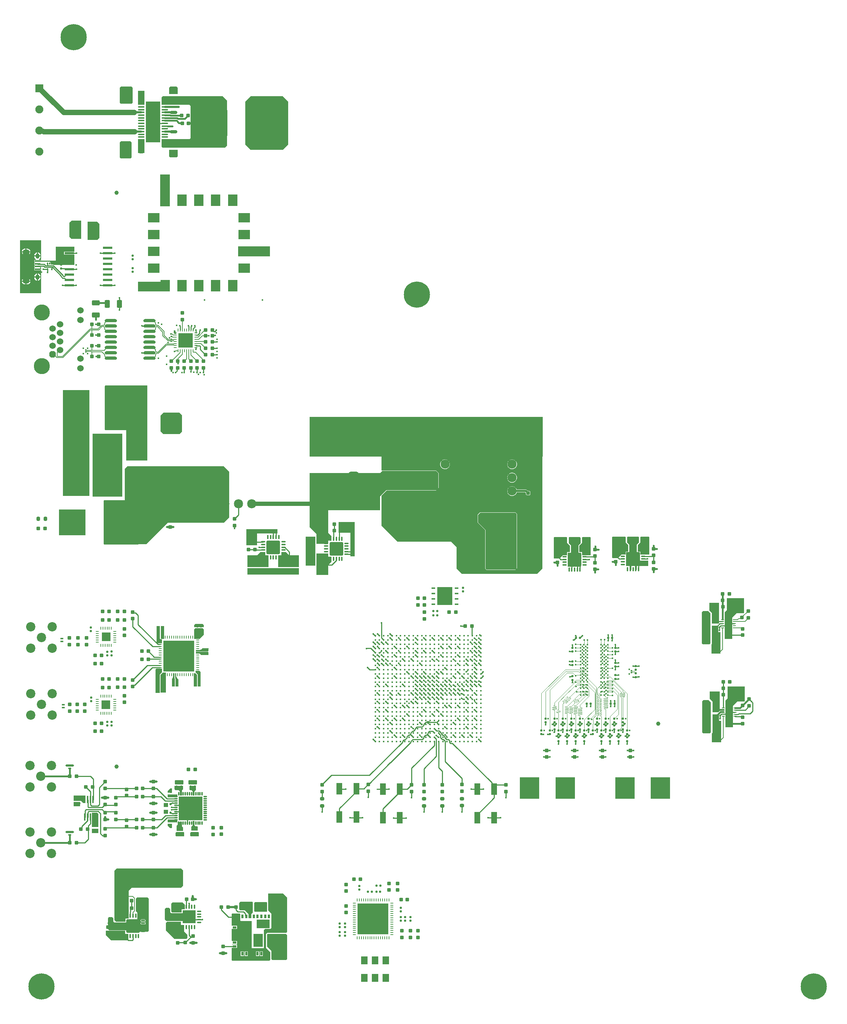
<source format=gtl>
G04*
G04 #@! TF.GenerationSoftware,Altium Limited,Altium Designer,23.4.1 (23)*
G04*
G04 Layer_Physical_Order=1*
G04 Layer_Color=255*
%FSLAX44Y44*%
%MOMM*%
G71*
G04*
G04 #@! TF.SameCoordinates,CF21992F-A9CA-4C5A-8A3B-549160C445C6*
G04*
G04*
G04 #@! TF.FilePolarity,Positive*
G04*
G01*
G75*
%ADD10C,0.2540*%
%ADD14C,0.1270*%
%ADD16C,0.7620*%
%ADD17C,0.5080*%
%ADD18C,0.3810*%
G04:AMPARAMS|DCode=39|XSize=1.8034mm|YSize=1.1938mm|CornerRadius=0.203mm|HoleSize=0mm|Usage=FLASHONLY|Rotation=270.000|XOffset=0mm|YOffset=0mm|HoleType=Round|Shape=RoundedRectangle|*
%AMROUNDEDRECTD39*
21,1,1.8034,0.7879,0,0,270.0*
21,1,1.3975,1.1938,0,0,270.0*
1,1,0.4059,-0.3940,-0.6988*
1,1,0.4059,-0.3940,0.6988*
1,1,0.4059,0.3940,0.6988*
1,1,0.4059,0.3940,-0.6988*
%
%ADD39ROUNDEDRECTD39*%
G04:AMPARAMS|DCode=40|XSize=0.508mm|YSize=0.508mm|CornerRadius=0.1524mm|HoleSize=0mm|Usage=FLASHONLY|Rotation=180.000|XOffset=0mm|YOffset=0mm|HoleType=Round|Shape=RoundedRectangle|*
%AMROUNDEDRECTD40*
21,1,0.5080,0.2032,0,0,180.0*
21,1,0.2032,0.5080,0,0,180.0*
1,1,0.3048,-0.1016,0.1016*
1,1,0.3048,0.1016,0.1016*
1,1,0.3048,0.1016,-0.1016*
1,1,0.3048,-0.1016,-0.1016*
%
%ADD40ROUNDEDRECTD40*%
G04:AMPARAMS|DCode=41|XSize=0.508mm|YSize=0.508mm|CornerRadius=0.1524mm|HoleSize=0mm|Usage=FLASHONLY|Rotation=270.000|XOffset=0mm|YOffset=0mm|HoleType=Round|Shape=RoundedRectangle|*
%AMROUNDEDRECTD41*
21,1,0.5080,0.2032,0,0,270.0*
21,1,0.2032,0.5080,0,0,270.0*
1,1,0.3048,-0.1016,-0.1016*
1,1,0.3048,-0.1016,0.1016*
1,1,0.3048,0.1016,0.1016*
1,1,0.3048,0.1016,-0.1016*
%
%ADD41ROUNDEDRECTD41*%
G04:AMPARAMS|DCode=43|XSize=0.889mm|YSize=0.7874mm|CornerRadius=0.1535mm|HoleSize=0mm|Usage=FLASHONLY|Rotation=0.000|XOffset=0mm|YOffset=0mm|HoleType=Round|Shape=RoundedRectangle|*
%AMROUNDEDRECTD43*
21,1,0.8890,0.4803,0,0,0.0*
21,1,0.5819,0.7874,0,0,0.0*
1,1,0.3071,0.2910,-0.2402*
1,1,0.3071,-0.2910,-0.2402*
1,1,0.3071,-0.2910,0.2402*
1,1,0.3071,0.2910,0.2402*
%
%ADD43ROUNDEDRECTD43*%
%ADD44C,0.4500*%
G04:AMPARAMS|DCode=45|XSize=4.4mm|YSize=2.5mm|CornerRadius=0.625mm|HoleSize=0mm|Usage=FLASHONLY|Rotation=0.000|XOffset=0mm|YOffset=0mm|HoleType=Round|Shape=RoundedRectangle|*
%AMROUNDEDRECTD45*
21,1,4.4000,1.2500,0,0,0.0*
21,1,3.1500,2.5000,0,0,0.0*
1,1,1.2500,1.5750,-0.6250*
1,1,1.2500,-1.5750,-0.6250*
1,1,1.2500,-1.5750,0.6250*
1,1,1.2500,1.5750,0.6250*
%
%ADD45ROUNDEDRECTD45*%
G04:AMPARAMS|DCode=46|XSize=0.889mm|YSize=0.8636mm|CornerRadius=0.1511mm|HoleSize=0mm|Usage=FLASHONLY|Rotation=90.000|XOffset=0mm|YOffset=0mm|HoleType=Round|Shape=RoundedRectangle|*
%AMROUNDEDRECTD46*
21,1,0.8890,0.5613,0,0,90.0*
21,1,0.5867,0.8636,0,0,90.0*
1,1,0.3023,0.2807,0.2934*
1,1,0.3023,0.2807,-0.2934*
1,1,0.3023,-0.2807,-0.2934*
1,1,0.3023,-0.2807,0.2934*
%
%ADD46ROUNDEDRECTD46*%
G04:AMPARAMS|DCode=50|XSize=0.889mm|YSize=0.8636mm|CornerRadius=0.1511mm|HoleSize=0mm|Usage=FLASHONLY|Rotation=180.000|XOffset=0mm|YOffset=0mm|HoleType=Round|Shape=RoundedRectangle|*
%AMROUNDEDRECTD50*
21,1,0.8890,0.5613,0,0,180.0*
21,1,0.5867,0.8636,0,0,180.0*
1,1,0.3023,-0.2934,0.2807*
1,1,0.3023,0.2934,0.2807*
1,1,0.3023,0.2934,-0.2807*
1,1,0.3023,-0.2934,-0.2807*
%
%ADD50ROUNDEDRECTD50*%
G04:AMPARAMS|DCode=51|XSize=0.24mm|YSize=0.6mm|CornerRadius=0.0492mm|HoleSize=0mm|Usage=FLASHONLY|Rotation=90.000|XOffset=0mm|YOffset=0mm|HoleType=Round|Shape=RoundedRectangle|*
%AMROUNDEDRECTD51*
21,1,0.2400,0.5016,0,0,90.0*
21,1,0.1416,0.6000,0,0,90.0*
1,1,0.0984,0.2508,0.0708*
1,1,0.0984,0.2508,-0.0708*
1,1,0.0984,-0.2508,-0.0708*
1,1,0.0984,-0.2508,0.0708*
%
%ADD51ROUNDEDRECTD51*%
G04:AMPARAMS|DCode=52|XSize=0.889mm|YSize=0.7874mm|CornerRadius=0.1535mm|HoleSize=0mm|Usage=FLASHONLY|Rotation=270.000|XOffset=0mm|YOffset=0mm|HoleType=Round|Shape=RoundedRectangle|*
%AMROUNDEDRECTD52*
21,1,0.8890,0.4803,0,0,270.0*
21,1,0.5819,0.7874,0,0,270.0*
1,1,0.3071,-0.2402,-0.2910*
1,1,0.3071,-0.2402,0.2910*
1,1,0.3071,0.2402,0.2910*
1,1,0.3071,0.2402,-0.2910*
%
%ADD52ROUNDEDRECTD52*%
%ADD55O,0.2000X0.8000*%
%ADD56O,0.8000X0.2000*%
%ADD57R,2.1000X2.1000*%
G04:AMPARAMS|DCode=58|XSize=7.8mm|YSize=9.6mm|CornerRadius=1.95mm|HoleSize=0mm|Usage=FLASHONLY|Rotation=180.000|XOffset=0mm|YOffset=0mm|HoleType=Round|Shape=RoundedRectangle|*
%AMROUNDEDRECTD58*
21,1,7.8000,5.7000,0,0,180.0*
21,1,3.9000,9.6000,0,0,180.0*
1,1,3.9000,-1.9500,2.8500*
1,1,3.9000,1.9500,2.8500*
1,1,3.9000,1.9500,-2.8500*
1,1,3.9000,-1.9500,-2.8500*
%
%ADD58ROUNDEDRECTD58*%
G04:AMPARAMS|DCode=62|XSize=0.889mm|YSize=0.8636mm|CornerRadius=0.2289mm|HoleSize=0mm|Usage=FLASHONLY|Rotation=0.000|XOffset=0mm|YOffset=0mm|HoleType=Round|Shape=RoundedRectangle|*
%AMROUNDEDRECTD62*
21,1,0.8890,0.4059,0,0,0.0*
21,1,0.4313,0.8636,0,0,0.0*
1,1,0.4577,0.2157,-0.2030*
1,1,0.4577,-0.2157,-0.2030*
1,1,0.4577,-0.2157,0.2030*
1,1,0.4577,0.2157,0.2030*
%
%ADD62ROUNDEDRECTD62*%
%ADD63R,5.6000X5.6000*%
%ADD64O,0.8500X0.2800*%
%ADD65O,0.2800X0.8500*%
%ADD67O,0.4000X1.8000*%
G04:AMPARAMS|DCode=68|XSize=3.4mm|YSize=3.4mm|CornerRadius=0mm|HoleSize=0mm|Usage=FLASHONLY|Rotation=0.000|XOffset=0mm|YOffset=0mm|HoleType=Round|Shape=RoundedRectangle|*
%AMROUNDEDRECTD68*
21,1,3.4000,3.4000,0,0,0.0*
21,1,3.4000,3.4000,0,0,0.0*
1,1,0.0000,1.7000,-1.7000*
1,1,0.0000,-1.7000,-1.7000*
1,1,0.0000,-1.7000,1.7000*
1,1,0.0000,1.7000,1.7000*
%
%ADD68ROUNDEDRECTD68*%
%ADD69R,0.2500X0.8000*%
%ADD70R,0.8000X0.2500*%
%ADD71R,0.9652X0.4318*%
%ADD72R,3.6068X4.1910*%
%ADD73O,2.9210X0.7620*%
G04:AMPARAMS|DCode=74|XSize=1.8034mm|YSize=1.1938mm|CornerRadius=0.203mm|HoleSize=0mm|Usage=FLASHONLY|Rotation=0.000|XOffset=0mm|YOffset=0mm|HoleType=Round|Shape=RoundedRectangle|*
%AMROUNDEDRECTD74*
21,1,1.8034,0.7879,0,0,0.0*
21,1,1.3975,1.1938,0,0,0.0*
1,1,0.4059,0.6988,-0.3940*
1,1,0.4059,-0.6988,-0.3940*
1,1,0.4059,-0.6988,0.3940*
1,1,0.4059,0.6988,0.3940*
%
%ADD74ROUNDEDRECTD74*%
%ADD75C,2.1590*%
G04:AMPARAMS|DCode=76|XSize=4.4mm|YSize=2.5mm|CornerRadius=0.625mm|HoleSize=0mm|Usage=FLASHONLY|Rotation=270.000|XOffset=0mm|YOffset=0mm|HoleType=Round|Shape=RoundedRectangle|*
%AMROUNDEDRECTD76*
21,1,4.4000,1.2500,0,0,270.0*
21,1,3.1500,2.5000,0,0,270.0*
1,1,1.2500,-0.6250,-1.5750*
1,1,1.2500,-0.6250,1.5750*
1,1,1.2500,0.6250,1.5750*
1,1,1.2500,0.6250,-1.5750*
%
%ADD76ROUNDEDRECTD76*%
%ADD77O,0.8000X0.2300*%
%ADD78O,0.2300X0.8000*%
%ADD79R,7.4000X7.4000*%
G04:AMPARAMS|DCode=81|XSize=1mm|YSize=0.8mm|CornerRadius=0.2mm|HoleSize=0mm|Usage=FLASHONLY|Rotation=0.000|XOffset=0mm|YOffset=0mm|HoleType=Round|Shape=RoundedRectangle|*
%AMROUNDEDRECTD81*
21,1,1.0000,0.4000,0,0,0.0*
21,1,0.6000,0.8000,0,0,0.0*
1,1,0.4000,0.3000,-0.2000*
1,1,0.4000,-0.3000,-0.2000*
1,1,0.4000,-0.3000,0.2000*
1,1,0.4000,0.3000,0.2000*
%
%ADD81ROUNDEDRECTD81*%
%ADD82O,1.6000X0.3000*%
%ADD83R,3.8100X4.2418*%
G04:AMPARAMS|DCode=84|XSize=3.504mm|YSize=1.016mm|CornerRadius=0.254mm|HoleSize=0mm|Usage=FLASHONLY|Rotation=0.000|XOffset=0mm|YOffset=0mm|HoleType=Round|Shape=RoundedRectangle|*
%AMROUNDEDRECTD84*
21,1,3.5040,0.5080,0,0,0.0*
21,1,2.9960,1.0160,0,0,0.0*
1,1,0.5080,1.4980,-0.2540*
1,1,0.5080,-1.4980,-0.2540*
1,1,0.5080,-1.4980,0.2540*
1,1,0.5080,1.4980,0.2540*
%
%ADD84ROUNDEDRECTD84*%
G04:AMPARAMS|DCode=85|XSize=1mm|YSize=0.8mm|CornerRadius=0.2mm|HoleSize=0mm|Usage=FLASHONLY|Rotation=90.000|XOffset=0mm|YOffset=0mm|HoleType=Round|Shape=RoundedRectangle|*
%AMROUNDEDRECTD85*
21,1,1.0000,0.4000,0,0,90.0*
21,1,0.6000,0.8000,0,0,90.0*
1,1,0.4000,0.2000,0.3000*
1,1,0.4000,0.2000,-0.3000*
1,1,0.4000,-0.2000,-0.3000*
1,1,0.4000,-0.2000,0.3000*
%
%ADD85ROUNDEDRECTD85*%
G04:AMPARAMS|DCode=86|XSize=0.4mm|YSize=1.35mm|CornerRadius=0.1mm|HoleSize=0mm|Usage=FLASHONLY|Rotation=270.000|XOffset=0mm|YOffset=0mm|HoleType=Round|Shape=RoundedRectangle|*
%AMROUNDEDRECTD86*
21,1,0.4000,1.1500,0,0,270.0*
21,1,0.2000,1.3500,0,0,270.0*
1,1,0.2000,-0.5750,-0.1000*
1,1,0.2000,-0.5750,0.1000*
1,1,0.2000,0.5750,0.1000*
1,1,0.2000,0.5750,-0.1000*
%
%ADD86ROUNDEDRECTD86*%
%ADD87R,1.5500X1.5000*%
%ADD89R,7.4000X7.4000*%
G04:AMPARAMS|DCode=102|XSize=3.15mm|YSize=3.15mm|CornerRadius=0.1575mm|HoleSize=0mm|Usage=FLASHONLY|Rotation=90.000|XOffset=0mm|YOffset=0mm|HoleType=Round|Shape=RoundedRectangle|*
%AMROUNDEDRECTD102*
21,1,3.1500,2.8350,0,0,90.0*
21,1,2.8350,3.1500,0,0,90.0*
1,1,0.3150,1.4175,1.4175*
1,1,0.3150,1.4175,-1.4175*
1,1,0.3150,-1.4175,-1.4175*
1,1,0.3150,-1.4175,1.4175*
%
%ADD102ROUNDEDRECTD102*%
G04:AMPARAMS|DCode=106|XSize=3.15mm|YSize=3.15mm|CornerRadius=0.1575mm|HoleSize=0mm|Usage=FLASHONLY|Rotation=180.000|XOffset=0mm|YOffset=0mm|HoleType=Round|Shape=RoundedRectangle|*
%AMROUNDEDRECTD106*
21,1,3.1500,2.8350,0,0,180.0*
21,1,2.8350,3.1500,0,0,180.0*
1,1,0.3150,-1.4175,1.4175*
1,1,0.3150,1.4175,1.4175*
1,1,0.3150,1.4175,-1.4175*
1,1,0.3150,-1.4175,-1.4175*
%
%ADD106ROUNDEDRECTD106*%
%ADD129R,3.1500X3.1500*%
%ADD172C,0.0762*%
%ADD173C,0.1016*%
%ADD174C,1.0000*%
%ADD175R,1.4000X2.7500*%
%ADD176R,2.2990X0.5590*%
G04:AMPARAMS|DCode=177|XSize=0.35mm|YSize=1mm|CornerRadius=0.0875mm|HoleSize=0mm|Usage=FLASHONLY|Rotation=180.000|XOffset=0mm|YOffset=0mm|HoleType=Round|Shape=RoundedRectangle|*
%AMROUNDEDRECTD177*
21,1,0.3500,0.8250,0,0,180.0*
21,1,0.1750,1.0000,0,0,180.0*
1,1,0.1750,-0.0875,0.4125*
1,1,0.1750,0.0875,0.4125*
1,1,0.1750,0.0875,-0.4125*
1,1,0.1750,-0.0875,-0.4125*
%
%ADD177ROUNDEDRECTD177*%
G04:AMPARAMS|DCode=178|XSize=0.35mm|YSize=1mm|CornerRadius=0.0875mm|HoleSize=0mm|Usage=FLASHONLY|Rotation=90.000|XOffset=0mm|YOffset=0mm|HoleType=Round|Shape=RoundedRectangle|*
%AMROUNDEDRECTD178*
21,1,0.3500,0.8250,0,0,90.0*
21,1,0.1750,1.0000,0,0,90.0*
1,1,0.1750,0.4125,0.0875*
1,1,0.1750,0.4125,-0.0875*
1,1,0.1750,-0.4125,-0.0875*
1,1,0.1750,-0.4125,0.0875*
%
%ADD178ROUNDEDRECTD178*%
G04:AMPARAMS|DCode=179|XSize=2.4mm|YSize=1.65mm|CornerRadius=0.0413mm|HoleSize=0mm|Usage=FLASHONLY|Rotation=90.000|XOffset=0mm|YOffset=0mm|HoleType=Round|Shape=RoundedRectangle|*
%AMROUNDEDRECTD179*
21,1,2.4000,1.5675,0,0,90.0*
21,1,2.3175,1.6500,0,0,90.0*
1,1,0.0825,0.7838,1.1588*
1,1,0.0825,0.7838,-1.1588*
1,1,0.0825,-0.7838,-1.1588*
1,1,0.0825,-0.7838,1.1588*
%
%ADD179ROUNDEDRECTD179*%
%ADD180R,2.8000X2.3000*%
%ADD181R,2.3000X2.8000*%
%ADD182R,2.2500X1.1000*%
%ADD183R,1.2400X1.4000*%
%ADD184R,3.0500X2.0400*%
%ADD185R,2.2000X3.1000*%
%ADD186R,0.6000X0.9500*%
%ADD187R,1.7000X1.6000*%
%ADD188R,0.9500X0.6000*%
G04:AMPARAMS|DCode=189|XSize=0.4mm|YSize=0.7mm|CornerRadius=0.05mm|HoleSize=0mm|Usage=FLASHONLY|Rotation=90.000|XOffset=0mm|YOffset=0mm|HoleType=Round|Shape=RoundedRectangle|*
%AMROUNDEDRECTD189*
21,1,0.4000,0.6000,0,0,90.0*
21,1,0.3000,0.7000,0,0,90.0*
1,1,0.1000,0.3000,0.1500*
1,1,0.1000,0.3000,-0.1500*
1,1,0.1000,-0.3000,-0.1500*
1,1,0.1000,-0.3000,0.1500*
%
%ADD189ROUNDEDRECTD189*%
G04:AMPARAMS|DCode=190|XSize=0.95mm|YSize=0.3mm|CornerRadius=0.075mm|HoleSize=0mm|Usage=FLASHONLY|Rotation=0.000|XOffset=0mm|YOffset=0mm|HoleType=Round|Shape=RoundedRectangle|*
%AMROUNDEDRECTD190*
21,1,0.9500,0.1500,0,0,0.0*
21,1,0.8000,0.3000,0,0,0.0*
1,1,0.1500,0.4000,-0.0750*
1,1,0.1500,-0.4000,-0.0750*
1,1,0.1500,-0.4000,0.0750*
1,1,0.1500,0.4000,0.0750*
%
%ADD190ROUNDEDRECTD190*%
%ADD191R,1.5500X1.9500*%
%ADD192R,3.4000X9.7000*%
G04:AMPARAMS|DCode=193|XSize=10.49mm|YSize=8.38mm|CornerRadius=0.2095mm|HoleSize=0mm|Usage=FLASHONLY|Rotation=270.000|XOffset=0mm|YOffset=0mm|HoleType=Round|Shape=RoundedRectangle|*
%AMROUNDEDRECTD193*
21,1,10.4900,7.9610,0,0,270.0*
21,1,10.0710,8.3800,0,0,270.0*
1,1,0.4190,-3.9805,-5.0355*
1,1,0.4190,-3.9805,5.0355*
1,1,0.4190,3.9805,5.0355*
1,1,0.4190,3.9805,-5.0355*
%
%ADD193ROUNDEDRECTD193*%
G04:AMPARAMS|DCode=194|XSize=0.3mm|YSize=0.45mm|CornerRadius=0.075mm|HoleSize=0mm|Usage=FLASHONLY|Rotation=0.000|XOffset=0mm|YOffset=0mm|HoleType=Round|Shape=RoundedRectangle|*
%AMROUNDEDRECTD194*
21,1,0.3000,0.3000,0,0,0.0*
21,1,0.1500,0.4500,0,0,0.0*
1,1,0.1500,0.0750,-0.1500*
1,1,0.1500,-0.0750,-0.1500*
1,1,0.1500,-0.0750,0.1500*
1,1,0.1500,0.0750,0.1500*
%
%ADD194ROUNDEDRECTD194*%
%ADD195C,0.2032*%
%ADD196C,0.1658*%
%ADD197C,0.2286*%
%ADD198C,1.2700*%
%ADD199C,1.0160*%
%ADD200C,0.2603*%
%ADD201R,2.2500X2.3000*%
%ADD202R,1.5500X1.2000*%
%ADD203C,6.2000*%
%ADD204C,3.8100*%
G04:AMPARAMS|DCode=205|XSize=1.524mm|YSize=1.524mm|CornerRadius=0mm|HoleSize=0mm|Usage=FLASHONLY|Rotation=270.000|XOffset=0mm|YOffset=0mm|HoleType=Round|Shape=Octagon|*
%AMOCTAGOND205*
4,1,8,-0.3810,-0.7620,0.3810,-0.7620,0.7620,-0.3810,0.7620,0.3810,0.3810,0.7620,-0.3810,0.7620,-0.7620,0.3810,-0.7620,-0.3810,-0.3810,-0.7620,0.0*
%
%ADD205OCTAGOND205*%

%ADD206C,1.5240*%
%ADD207C,2.2000*%
%ADD208C,0.6000*%
%ADD209C,3.0000*%
%ADD210R,3.0000X3.0000*%
%ADD211R,2.1590X2.1590*%
G04:AMPARAMS|DCode=212|XSize=1.25mm|YSize=0.95mm|CornerRadius=0.475mm|HoleSize=0mm|Usage=FLASHONLY|Rotation=270.000|XOffset=0mm|YOffset=0mm|HoleType=Round|Shape=RoundedRectangle|*
%AMROUNDEDRECTD212*
21,1,1.2500,0.0000,0,0,270.0*
21,1,0.3000,0.9500,0,0,270.0*
1,1,0.9500,0.0000,-0.1500*
1,1,0.9500,0.0000,0.1500*
1,1,0.9500,0.0000,0.1500*
1,1,0.9500,0.0000,-0.1500*
%
%ADD212ROUNDEDRECTD212*%
G04:AMPARAMS|DCode=213|XSize=0.95mm|YSize=1.55mm|CornerRadius=0.475mm|HoleSize=0mm|Usage=FLASHONLY|Rotation=270.000|XOffset=0mm|YOffset=0mm|HoleType=Round|Shape=RoundedRectangle|*
%AMROUNDEDRECTD213*
21,1,0.9500,0.6000,0,0,270.0*
21,1,0.0000,1.5500,0,0,270.0*
1,1,0.9500,-0.3000,0.0000*
1,1,0.9500,-0.3000,0.0000*
1,1,0.9500,0.3000,0.0000*
1,1,0.9500,0.3000,0.0000*
%
%ADD213ROUNDEDRECTD213*%
%ADD214C,1.9050*%
%ADD215R,1.9050X1.9050*%
%ADD216C,0.3810*%
%ADD217C,0.5000*%
%ADD218C,0.3302*%
%ADD219C,0.5588*%
G36*
X373380Y2179320D02*
Y2164080D01*
X353060D01*
Y2179320D01*
X355600Y2181860D01*
X370840D01*
X373380Y2179320D01*
D02*
G37*
G36*
X266700D02*
Y2143760D01*
X264160Y2141220D01*
X238760D01*
X236220Y2143760D01*
Y2179320D01*
X238760Y2181860D01*
X264160D01*
X266700Y2179320D01*
D02*
G37*
G36*
X294640Y2138680D02*
X279400D01*
Y2171700D01*
X294640D01*
Y2138680D01*
D02*
G37*
G36*
X490220Y2148840D02*
Y2042160D01*
X485140Y2037080D01*
X337820D01*
X335280Y2039620D01*
Y2057400D01*
X401320D01*
X403860Y2059940D01*
Y2136140D01*
X401320Y2138680D01*
X335280D01*
Y2156460D01*
X337820Y2159000D01*
X480060D01*
X490220Y2148840D01*
D02*
G37*
G36*
X635000Y2146300D02*
Y2044700D01*
X622300Y2032000D01*
X546100D01*
X533400Y2044700D01*
Y2146300D01*
X546100Y2159000D01*
X622300D01*
X635000Y2146300D01*
D02*
G37*
G36*
X294520Y2024380D02*
X279280D01*
Y2057400D01*
X294520D01*
Y2024380D01*
D02*
G37*
G36*
X373380Y2016760D02*
X370840Y2014220D01*
X355600D01*
X353060Y2016760D01*
Y2032000D01*
X373380D01*
Y2016760D01*
D02*
G37*
G36*
X264160Y2049780D02*
Y2014220D01*
X261620Y2011680D01*
X238760D01*
X236220Y2014220D01*
Y2049780D01*
X238760Y2052320D01*
X261620D01*
X264160Y2049780D01*
D02*
G37*
G36*
X354668Y1898649D02*
X331668D01*
Y1973609D01*
X354668D01*
Y1898649D01*
D02*
G37*
G36*
X144780Y1821180D02*
X121920D01*
X116840Y1826260D01*
Y1859280D01*
X121920Y1864360D01*
X144780D01*
Y1821180D01*
D02*
G37*
G36*
X187960Y1856740D02*
Y1823720D01*
X182880Y1818640D01*
X160020D01*
Y1861820D01*
X182880D01*
X187960Y1856740D01*
D02*
G37*
G36*
X591378Y1780149D02*
X516418D01*
Y1803149D01*
X591378D01*
Y1780149D01*
D02*
G37*
G36*
X49888Y1770853D02*
X48041D01*
X47908Y1771051D01*
X47325Y1771440D01*
X46638Y1771577D01*
X44658D01*
X44406Y1772847D01*
X44564Y1772913D01*
X46087Y1774081D01*
X47256Y1775604D01*
X47990Y1777378D01*
X48241Y1779281D01*
Y1779511D01*
X40888D01*
X33535D01*
Y1779281D01*
X33785Y1777378D01*
X34520Y1775604D01*
X35688Y1774081D01*
X37211Y1772913D01*
X37370Y1772847D01*
X37117Y1771577D01*
X35138D01*
X34450Y1771440D01*
X33867Y1771051D01*
X33478Y1770468D01*
X33341Y1769781D01*
Y1767781D01*
X33478Y1767093D01*
X33867Y1766510D01*
X34318Y1766209D01*
X34389Y1765531D01*
X34318Y1764852D01*
X33867Y1764551D01*
X33478Y1763968D01*
X33341Y1763281D01*
Y1761281D01*
X33478Y1760593D01*
X33867Y1760010D01*
X34318Y1759709D01*
X34389Y1759031D01*
X34318Y1758352D01*
X33867Y1758051D01*
X33478Y1757468D01*
X33341Y1756781D01*
Y1754781D01*
X33478Y1754093D01*
X33867Y1753510D01*
X34318Y1753209D01*
X34389Y1752531D01*
X34318Y1751852D01*
X33867Y1751551D01*
X33478Y1750968D01*
X33341Y1750281D01*
Y1748281D01*
X33478Y1747593D01*
X33867Y1747010D01*
X34450Y1746621D01*
X35138Y1746484D01*
X46638D01*
X47325Y1746621D01*
X47908Y1747010D01*
X48298Y1747593D01*
X48434Y1748281D01*
Y1750281D01*
X48298Y1750968D01*
X47908Y1751551D01*
X47457Y1751852D01*
X47387Y1752531D01*
X47457Y1753209D01*
X47908Y1753510D01*
X48298Y1754093D01*
X48618Y1754228D01*
X49888Y1753385D01*
Y1692431D01*
X0D01*
Y1818161D01*
X49888D01*
Y1770853D01*
D02*
G37*
G36*
X128588Y1792480D02*
X128520Y1791238D01*
X104006D01*
Y1784124D01*
X128520D01*
X128588Y1782882D01*
Y1759418D01*
X79716D01*
X79683Y1759451D01*
X79001Y1759907D01*
X78196Y1760067D01*
X73128D01*
X72484Y1761031D01*
Y1764031D01*
X72005Y1765188D01*
X71378Y1765448D01*
Y1769781D01*
X84068D01*
Y1803108D01*
X128588D01*
Y1792480D01*
D02*
G37*
G36*
X353755Y1697033D02*
X278795D01*
Y1720033D01*
X353755D01*
Y1697033D01*
D02*
G37*
G36*
X383327Y1403350D02*
Y1365250D01*
X376977Y1358900D01*
X338877D01*
X332527Y1365250D01*
Y1403350D01*
X338877Y1409700D01*
X376977D01*
X383327Y1403350D01*
D02*
G37*
G36*
X300984Y1296191D02*
X250692D01*
Y1368581D01*
X200908D01*
Y1473991D01*
X300984D01*
Y1296191D01*
D02*
G37*
G36*
X164078Y1212850D02*
X101600D01*
Y1463591D01*
X164078D01*
Y1212850D01*
D02*
G37*
G36*
X241548Y1211101D02*
X171555D01*
X171253Y1358331D01*
Y1359691D01*
X241548D01*
Y1211101D01*
D02*
G37*
G36*
X482600Y1282700D02*
X495300Y1270000D01*
Y1162050D01*
X482600Y1149350D01*
X349250Y1149350D01*
X298450Y1098550D01*
X204436D01*
X203200Y1099786D01*
Y1200150D01*
X247650D01*
Y1276350D01*
X254000Y1282700D01*
X482600Y1282700D01*
D02*
G37*
G36*
X154413Y1119141D02*
X91688D01*
Y1180621D01*
X154413D01*
Y1119141D01*
D02*
G37*
G36*
X868172Y1272026D02*
X984983D01*
X990063Y1266946D01*
Y1231386D01*
X984983Y1226306D01*
X866896D01*
X852170Y1211580D01*
Y1178560D01*
X729742D01*
Y1125474D01*
X737362Y1117854D01*
Y1106424D01*
X729742D01*
Y1098804D01*
X701802D01*
Y1122426D01*
X701548D01*
X685800Y1138174D01*
Y1178560D01*
X685649D01*
Y1266952D01*
X852170D01*
X857250Y1272032D01*
X868172D01*
Y1272026D01*
D02*
G37*
G36*
X609511Y1123891D02*
X561251D01*
Y1095951D01*
X535851D01*
Y1134051D01*
X609511D01*
Y1123891D01*
D02*
G37*
G36*
X1488440Y1116330D02*
X1489710Y1115060D01*
Y1073368D01*
X1478732Y1073368D01*
X1468790D01*
Y1080770D01*
X1462440D01*
Y1096010D01*
X1468790Y1102360D01*
Y1115060D01*
X1470060Y1116330D01*
X1488440Y1116330D01*
D02*
G37*
G36*
X1350010Y1115060D02*
X1351280Y1113790D01*
Y1072098D01*
X1340302Y1072098D01*
X1330360D01*
Y1079500D01*
X1324010D01*
Y1094740D01*
X1330360Y1101090D01*
Y1113790D01*
X1331630Y1115060D01*
X1350010Y1115060D01*
D02*
G37*
G36*
X791972Y1069594D02*
X781812D01*
Y1125474D01*
X753872D01*
Y1150874D01*
X791972D01*
Y1069594D01*
D02*
G37*
G36*
X1433830Y1115060D02*
Y1102360D01*
X1440180Y1096010D01*
Y1080770D01*
X1433830D01*
Y1073368D01*
X1423888D01*
X1422869Y1072349D01*
X1422546Y1072285D01*
X1422005Y1071923D01*
X1421643Y1071382D01*
X1421579Y1071059D01*
X1416050Y1065530D01*
X1403350Y1065530D01*
X1402080Y1066800D01*
Y1115060D01*
X1403350Y1116330D01*
X1432560Y1116330D01*
X1433830Y1115060D01*
D02*
G37*
G36*
X1295400Y1113790D02*
Y1101090D01*
X1301750Y1094740D01*
Y1079500D01*
X1295400D01*
Y1072098D01*
X1285458D01*
X1284439Y1071079D01*
X1284116Y1071015D01*
X1283575Y1070653D01*
X1283213Y1070112D01*
X1283149Y1069789D01*
X1277620Y1064260D01*
X1264920Y1064260D01*
X1263650Y1065530D01*
Y1113790D01*
X1264920Y1115060D01*
X1294130Y1115060D01*
X1295400Y1113790D01*
D02*
G37*
G36*
X698842Y1047667D02*
X675982D01*
Y1116247D01*
X698842D01*
Y1047667D01*
D02*
G37*
G36*
X1465580Y1115060D02*
Y1102360D01*
X1460500Y1097280D01*
Y1079500D01*
X1466850D01*
Y1059180D01*
X1487170D01*
Y1046480D01*
X1435862D01*
X1435100Y1047242D01*
Y1079500D01*
X1442720D01*
Y1097280D01*
X1437640Y1102360D01*
Y1115060D01*
X1438910Y1116330D01*
X1464310D01*
X1465580Y1115060D01*
D02*
G37*
G36*
X1327150Y1113790D02*
Y1101090D01*
X1322070Y1096010D01*
Y1078230D01*
X1328420D01*
Y1057910D01*
Y1045210D01*
X1297432D01*
X1296670Y1045972D01*
Y1078230D01*
X1304290D01*
Y1096010D01*
X1299210Y1101090D01*
Y1113790D01*
X1300480Y1115060D01*
X1325880D01*
X1327150Y1113790D01*
D02*
G37*
G36*
X637451Y1071821D02*
X660400D01*
Y1043881D01*
X610781D01*
Y1071821D01*
X618401D01*
Y1079441D01*
X629831D01*
X637451Y1071821D01*
D02*
G37*
G36*
X580301D02*
X587921D01*
Y1043881D01*
X538480D01*
Y1071821D01*
X561251D01*
X568871Y1079441D01*
X580301D01*
Y1071821D01*
D02*
G37*
G36*
X1237488Y1305560D02*
X1236443D01*
Y1040886D01*
X1223743Y1028186D01*
X1045943D01*
X1033243Y1040886D01*
Y1091686D01*
X1020543Y1104386D01*
X893543D01*
X855443Y1142486D01*
Y1213687D01*
X867237Y1225481D01*
X984983D01*
X985567Y1225723D01*
X990647Y1230803D01*
X990888Y1231386D01*
Y1266946D01*
X990647Y1267529D01*
X985567Y1272609D01*
X984983Y1272850D01*
X868187D01*
X868172Y1272857D01*
X857250D01*
X856667Y1272615D01*
X856617Y1272565D01*
X855443Y1273051D01*
Y1305560D01*
X685649D01*
Y1399540D01*
X1237488D01*
Y1305560D01*
D02*
G37*
G36*
X660400Y1026160D02*
X538480D01*
Y1041400D01*
X660400D01*
Y1026160D01*
D02*
G37*
G36*
X729742Y1068324D02*
X737362D01*
Y1056894D01*
X729742Y1049274D01*
Y1025144D01*
X701802D01*
Y1075944D01*
X729742D01*
Y1068324D01*
D02*
G37*
G36*
X1655170Y911340D02*
X1653810Y909980D01*
X1638300D01*
Y935380D01*
X1632006Y941674D01*
X1632006Y959009D01*
X1655170D01*
Y911340D01*
D02*
G37*
G36*
X434594Y906780D02*
Y901700D01*
X411734D01*
Y906780D01*
X414274Y909320D01*
X432054D01*
X434594Y906780D01*
D02*
G37*
G36*
X1714500Y934720D02*
X1696720D01*
X1686560Y924560D01*
Y873760D01*
X1668780D01*
Y937260D01*
X1673860Y942340D01*
Y970280D01*
X1714500D01*
Y934720D01*
D02*
G37*
G36*
X434594Y896620D02*
Y883920D01*
X424434Y873760D01*
X411734D01*
Y896620D01*
X414274Y899160D01*
X432054D01*
X434594Y896620D01*
D02*
G37*
G36*
X340614Y873760D02*
X332994D01*
Y904240D01*
X340614D01*
Y873760D01*
D02*
G37*
G36*
X330454D02*
X332169D01*
X332411Y873177D01*
X332994Y872935D01*
X335534D01*
Y863600D01*
X326780D01*
X322834Y867546D01*
Y904240D01*
X330454D01*
Y873760D01*
D02*
G37*
G36*
X1634579Y934829D02*
Y863709D01*
X1632039Y861169D01*
X1616799D01*
X1614259Y863709D01*
Y937369D01*
X1616799Y939909D01*
X1629499D01*
X1634579Y934829D01*
D02*
G37*
G36*
X446278Y850646D02*
X446024Y850392D01*
Y845820D01*
X445770D01*
X443992Y844042D01*
X416560D01*
Y847852D01*
X427228D01*
X431038Y851662D01*
X445262D01*
X446278Y850646D01*
D02*
G37*
G36*
X1653540Y902537D02*
X1653413Y902231D01*
Y901170D01*
X1653540Y900863D01*
Y894917D01*
X1653413Y894611D01*
Y893549D01*
X1653540Y893243D01*
Y889659D01*
X1658620D01*
Y838970D01*
X1637052D01*
Y860470D01*
X1638300Y861719D01*
Y904899D01*
X1653540D01*
Y902537D01*
D02*
G37*
G36*
X445770Y842010D02*
Y836676D01*
X445008Y835914D01*
X428244D01*
X425196Y838962D01*
X416560D01*
Y843026D01*
X444754D01*
X445770Y842010D01*
D02*
G37*
G36*
X426974Y796036D02*
Y761238D01*
X420370D01*
Y789940D01*
X415544Y794766D01*
Y798322D01*
X424688D01*
X426974Y796036D01*
D02*
G37*
G36*
X369824Y783082D02*
X374904Y778002D01*
Y761238D01*
X368300D01*
Y779780D01*
X367030Y781050D01*
Y792988D01*
X369824D01*
Y783082D01*
D02*
G37*
G36*
X418592Y789178D02*
Y761238D01*
X418487Y760984D01*
X411226D01*
Y792988D01*
X414782D01*
X418592Y789178D01*
D02*
G37*
G36*
X365252Y780542D02*
X366014Y779780D01*
Y760984D01*
X359410D01*
Y779526D01*
X361696Y781812D01*
Y792988D01*
X365252D01*
Y780542D01*
D02*
G37*
G36*
X345186Y746760D02*
X331978D01*
Y788924D01*
X337566Y794512D01*
X345186D01*
Y746760D01*
D02*
G37*
G36*
X335788Y797306D02*
Y795528D01*
X330454Y790194D01*
Y746252D01*
X320294D01*
Y801116D01*
X322580Y803402D01*
X335788D01*
Y797306D01*
D02*
G37*
G36*
X1656418Y703090D02*
X1656065Y702854D01*
X1653483Y700271D01*
X1639548D01*
Y725671D01*
X1633254Y731965D01*
X1633254Y749300D01*
X1656418D01*
Y703090D01*
D02*
G37*
G36*
X1715748Y725671D02*
X1697968D01*
X1687808Y715511D01*
Y664711D01*
X1670028D01*
Y728211D01*
X1675108Y733291D01*
Y761231D01*
X1715748D01*
Y725671D01*
D02*
G37*
G36*
X1635760Y723900D02*
Y652780D01*
X1633220Y650240D01*
X1617980D01*
X1615440Y652780D01*
Y726440D01*
X1617980Y728980D01*
X1630680D01*
X1635760Y723900D01*
D02*
G37*
G36*
X1654788Y693488D02*
X1654661Y693182D01*
Y692121D01*
X1654788Y691814D01*
Y685868D01*
X1654661Y685562D01*
Y684501D01*
X1654788Y684194D01*
Y679951D01*
X1659868D01*
Y629263D01*
X1638300D01*
Y650763D01*
X1639548Y652011D01*
Y695191D01*
X1654788D01*
Y693488D01*
D02*
G37*
G36*
X418980Y538480D02*
Y530860D01*
X417710Y529590D01*
X399930D01*
X398660Y530860D01*
Y538480D01*
X399930Y539750D01*
X417710D01*
X418980Y538480D01*
D02*
G37*
G36*
X386345D02*
Y530860D01*
X385075Y529590D01*
X367295D01*
X366025Y530860D01*
Y538480D01*
X367295Y539750D01*
X385075D01*
X386345Y538480D01*
D02*
G37*
G36*
X359156Y509524D02*
X349504D01*
Y514096D01*
X355092Y519684D01*
X359156D01*
Y509524D01*
D02*
G37*
G36*
X416560Y524882D02*
X416560Y516890D01*
X412750Y513080D01*
Y502920D01*
X408940D01*
Y513080D01*
X406400Y515620D01*
X402590D01*
X401320Y516890D01*
Y525780D01*
X415662D01*
X416560Y524882D01*
D02*
G37*
G36*
X386080Y518160D02*
X383540Y515620D01*
Y502920D01*
X378460D01*
Y513080D01*
X375920Y515620D01*
X368300D01*
X365760Y518160D01*
Y525780D01*
X386080D01*
Y518160D01*
D02*
G37*
G36*
X372364Y498856D02*
X349504D01*
Y505460D01*
X372364D01*
Y498856D01*
D02*
G37*
G36*
X1539240Y495300D02*
X1493520D01*
Y546100D01*
X1539240D01*
Y495300D01*
D02*
G37*
G36*
X1455240D02*
X1409520D01*
Y546100D01*
X1455240D01*
Y495300D01*
D02*
G37*
G36*
X1313360D02*
X1267640D01*
Y546100D01*
X1313360D01*
Y495300D01*
D02*
G37*
G36*
X1229360D02*
X1183640D01*
Y546100D01*
X1229360D01*
Y495300D01*
D02*
G37*
G36*
X154940Y485140D02*
X149860D01*
X144780Y490220D01*
X127000D01*
Y502920D01*
X154940D01*
Y485140D01*
D02*
G37*
G36*
X142240Y477520D02*
X127000D01*
Y487680D01*
X142240D01*
Y477520D01*
D02*
G37*
G36*
X350012Y475742D02*
X340360D01*
Y485140D01*
X350012D01*
Y475742D01*
D02*
G37*
G36*
X349758Y459740D02*
X340360D01*
Y469392D01*
X349758D01*
Y459740D01*
D02*
G37*
G36*
X372364Y439928D02*
X349504D01*
Y446532D01*
X372364D01*
Y439928D01*
D02*
G37*
G36*
X185420Y459740D02*
Y428864D01*
X170576D01*
X170180Y429260D01*
Y447040D01*
Y462280D01*
X182880D01*
X185420Y459740D01*
D02*
G37*
G36*
X359156Y426212D02*
X354584D01*
X348996Y431800D01*
Y435864D01*
X359156D01*
Y426212D01*
D02*
G37*
G36*
X412750Y433070D02*
X415290Y430530D01*
X419100D01*
X420370Y429260D01*
Y420370D01*
X406028D01*
X405130Y421268D01*
X405130Y429260D01*
X408940Y433070D01*
Y443230D01*
X412750D01*
Y433070D01*
D02*
G37*
G36*
X383540Y430530D02*
X386080Y427990D01*
Y420370D01*
X384810Y419100D01*
X370840D01*
Y431800D01*
X373380Y434340D01*
Y440690D01*
X383540D01*
X383540Y430530D01*
D02*
G37*
G36*
X185420Y414020D02*
X170180D01*
Y424180D01*
X185420D01*
Y414020D01*
D02*
G37*
G36*
X423030Y415290D02*
Y407670D01*
X421760Y406400D01*
X403980D01*
X402710Y407670D01*
Y415290D01*
X403980Y416560D01*
X421760D01*
X423030Y415290D01*
D02*
G37*
G36*
X388620D02*
Y407670D01*
X387350Y406400D01*
X369570D01*
X368300Y407670D01*
Y415290D01*
X369570Y416560D01*
X387350D01*
X388620Y415290D01*
D02*
G37*
G36*
X585026Y249189D02*
Y228869D01*
X583756Y227599D01*
X555816D01*
X554546Y228869D01*
Y249189D01*
X555816Y250459D01*
X583756D01*
X585026Y249189D01*
D02*
G37*
G36*
X389890Y245079D02*
Y233649D01*
X382270D01*
Y226029D01*
X360680D01*
X358140Y228569D01*
X358140Y247619D01*
X360680Y250159D01*
X384810D01*
X389890Y245079D01*
D02*
G37*
G36*
X550736Y250459D02*
X550736Y226329D01*
X547180Y222773D01*
Y212613D01*
X541084D01*
Y222265D01*
X531940Y231409D01*
X521526Y231409D01*
X518986Y233949D01*
Y249189D01*
X521526Y251729D01*
X549466D01*
X550736Y250459D01*
D02*
G37*
G36*
X355600Y234919D02*
Y227299D01*
X358140Y224759D01*
X386080D01*
Y205740D01*
X346679D01*
X342900Y209519D01*
Y224759D01*
Y234919D01*
X345440Y237459D01*
X353060D01*
X355600Y234919D01*
D02*
G37*
G36*
X381000Y330200D02*
X385480Y325720D01*
Y288960D01*
X381000Y284480D01*
X263560Y284480D01*
X257070Y277990D01*
Y225180D01*
X257210Y218180D01*
Y212089D01*
X249590D01*
Y204469D01*
X226731Y204469D01*
X222920Y208280D01*
X222920Y226060D01*
X222982Y226122D01*
X222920Y226184D01*
Y324520D01*
X228600Y330200D01*
X381000Y330200D01*
D02*
G37*
G36*
X220380Y213010D02*
Y205390D01*
X222920Y202850D01*
X257070D01*
Y183831D01*
X211459D01*
X207680Y187610D01*
Y202850D01*
Y213010D01*
X210220Y215550D01*
X217840D01*
X220380Y213010D01*
D02*
G37*
G36*
X304200Y259080D02*
Y182880D01*
X301660Y180340D01*
X277070D01*
Y226060D01*
X273720Y229410D01*
Y259080D01*
X276260Y261620D01*
X301660D01*
X304200Y259080D01*
D02*
G37*
G36*
X381000Y196819D02*
X388620D01*
Y181579D01*
X396240Y173959D01*
Y166339D01*
X393700Y163799D01*
X365760Y163799D01*
X345440Y184119D01*
Y201899D01*
X347980Y204439D01*
X381000D01*
Y196819D01*
D02*
G37*
G36*
X248320Y175259D02*
X255940D01*
Y160019D01*
X215300D01*
X202600Y172719D01*
Y182879D01*
X248320D01*
Y175259D01*
D02*
G37*
G36*
X632016Y261889D02*
Y180609D01*
X629476Y178069D01*
X585026D01*
X582486Y175529D01*
Y142509D01*
X592646Y132349D01*
Y114569D01*
X590106Y112029D01*
X502476D01*
X501206Y113299D01*
Y142053D01*
X502404Y142227D01*
Y142227D01*
X513428D01*
Y149751D01*
X502970D01*
X501740Y150746D01*
Y151130D01*
X502404Y151227D01*
X502476Y151227D01*
X513428D01*
Y158751D01*
X502476D01*
X502404Y158751D01*
X501206Y158925D01*
Y187053D01*
X502404Y187227D01*
X502476Y187227D01*
X513428D01*
Y194751D01*
X502476D01*
X502404Y194751D01*
X501206Y194925D01*
Y222519D01*
X502476Y223789D01*
X520256D01*
X521526Y222519D01*
Y207279D01*
X522796Y206009D01*
X548196D01*
Y142509D01*
X549466Y141239D01*
X576136D01*
X577406Y142509D01*
Y184419D01*
X579946Y186959D01*
X592646Y186959D01*
X595059Y189499D01*
Y190989D01*
X595186Y209819D01*
Y223662D01*
X587566Y231282D01*
Y270779D01*
X623126D01*
X632016Y261889D01*
D02*
G37*
G36*
Y172989D02*
Y115839D01*
X629476Y113299D01*
X597726D01*
X595186Y115839D01*
Y135829D01*
X585026Y145989D01*
Y174259D01*
X586296Y175529D01*
X629476D01*
X632016Y172989D01*
D02*
G37*
%LPC*%
G36*
X16888Y1798134D02*
X15158D01*
Y1792051D01*
X24073D01*
X23990Y1792684D01*
X23256Y1794457D01*
X22087Y1795980D01*
X20564Y1797148D01*
X18791Y1797883D01*
X16888Y1798134D01*
D02*
G37*
G36*
X12618D02*
X10888D01*
X8985Y1797883D01*
X7211Y1797148D01*
X5688Y1795980D01*
X4520Y1794457D01*
X3785Y1792684D01*
X3702Y1792051D01*
X12618D01*
Y1798134D01*
D02*
G37*
G36*
X24073Y1789511D02*
X15158D01*
Y1783428D01*
X16888D01*
X18791Y1783678D01*
X20564Y1784413D01*
X22087Y1785581D01*
X23256Y1787104D01*
X23990Y1788878D01*
X24073Y1789511D01*
D02*
G37*
G36*
X12618D02*
X3702D01*
X3785Y1788878D01*
X4520Y1787104D01*
X5688Y1785581D01*
X7211Y1784413D01*
X8985Y1783678D01*
X10888Y1783428D01*
X12618D01*
Y1789511D01*
D02*
G37*
G36*
X42158Y1789466D02*
Y1782051D01*
X48241D01*
Y1782281D01*
X47990Y1784184D01*
X47256Y1785957D01*
X46087Y1787480D01*
X44564Y1788649D01*
X42791Y1789383D01*
X42158Y1789466D01*
D02*
G37*
G36*
X39618Y1789466D02*
X38985Y1789383D01*
X37211Y1788649D01*
X35688Y1787480D01*
X34520Y1785957D01*
X33785Y1784184D01*
X33535Y1782281D01*
Y1782051D01*
X39618D01*
Y1789466D01*
D02*
G37*
G36*
X42158Y1739466D02*
Y1732051D01*
X48241D01*
Y1732281D01*
X47990Y1734184D01*
X47256Y1735957D01*
X46087Y1737480D01*
X44564Y1738649D01*
X42791Y1739383D01*
X42158Y1739466D01*
D02*
G37*
G36*
X39618Y1739466D02*
X38985Y1739383D01*
X37211Y1738649D01*
X35688Y1737480D01*
X34520Y1735957D01*
X33785Y1734184D01*
X33535Y1732281D01*
Y1732051D01*
X39618D01*
Y1739466D01*
D02*
G37*
G36*
X48241Y1729511D02*
X42158D01*
Y1722095D01*
X42791Y1722178D01*
X44564Y1722913D01*
X46087Y1724081D01*
X47256Y1725604D01*
X47990Y1727378D01*
X48241Y1729281D01*
Y1729511D01*
D02*
G37*
G36*
X39618D02*
X33535D01*
Y1729281D01*
X33785Y1727378D01*
X34520Y1725604D01*
X35688Y1724081D01*
X37211Y1722913D01*
X38985Y1722178D01*
X39618Y1722095D01*
Y1729511D01*
D02*
G37*
G36*
X16888Y1728134D02*
X15158D01*
Y1722051D01*
X24073D01*
X23990Y1722684D01*
X23256Y1724457D01*
X22087Y1725980D01*
X20564Y1727148D01*
X18791Y1727883D01*
X16888Y1728134D01*
D02*
G37*
G36*
X12618D02*
X10888D01*
X8985Y1727883D01*
X7211Y1727148D01*
X5688Y1725980D01*
X4520Y1724457D01*
X3785Y1722684D01*
X3702Y1722051D01*
X12618D01*
Y1728134D01*
D02*
G37*
G36*
X24073Y1719511D02*
X15158D01*
Y1713428D01*
X16888D01*
X18791Y1713678D01*
X20564Y1714413D01*
X22087Y1715581D01*
X23256Y1717104D01*
X23990Y1718878D01*
X24073Y1719511D01*
D02*
G37*
G36*
X12618D02*
X3702D01*
X3785Y1718878D01*
X4520Y1717104D01*
X5688Y1715581D01*
X7211Y1714413D01*
X8985Y1713678D01*
X10888Y1713428D01*
X12618D01*
Y1719511D01*
D02*
G37*
G36*
X1166366Y1299083D02*
X1163323D01*
X1160383Y1298295D01*
X1157748Y1296774D01*
X1155596Y1294622D01*
X1154075Y1291987D01*
X1153287Y1289048D01*
Y1286004D01*
X1154075Y1283065D01*
X1155596Y1280430D01*
X1157748Y1278278D01*
X1160383Y1276757D01*
X1163323Y1275969D01*
X1166366D01*
X1169305Y1276757D01*
X1171940Y1278278D01*
X1174092Y1280430D01*
X1175613Y1283065D01*
X1176401Y1286004D01*
Y1289048D01*
X1175613Y1291987D01*
X1174092Y1294622D01*
X1171940Y1296774D01*
X1169305Y1298295D01*
X1166366Y1299083D01*
D02*
G37*
G36*
X1007616D02*
X1004573D01*
X1001633Y1298295D01*
X998998Y1296774D01*
X996846Y1294622D01*
X995325Y1291987D01*
X994537Y1289048D01*
Y1286004D01*
X995325Y1283065D01*
X996846Y1280430D01*
X998998Y1278278D01*
X1001633Y1276757D01*
X1004573Y1275969D01*
X1007616D01*
X1010555Y1276757D01*
X1013190Y1278278D01*
X1015342Y1280430D01*
X1016863Y1283065D01*
X1017651Y1286004D01*
Y1289048D01*
X1016863Y1291987D01*
X1015342Y1294622D01*
X1013190Y1296774D01*
X1010555Y1298295D01*
X1007616Y1299083D01*
D02*
G37*
G36*
X1166366Y1267333D02*
X1163323D01*
X1160383Y1266545D01*
X1157748Y1265024D01*
X1155596Y1262872D01*
X1154075Y1260237D01*
X1153287Y1257298D01*
Y1254255D01*
X1154075Y1251315D01*
X1155596Y1248680D01*
X1157748Y1246528D01*
X1160383Y1245007D01*
X1163323Y1244219D01*
X1166366D01*
X1169305Y1245007D01*
X1171940Y1246528D01*
X1174092Y1248680D01*
X1175613Y1251315D01*
X1176401Y1254255D01*
Y1257298D01*
X1175613Y1260237D01*
X1174092Y1262872D01*
X1171940Y1265024D01*
X1169305Y1266545D01*
X1166366Y1267333D01*
D02*
G37*
G36*
Y1235583D02*
X1163323D01*
X1160383Y1234795D01*
X1157748Y1233274D01*
X1155596Y1231122D01*
X1154075Y1228487D01*
X1153287Y1225547D01*
Y1222505D01*
X1154075Y1219565D01*
X1155596Y1216930D01*
X1157748Y1214778D01*
X1160383Y1213257D01*
X1163323Y1212469D01*
X1166366D01*
X1169305Y1213257D01*
X1171940Y1214778D01*
X1174092Y1216930D01*
X1175613Y1219565D01*
X1175907Y1220659D01*
X1196342D01*
X1197692Y1219310D01*
Y1216925D01*
X1197870Y1216029D01*
X1198378Y1215269D01*
X1199138Y1214761D01*
X1200034Y1214583D01*
X1205854D01*
X1206750Y1214761D01*
X1207510Y1215269D01*
X1208018Y1216029D01*
X1208196Y1216925D01*
Y1221729D01*
X1208018Y1222625D01*
X1207510Y1223385D01*
X1206750Y1223893D01*
X1205854Y1224071D01*
X1202453D01*
X1200118Y1226407D01*
X1199025Y1227136D01*
X1197737Y1227393D01*
X1175907D01*
X1175613Y1228487D01*
X1174092Y1231122D01*
X1171940Y1233274D01*
X1169305Y1234795D01*
X1166366Y1235583D01*
D02*
G37*
G36*
X1172943Y1173791D02*
X1089123D01*
X1088540Y1173549D01*
X1083460Y1168469D01*
X1083219Y1167886D01*
Y1150106D01*
X1083460Y1149522D01*
X1100999Y1131984D01*
Y1040886D01*
X1101240Y1040303D01*
X1103780Y1037763D01*
X1104363Y1037521D01*
X1172943D01*
X1173527Y1037763D01*
X1176067Y1040303D01*
X1176308Y1040886D01*
X1176308Y1158658D01*
X1176401Y1159005D01*
Y1162048D01*
X1176308Y1162394D01*
Y1170426D01*
X1176067Y1171009D01*
X1173527Y1173549D01*
X1172943Y1173791D01*
D02*
G37*
%LPD*%
G36*
X1175483Y1170426D02*
X1175483Y1040886D01*
X1172943Y1038346D01*
X1104363D01*
X1101823Y1040886D01*
Y1132326D01*
X1084043Y1150106D01*
Y1167886D01*
X1089123Y1172966D01*
X1172943D01*
X1175483Y1170426D01*
D02*
G37*
%LPC*%
G36*
X295195Y209724D02*
X286945D01*
X286306Y209597D01*
X285765Y209235D01*
X285403Y208694D01*
X285276Y208055D01*
Y206305D01*
X285403Y205666D01*
X285765Y205125D01*
X286306Y204763D01*
X286945Y204636D01*
X295195D01*
X295834Y204763D01*
X296375Y205125D01*
X296737Y205666D01*
X296864Y206305D01*
Y208055D01*
X296737Y208694D01*
X296375Y209235D01*
X295834Y209597D01*
X295195Y209724D01*
D02*
G37*
G36*
Y203224D02*
X286945D01*
X286306Y203097D01*
X285765Y202735D01*
X285403Y202194D01*
X285276Y201555D01*
Y199805D01*
X285403Y199166D01*
X285765Y198625D01*
X286306Y198263D01*
X286945Y198136D01*
X295195D01*
X295834Y198263D01*
X296375Y198625D01*
X296737Y199166D01*
X296864Y199805D01*
Y201555D01*
X296737Y202194D01*
X296375Y202735D01*
X295834Y203097D01*
X295195Y203224D01*
D02*
G37*
G36*
X574928Y134251D02*
X567404D01*
Y123227D01*
X574928D01*
Y134251D01*
D02*
G37*
G36*
X565928D02*
X558404D01*
Y123227D01*
X565928D01*
Y134251D01*
D02*
G37*
G36*
X538928D02*
X531404D01*
Y123227D01*
X538928D01*
Y134251D01*
D02*
G37*
G36*
X529928D02*
X522404D01*
Y123227D01*
X529928D01*
Y134251D01*
D02*
G37*
%LPD*%
D10*
X1076464Y773689D02*
X1076707Y773446D01*
X1078057D02*
X1080345Y771157D01*
X1076707Y773446D02*
X1078057D01*
X1085530Y766566D02*
Y766629D01*
X1090876Y761157D02*
Y761220D01*
X1085530Y766566D02*
X1090876Y761220D01*
X1402578Y671830D02*
X1407023Y676275D01*
X1404091Y671587D02*
X1407023Y668655D01*
X1382258Y671830D02*
X1386703Y676275D01*
X1383770Y671587D02*
X1386703Y668655D01*
X1361938Y671830D02*
X1366382Y676275D01*
X1363450Y671587D02*
X1366382Y668655D01*
X1341617Y671830D02*
X1346062Y676275D01*
X1343130Y671587D02*
X1346062Y668655D01*
X1321297Y671830D02*
X1325742Y676275D01*
X1322811Y671587D02*
X1325742Y668655D01*
X1300977Y671830D02*
X1305423Y676275D01*
X1302491Y671587D02*
X1305423Y668655D01*
X1280658Y671830D02*
X1285103Y676275D01*
X1282171Y671587D02*
X1285103Y668655D01*
X1260729Y671830D02*
X1265174Y676275D01*
X1262242Y671587D02*
X1265174Y668655D01*
X1270267Y643890D02*
X1274712Y648335D01*
X1271780Y643647D02*
X1274712Y640715D01*
X1290818Y643890D02*
X1295262Y648335D01*
X1292330Y643647D02*
X1295262Y640715D01*
X1311275Y643890D02*
X1315720Y648335D01*
X1312788Y643647D02*
X1315720Y640715D01*
X1331458Y643890D02*
X1335903Y648335D01*
X1332970Y643647D02*
X1335903Y640715D01*
X1372097Y643890D02*
X1376543Y648335D01*
X1373611Y643647D02*
X1376543Y640715D01*
X1392555Y643890D02*
X1397000Y648335D01*
X1394068Y643647D02*
X1397000Y640715D01*
X1412875Y643890D02*
X1417320Y648335D01*
X1414388Y643647D02*
X1417320Y640715D01*
X1433058Y643890D02*
X1437502Y648335D01*
X1434570Y643647D02*
X1437502Y640715D01*
X860876Y821157D02*
Y821195D01*
X856064Y826007D02*
X860876Y821195D01*
X856064Y826007D02*
Y826045D01*
X860797Y811157D02*
X860876D01*
X856064Y815890D02*
X860797Y811157D01*
X855984Y815890D02*
X856064D01*
X855980Y876053D02*
X860876Y871157D01*
X855980Y876053D02*
Y911860D01*
X860872Y861157D02*
X860876D01*
X855984Y866045D02*
X860872Y861157D01*
X855980Y866045D02*
X855984D01*
X850876Y841069D02*
Y841157D01*
X850984D02*
X855871Y846045D01*
X860876Y831157D02*
Y831163D01*
X855980Y836058D02*
X860876Y831163D01*
X855980Y836058D02*
Y836064D01*
X306177Y1615102D02*
X306318Y1614961D01*
X288135Y1615102D02*
X306177D01*
X287994Y1615243D02*
X288135Y1615102D01*
X845900Y806045D02*
X850876Y801069D01*
X203520Y1670079D02*
X206060Y1667539D01*
X235198Y1653061D02*
Y1667357D01*
X235016Y1667539D02*
X235198Y1667357D01*
X235016Y1667539D02*
Y1681835D01*
X288598Y1551615D02*
X288675Y1551538D01*
X306241D01*
X306318Y1551461D01*
X179619Y1542979D02*
X179654Y1543015D01*
X185766D01*
X185801Y1543050D01*
X179518Y1568550D02*
X179569Y1568500D01*
X185751D01*
X185801Y1568450D01*
X179418Y1593950D02*
X179468Y1593900D01*
X185751D01*
X185801Y1593850D01*
X850857Y861069D02*
X850876D01*
X835988Y856045D02*
X840876Y851157D01*
X835988Y866045D02*
X840876Y861157D01*
X845988Y886045D02*
X850876Y881157D01*
X455041Y1546860D02*
X466090D01*
X455041Y1562100D02*
X466090D01*
X404200Y1515999D02*
X404332Y1515867D01*
X845900Y826045D02*
X850876Y821069D01*
X845881Y826045D02*
X845900D01*
X378460Y1615096D02*
Y1615440D01*
Y1615096D02*
X379200Y1614356D01*
Y1605650D02*
Y1614356D01*
X404200Y1605650D02*
Y1613240D01*
X413777Y1615197D02*
X414020Y1615440D01*
X413777Y1612937D02*
Y1615197D01*
X409200Y1608360D02*
X413777Y1612937D01*
X409200Y1605650D02*
Y1608360D01*
X416200Y1593650D02*
X420170D01*
X424392Y1602952D02*
X426720Y1605280D01*
X420170Y1593650D02*
X424392Y1597872D01*
Y1602952D01*
X388620Y1504950D02*
Y1515999D01*
X404200Y1613240D02*
X406400Y1615440D01*
X416560Y1598670D02*
Y1605280D01*
X416200Y1598650D02*
X416540D01*
X416560Y1598670D01*
X398780Y1615096D02*
Y1615440D01*
X399200Y1605650D02*
Y1614676D01*
X398780Y1615096D02*
X399200Y1614676D01*
X419100Y1504950D02*
Y1515999D01*
X434340Y1504950D02*
Y1515999D01*
X404332Y1506403D02*
X404464Y1506270D01*
X404332Y1506403D02*
Y1515867D01*
X846525Y855695D02*
Y855881D01*
Y855695D02*
X850876Y851344D01*
Y851157D02*
Y851344D01*
X462037Y1592337D02*
X462280Y1592580D01*
X455528Y1592337D02*
X462037D01*
X455041Y1591850D02*
X455528Y1592337D01*
X455041Y1577340D02*
X466090D01*
X846768Y815259D02*
Y815890D01*
Y815259D02*
X850232Y811795D01*
X846525Y816133D02*
X846768Y815890D01*
X850232Y811795D02*
X850238D01*
X850876Y811157D01*
X835900Y826133D02*
X840876Y821157D01*
X835900Y836133D02*
X840876Y831157D01*
X845900Y836133D02*
X850876Y831157D01*
X455041Y1605286D02*
Y1605650D01*
X458567Y1601760D02*
X461300D01*
X455041Y1605286D02*
X458567Y1601760D01*
X461300D02*
X464820Y1605280D01*
X820420Y851344D02*
X820663Y851587D01*
X830446D02*
X840876Y841157D01*
X820663Y851587D02*
X830446D01*
X822960Y806045D02*
X827847Y801158D01*
X840876D01*
X368300Y1504950D02*
Y1505294D01*
X371258Y1508252D01*
Y1513877D01*
X373380Y1515999D01*
X179569Y1619300D02*
X185751D01*
X179518Y1619350D02*
X179569Y1619300D01*
X185751D02*
X185801Y1619250D01*
X416560Y1559560D02*
Y1563630D01*
X416540Y1563650D02*
X416560Y1563630D01*
X416200Y1563650D02*
X416540D01*
X1043940Y904240D02*
X1053719D01*
X1069721Y882842D02*
Y904240D01*
Y882842D02*
X1070876Y881688D01*
Y881157D02*
Y881688D01*
X1046480Y529082D02*
Y543560D01*
X1006594Y583446D02*
Y631495D01*
Y583446D02*
X1046480Y543560D01*
X990876Y568684D02*
X999242Y560318D01*
Y528701D02*
Y560318D01*
X990876Y568684D02*
Y631157D01*
X956062Y528701D02*
Y566847D01*
X985158Y595942D02*
Y636869D01*
X956062Y566847D02*
X985158Y595942D01*
X927100Y528701D02*
Y568063D01*
X980876Y621839D02*
Y631157D01*
X927100Y568063D02*
X980876Y621839D01*
X717773Y531712D02*
X737241Y551180D01*
X826954D02*
X905158Y629384D01*
X737241Y551180D02*
X826954D01*
X1016594Y629384D02*
Y633779D01*
Y629384D02*
X1019102Y626875D01*
X1009820Y636157D02*
X1014216D01*
X1116878Y528701D02*
X1122608Y522971D01*
X1014216Y636157D02*
X1016594Y633779D01*
X1116878Y528701D02*
Y533495D01*
X1023498Y626875D02*
X1116878Y533495D01*
X1019102Y626875D02*
X1023498D01*
X1150620Y498027D02*
Y512699D01*
X1046480Y464348D02*
Y479020D01*
X999242Y463967D02*
Y478639D01*
X956062Y463967D02*
Y478639D01*
X714762Y463967D02*
Y478639D01*
Y528701D02*
X715127D01*
X717773Y531348D01*
Y531712D01*
X990870Y681157D02*
X990876D01*
X986588Y676875D02*
X990870Y681157D01*
X969102Y676875D02*
X986588D01*
X967506Y678471D02*
X969102Y676875D01*
X964245Y678471D02*
X967506D01*
X962649Y676875D02*
X964245Y678471D01*
X960538Y676875D02*
X962649D01*
X955169Y671506D02*
X960538Y676875D01*
X955169Y669395D02*
Y671506D01*
X951236Y665462D02*
X955169Y669395D01*
X939125Y665462D02*
X951236D01*
X935203Y661540D02*
X939125Y665462D01*
X935203Y659429D02*
Y661540D01*
X931303Y655529D02*
X935203Y659429D01*
X929192Y655529D02*
X931303D01*
X925337Y651675D02*
X929192Y655529D01*
X925337Y649563D02*
Y651675D01*
X921572Y645798D02*
X925337Y649563D01*
X919461Y645798D02*
X921572D01*
X915876Y642213D02*
X919461Y645798D01*
X915876Y640102D02*
Y642213D01*
X911213Y635439D02*
X915876Y640102D01*
X909102Y635439D02*
X911213D01*
X905158Y631495D02*
X909102Y635439D01*
X905158Y629384D02*
Y631495D01*
X926687Y645301D02*
X930876Y641113D01*
X965876Y674534D02*
X966219D01*
X970393Y671533D02*
X970857Y671069D01*
X966219Y674534D02*
X969221Y671533D01*
X930876Y641069D02*
Y641113D01*
X926643Y645301D02*
X926687D01*
X969221Y671533D02*
X970393D01*
X714762Y495139D02*
Y512699D01*
X1122608Y518411D02*
Y522971D01*
X1005876Y640102D02*
X1009820Y636157D01*
X1000179Y645798D02*
X1002290D01*
X996594Y649384D02*
X1000179Y645798D01*
X993292Y647694D02*
X995535Y645451D01*
X1002290Y645798D02*
X1005876Y642213D01*
X990876Y650627D02*
X993292Y648211D01*
X1010501Y641444D02*
X1010876Y641069D01*
X1006746Y646567D02*
X1010501Y642812D01*
Y641444D02*
Y642812D01*
X1005876Y640102D02*
Y642213D01*
X996594Y649384D02*
Y651495D01*
X990876Y650627D02*
Y651157D01*
X993292Y647694D02*
Y648211D01*
X985894Y656139D02*
X991950D01*
X995535Y640442D02*
Y645451D01*
X1006746Y646567D02*
Y646910D01*
X991950Y656139D02*
X996594Y651495D01*
X980876Y661158D02*
X985894Y656139D01*
X1122608Y522971D02*
X1128338Y528701D01*
X1150620D01*
X1082608Y450911D02*
Y457661D01*
X1122608Y497661D01*
Y518411D01*
X999820Y636157D02*
X1001931D01*
X995535Y640442D02*
X999820Y636157D01*
X1001931D02*
X1006594Y631495D01*
X980876Y641151D02*
Y641157D01*
Y641151D02*
X985158Y636869D01*
X899088Y518411D02*
X916302D01*
X926592Y528701D01*
X927100D01*
X859088Y450911D02*
Y471661D01*
X899088Y511661D01*
Y518411D01*
X976588Y655440D02*
X980870Y651157D01*
X962111Y646337D02*
X965607Y649833D01*
Y651944D01*
X955517Y639743D02*
Y641854D01*
X960000Y646337D01*
X962111D01*
X925158Y631495D02*
X929820Y636157D01*
X951931D01*
X955517Y639743D01*
X876395Y580621D02*
X925158Y629384D01*
Y631495D01*
X980870Y651157D02*
X980876D01*
X824742Y529355D02*
X876008Y580621D01*
X876395D01*
X824234Y529355D02*
X824742D01*
X965607Y651944D02*
X969102Y655440D01*
X976588D01*
X795974Y519544D02*
X813915D01*
X823726Y529355D01*
X824234D01*
X755974Y452044D02*
Y472794D01*
X795974Y512794D01*
Y519544D01*
X988615Y673329D02*
X990876Y671069D01*
X966643Y645301D02*
X966687D01*
X970876Y641113D01*
Y641069D02*
Y641113D01*
X756047Y518214D02*
X770719D01*
X781374Y450714D02*
X810719D01*
X927100Y498027D02*
Y512699D01*
X1107935Y450911D02*
X1122608D01*
X1137280D01*
X1082608Y518411D02*
X1097280D01*
X1067935D02*
X1082608D01*
X884488Y449580D02*
X913832D01*
X824234Y498681D02*
Y513353D01*
X844415Y518411D02*
X859088D01*
X873760D01*
X989221Y641533D02*
X990393D01*
X985457Y645296D02*
X989221Y641533D01*
X990393D02*
X990857Y641069D01*
X985113Y645296D02*
X985457D01*
X1355968Y647943D02*
X1356360Y648335D01*
X1351523Y647943D02*
X1355968D01*
X1351280Y647700D02*
X1351523Y647943D01*
X1234440Y648335D02*
X1234832Y647943D01*
X1239277D01*
X1239520Y647700D01*
X1244600Y670560D02*
Y676275D01*
X1254368Y647943D02*
X1254760Y648335D01*
X1249923Y647943D02*
X1254368D01*
X1249680Y647700D02*
X1249923Y647943D01*
X1025900Y676045D02*
X1030876Y671069D01*
X945900Y676045D02*
X950876Y671069D01*
X950857Y691069D02*
X950876D01*
X945881Y696045D02*
X950857Y691069D01*
X1438275Y609600D02*
X1445260D01*
X1452245D01*
X1372235D02*
X1379220D01*
X1386205D01*
X1306195D02*
X1313180D01*
X1320165D01*
X1247140D02*
X1254125D01*
X1240155D02*
X1247140D01*
X1407417Y720570D02*
Y727555D01*
Y713585D02*
Y720570D01*
X1341617Y713585D02*
Y720570D01*
X1307490Y776780D02*
X1307873Y776397D01*
Y770833D02*
Y776397D01*
Y770833D02*
X1308116Y770590D01*
X1306474Y784654D02*
X1307490Y785670D01*
X1301866Y784654D02*
X1306474D01*
X1301623Y784411D02*
X1301866Y784654D01*
X1301115Y820933D02*
X1308100D01*
X1301115Y844043D02*
X1308100D01*
X1401445Y869315D02*
Y876300D01*
X1392555Y869315D02*
Y876300D01*
Y883285D01*
X1409700Y837148D02*
Y844133D01*
X1416685D01*
X1409700Y808319D02*
X1416685D01*
X1409700Y801334D02*
Y808319D01*
Y788197D02*
X1416685D01*
X1302476Y812043D02*
X1308100D01*
X1301459Y813060D02*
X1302476Y812043D01*
X1301115Y813060D02*
X1301459D01*
X1306987Y854046D02*
X1308100Y852933D01*
Y859918D01*
X1350508Y713585D02*
Y720570D01*
X1398527Y713585D02*
Y720570D01*
Y727555D01*
X1409700Y779307D02*
X1416685D01*
X1409700Y817209D02*
Y824194D01*
Y817209D02*
X1416685D01*
X1409700Y853023D02*
X1416685D01*
X1409700D02*
Y860008D01*
X1401445Y876300D02*
Y883285D01*
X1311518Y871463D02*
X1316355Y876300D01*
X1310883Y871463D02*
X1311518D01*
X1310640Y871220D02*
X1310883Y871463D01*
X1315963Y876692D02*
X1316355Y876300D01*
X1315963Y876692D02*
Y881166D01*
X1315720Y881409D02*
X1315963Y881166D01*
X1325245Y876300D02*
X1325753D01*
X1330862Y881409D01*
X1331371D01*
X1457960Y809625D02*
X1458024Y809688D01*
X1451356Y809625D02*
X1457960D01*
X1451293Y809561D02*
X1451356Y809625D01*
X1458150Y809561D02*
X1458277Y809688D01*
X1465643D01*
X1457960Y783688D02*
X1458024Y783752D01*
X1451356Y783688D02*
X1457960D01*
X1451293Y783625D02*
X1451356Y783688D01*
X1458150Y783625D02*
X1458277Y783752D01*
X1465643D01*
X1445546Y594646D02*
X1452912D01*
X1445419Y594519D02*
X1445546Y594646D01*
X1438561Y594519D02*
X1438624Y594582D01*
X1445228D01*
X1445292Y594646D01*
X1379506D02*
X1386872D01*
X1379379Y594519D02*
X1379506Y594646D01*
X1372521Y594519D02*
X1372584Y594582D01*
X1379188D01*
X1379252Y594646D01*
X1313466D02*
X1320832D01*
X1313339Y594519D02*
X1313466Y594646D01*
X1306481Y594519D02*
X1306544Y594582D01*
X1313148D01*
X1313212Y594646D01*
X1247076Y594551D02*
X1247140Y594614D01*
X1240472Y594551D02*
X1247076D01*
X1240409Y594487D02*
X1240472Y594551D01*
X1247267Y594487D02*
X1247394Y594614D01*
X1254760D01*
X1274458Y624713D02*
X1274585Y624840D01*
Y631571D01*
X1295146Y624840D02*
X1295273Y624967D01*
Y631698D01*
X1315466Y624840D02*
X1315593Y624967D01*
Y631698D01*
X1335786Y624840D02*
X1335913Y624967D01*
Y631698D01*
X1376426Y624713D02*
X1376553Y624840D01*
Y631571D01*
X1396746Y624840D02*
X1396873Y624967D01*
Y631698D01*
X1417066Y624840D02*
X1417193Y624967D01*
Y631698D01*
X1437386Y624840D02*
X1437513Y624967D01*
Y631698D01*
X1427226Y652780D02*
X1427353Y652907D01*
Y659638D01*
X1406906Y652780D02*
X1407033Y652907D01*
Y659638D01*
X1386586Y652780D02*
X1386713Y652907D01*
Y659638D01*
X1366266Y652780D02*
X1366393Y652907D01*
Y659638D01*
X1345946Y652780D02*
X1346073Y652907D01*
Y659638D01*
X1325626Y652780D02*
X1325753Y652907D01*
Y659638D01*
X1305306Y652780D02*
X1305433Y652907D01*
Y659638D01*
X1284986Y652780D02*
X1285113Y652907D01*
Y659638D01*
X1265047D02*
X1265174Y659765D01*
X1265047Y652907D02*
Y659638D01*
X1264920Y652780D02*
X1265047Y652907D01*
X1437640Y648335D02*
X1440572Y645403D01*
X1437502Y648335D02*
X1437640D01*
X1442085Y645160D02*
X1442328D01*
X1437640Y640715D02*
X1442085Y645160D01*
X1437502Y640715D02*
X1437640D01*
X1417320Y648335D02*
X1420252Y645403D01*
X1417182Y648335D02*
X1417320D01*
X1421765Y645160D02*
X1422009D01*
X1417320Y640715D02*
X1421765Y645160D01*
X1417182Y640715D02*
X1417320D01*
X1397000Y648335D02*
X1399932Y645403D01*
X1396862Y648335D02*
X1397000D01*
X1401445Y645160D02*
X1401689D01*
X1397000Y640715D02*
X1401445Y645160D01*
X1396862Y640715D02*
X1397000D01*
X1376680Y648335D02*
X1379612Y645403D01*
X1376543Y648335D02*
X1376680D01*
X1381125Y645160D02*
X1381369D01*
X1376680Y640715D02*
X1381125Y645160D01*
X1376543Y640715D02*
X1376680D01*
X1336040Y648335D02*
X1338972Y645403D01*
X1335903Y648335D02*
X1336040D01*
X1340485Y645160D02*
X1340728D01*
X1336040Y640715D02*
X1340485Y645160D01*
X1335903Y640715D02*
X1336040D01*
X1315720Y648335D02*
X1318652Y645403D01*
X1315582Y648335D02*
X1315720D01*
X1320165Y645160D02*
X1320408D01*
X1315720Y640715D02*
X1320165Y645160D01*
X1315582Y640715D02*
X1315720D01*
X1295400Y648335D02*
X1298332Y645403D01*
X1295262Y648335D02*
X1295400D01*
X1299845Y645160D02*
X1300089D01*
X1295400Y640715D02*
X1299845Y645160D01*
X1295262Y640715D02*
X1295400D01*
X1274849Y648335D02*
X1277781Y645403D01*
X1274712Y648335D02*
X1274849D01*
X1279294Y645160D02*
X1279538D01*
X1274849Y640715D02*
X1279294Y645160D01*
X1274712Y640715D02*
X1274849D01*
X1427480Y676275D02*
X1430412Y673343D01*
X1427343Y676275D02*
X1427480D01*
X1431925Y673100D02*
X1432168D01*
X1427480Y668655D02*
X1431925Y673100D01*
X1427343Y668655D02*
X1427480D01*
X1407160Y676275D02*
X1410092Y673343D01*
X1407023Y676275D02*
X1407160D01*
X1411605Y673100D02*
X1411848D01*
X1407160Y668655D02*
X1411605Y673100D01*
X1407023Y668655D02*
X1407160D01*
X1386840Y676275D02*
X1389772Y673343D01*
X1386703Y676275D02*
X1386840D01*
X1391285Y673100D02*
X1391528D01*
X1386840Y668655D02*
X1391285Y673100D01*
X1386703Y668655D02*
X1386840D01*
X1366520Y676275D02*
X1369452Y673343D01*
X1366382Y676275D02*
X1366520D01*
X1370965Y673100D02*
X1371208D01*
X1366520Y668655D02*
X1370965Y673100D01*
X1366382Y668655D02*
X1366520D01*
X1346200Y676275D02*
X1349132Y673343D01*
X1346062Y676275D02*
X1346200D01*
X1350645Y673100D02*
X1350889D01*
X1346200Y668655D02*
X1350645Y673100D01*
X1346062Y668655D02*
X1346200D01*
X1325880Y676275D02*
X1328812Y673343D01*
X1325742Y676275D02*
X1325880D01*
X1330325Y673100D02*
X1330569D01*
X1325880Y668655D02*
X1330325Y673100D01*
X1325742Y668655D02*
X1325880D01*
X1305560Y676275D02*
X1308492Y673343D01*
X1305423Y676275D02*
X1305560D01*
X1310005Y673100D02*
X1310249D01*
X1305560Y668655D02*
X1310005Y673100D01*
X1305423Y668655D02*
X1305560D01*
X1285240Y676275D02*
X1288172Y673343D01*
X1285103Y676275D02*
X1285240D01*
X1289685Y673100D02*
X1289928D01*
X1285240Y668655D02*
X1289685Y673100D01*
X1285103Y668655D02*
X1285240D01*
X1265174D02*
X1265312D01*
X1269756Y673100D01*
X1270000D01*
X1265174Y676275D02*
X1265312D01*
X1268243Y673343D01*
X1080876Y761069D02*
Y761177D01*
X1086077Y773689D02*
X1086296Y773908D01*
X1075881Y766172D02*
X1080876Y761177D01*
X1086296Y773908D02*
X1087595D01*
X1075881Y766172D02*
Y766192D01*
X1056426Y725278D02*
X1060636Y721069D01*
X1075881Y728731D02*
X1076124Y728488D01*
X1055357Y725521D02*
X1055600Y725278D01*
X1056426D01*
X1060636Y721069D02*
X1060876D01*
X1080876D02*
Y721157D01*
X1076124Y725910D02*
Y728488D01*
X1036077Y746045D02*
X1040876Y741246D01*
X1047421Y731533D02*
X1050412D01*
X1050876Y731069D01*
X1045637Y733316D02*
X1047421Y731533D01*
X1045294Y733316D02*
X1045637D01*
X1047385Y744118D02*
X1050434Y741069D01*
X1044606Y744361D02*
X1044849Y744118D01*
X1047385D01*
X1066077Y755981D02*
X1070876Y751182D01*
Y751158D02*
Y751182D01*
X1066077Y755981D02*
Y756006D01*
X1025424Y764676D02*
X1025667Y764433D01*
X1030257Y761246D02*
X1030876D01*
X1025667Y764433D02*
X1027070D01*
X1030257Y761246D01*
X1015547Y776207D02*
X1020523Y771231D01*
X1020876Y761246D02*
Y761463D01*
X1016077Y766262D02*
X1020876Y761463D01*
X1016077Y766262D02*
Y766567D01*
Y746045D02*
X1020876Y741246D01*
X1055988Y796270D02*
X1060787Y801069D01*
X1090876Y791157D02*
X1095674Y795956D01*
X1076077D02*
X1080876Y791157D01*
X1005881Y766045D02*
X1010857Y761069D01*
X1006077Y756133D02*
X1010876Y751335D01*
X1025900Y786045D02*
X1030876Y781069D01*
X1040838Y791069D02*
X1040876D01*
X1025881Y786045D02*
X1025900D01*
X1035862Y796045D02*
X1040838Y791069D01*
X1045900Y786045D02*
X1050876Y781069D01*
X1036970Y755108D02*
X1040831Y751246D01*
X1036970Y755108D02*
Y755152D01*
X1006058Y745956D02*
X1010857Y741157D01*
X1046519Y765514D02*
X1050787Y761246D01*
X1036320Y765713D02*
Y767131D01*
X1050787Y761246D02*
X1050876D01*
X1046519Y765514D02*
Y766682D01*
X1046276Y766925D02*
X1046519Y766682D01*
X1036077Y767374D02*
X1036320Y767131D01*
Y765713D02*
X1040876Y761157D01*
X1050434Y741069D02*
X1050876D01*
X1046373Y755965D02*
X1050857Y751482D01*
Y751158D02*
Y751482D01*
X1046373Y755965D02*
Y756271D01*
X1026245Y755652D02*
X1031044Y750853D01*
X1040831Y751246D02*
X1040876D01*
X1026077Y746045D02*
X1030876Y741246D01*
X1056077Y752484D02*
X1056421D01*
X1057372Y751533D01*
X1060501D01*
X1060876Y751157D01*
X1055862Y766369D02*
X1060857Y761374D01*
X1066320Y765713D02*
X1070876Y761157D01*
X1066320Y765713D02*
Y766324D01*
X1055862Y766369D02*
Y766567D01*
X1060857Y761069D02*
Y761374D01*
X1066077Y766567D02*
X1066320Y766324D01*
X1080876Y741069D02*
Y741182D01*
X1075959Y746098D02*
X1080876Y741182D01*
X1075959Y746098D02*
Y746123D01*
X1016058Y755848D02*
X1016122D01*
X1020812Y751158D02*
X1020857D01*
X1016122Y755848D02*
X1020812Y751158D01*
X1080345Y771157D02*
X1080876D01*
X1066077Y775956D02*
X1070876Y771157D01*
X1056077Y735579D02*
X1056266D01*
X1060599Y731246D02*
X1060876D01*
X1056266Y735579D02*
X1060599Y731246D01*
X1066454Y735579D02*
X1070876Y731157D01*
X1076124Y725910D02*
X1080876Y721157D01*
X1080857Y781069D02*
X1080876D01*
X1075881Y786045D02*
X1080857Y781069D01*
X1090876Y781157D02*
X1095674Y785956D01*
X1066077D02*
X1070876Y781157D01*
X1090345Y771157D02*
X1090876D01*
X1087595Y773908D02*
X1090345Y771157D01*
X1056077Y775956D02*
X1060876Y771157D01*
X1088394Y823640D02*
X1090876Y821157D01*
X1086077Y835956D02*
X1090876Y831157D01*
X1066077Y825956D02*
X1070876Y821157D01*
X1076077Y835956D02*
X1080876Y831157D01*
X1076219Y865063D02*
X1076881D01*
X1075976Y865306D02*
X1076219Y865063D01*
X1076881D02*
X1080876Y861069D01*
X1088595Y883384D02*
X1090876Y881104D01*
Y881069D02*
Y881104D01*
X1088541Y883384D02*
X1088595D01*
X1086077Y865956D02*
X1090876Y861157D01*
X1086077Y875956D02*
X1090876Y871157D01*
X1076077Y855956D02*
X1080876Y851157D01*
X1086077Y855956D02*
X1090876Y851157D01*
X1006077Y776045D02*
X1010876Y771246D01*
X996077Y746045D02*
X1000876Y741246D01*
X996077Y766045D02*
X1000876Y761246D01*
X1076077Y815956D02*
X1080876Y811157D01*
X1086077Y815956D02*
X1090876Y811157D01*
X1086077Y845956D02*
X1090876Y841157D01*
X1066077Y845956D02*
X1070876Y841157D01*
X1066077Y865956D02*
X1070876Y861157D01*
X1076077Y875956D02*
X1080876Y871157D01*
X1035862Y716045D02*
X1035900D01*
X1040876Y711069D01*
X975881Y756045D02*
X980857Y751069D01*
X980876D01*
X1075900Y846045D02*
X1080876Y841069D01*
X1075900Y826045D02*
X1080876Y821069D01*
X1075881Y826045D02*
X1075900D01*
X263687Y236220D02*
Y254000D01*
X261020Y233553D02*
X263687Y236220D01*
X261020Y228600D02*
Y233553D01*
X260570Y218180D02*
Y228150D01*
X261020Y228600D01*
X253590Y169700D02*
X254070Y170180D01*
X253590Y162750D02*
Y169700D01*
X253400Y162560D02*
X253590Y162750D01*
X267070Y161508D02*
Y170180D01*
X265582Y160020D02*
X267070Y161508D01*
X255940Y160020D02*
X265582D01*
X253400Y162560D02*
X255940Y160020D01*
X566420Y1090871D02*
X575351D01*
X637451Y1071821D02*
Y1080021D01*
X623351Y1090871D02*
X626601D01*
X637451Y1080021D01*
X540931Y1085918D02*
X556171D01*
X557718Y1084371D01*
X575351D01*
X599351Y1114871D02*
Y1126431D01*
X605851Y1125311D02*
X606971Y1126431D01*
X605851Y1114871D02*
Y1125311D01*
X574871Y1103391D02*
X575351Y1103871D01*
X558658Y1103391D02*
X574871D01*
X556171Y1100904D02*
X558658Y1103391D01*
X508000Y1135380D02*
Y1142619D01*
Y1158621D02*
X516677Y1167298D01*
Y1193800D01*
X1725968Y731792D02*
X1726333D01*
X1725778D02*
X1725968D01*
X1726333D02*
X1728979Y729145D01*
Y728590D02*
Y729145D01*
Y728590D02*
X1734820Y722750D01*
Y703137D02*
Y722750D01*
X1728844Y697161D02*
X1734820Y703137D01*
X1701800Y697161D02*
X1728844D01*
X1700316Y695677D02*
X1701800Y697161D01*
X1692978Y695677D02*
X1700316D01*
X1717270Y705677D02*
X1722654Y711061D01*
X1692978Y705677D02*
X1717270D01*
X1682934Y672331D02*
X1683721Y673118D01*
X1682728Y672331D02*
X1682934D01*
X1693115Y690540D02*
X1708292D01*
X1684728Y700677D02*
X1692978D01*
X1664689Y711160D02*
X1664918Y710931D01*
X1664567Y771391D02*
X1664689Y771269D01*
Y711160D02*
Y771269D01*
X1722654Y711061D02*
Y711897D01*
X1725888Y715130D01*
X1725908D01*
X1657328Y692651D02*
X1660608Y695931D01*
X1671938D01*
X1657328Y685031D02*
Y692651D01*
X1671938Y695931D02*
X1673168Y697161D01*
Y700931D01*
X1322880Y1052098D02*
X1325880Y1049098D01*
X1306380Y1055598D02*
X1312880Y1062098D01*
X1271778Y1070229D02*
X1279909Y1062098D01*
X1288880D01*
X1361440Y1053973D02*
Y1070737D01*
X1359301Y1068598D02*
X1361440Y1070737D01*
X1336880Y1068598D02*
X1359301D01*
X1336880Y1062098D02*
X1347470D01*
X1325880Y1038098D02*
Y1049098D01*
X1319380Y1048598D02*
Y1055598D01*
Y1038098D02*
Y1048598D01*
X1312880Y1062098D02*
X1319380Y1055598D01*
X1306380Y1038098D02*
Y1055598D01*
X1475310Y1063368D02*
X1485900D01*
X1475310Y1069868D02*
X1497731D01*
X1499870Y1072007D01*
Y1055243D02*
Y1072007D01*
X1418339Y1063368D02*
X1427310D01*
X1410208Y1071499D02*
X1418339Y1063368D01*
X1444810Y1056868D02*
X1451310Y1063368D01*
X1464310Y1039368D02*
Y1050368D01*
X1461310Y1053368D02*
X1464310Y1050368D01*
X279400Y908050D02*
Y929894D01*
X326351Y861099D02*
X331176D01*
X279400Y908050D02*
X326351Y861099D01*
X313450Y856099D02*
X331176D01*
X266700Y902849D02*
Y922147D01*
Y902849D02*
X313450Y856099D01*
X273340Y935954D02*
X279400Y929894D01*
X755292Y1111374D02*
Y1127017D01*
X758825Y1130550D01*
Y1130554D01*
X772792Y1074374D02*
X784052D01*
X784352Y1074674D01*
X782932Y1080874D02*
X784352Y1082294D01*
X772792Y1080874D02*
X782932D01*
X748792Y1060124D02*
Y1063374D01*
X737942Y1049274D02*
X748792Y1060124D01*
X729742Y1049274D02*
X737942D01*
X742292Y1129007D02*
X743839Y1130554D01*
X742292Y1111374D02*
Y1129007D01*
X743839Y1130554D02*
Y1145794D01*
X317108Y831099D02*
X331176D01*
X303403Y844804D02*
X317108Y831099D01*
X304002Y826099D02*
X331176D01*
X303403Y825500D02*
X304002Y826099D01*
X266700Y937133D02*
X267879Y935954D01*
X273340D01*
X266700Y761619D02*
X269726Y764645D01*
X271123D01*
X312577Y806099D01*
X331176D01*
X301194Y811099D02*
X331176D01*
X266700Y776605D02*
X301194Y811099D01*
X875900Y886045D02*
X880876Y881069D01*
X875881Y886045D02*
X875900D01*
X900857Y871069D02*
X900876D01*
X895881Y876045D02*
X900857Y871069D01*
X936184Y876045D02*
X940876Y871353D01*
Y871069D02*
Y871353D01*
X975900Y876045D02*
X980876Y871069D01*
X975881Y876045D02*
X975900D01*
X1015881D02*
X1015900D01*
X1020876Y871069D01*
X936408Y865536D02*
X940876Y861069D01*
X936184Y865536D02*
X936408D01*
X845881Y866045D02*
X850857Y861069D01*
X885881Y855761D02*
X886184D01*
X890876Y851069D01*
X916009Y855761D02*
X916184D01*
X920876Y851069D01*
X995900Y856045D02*
X1000876Y851069D01*
X995881Y856045D02*
X995900D01*
X1035900D02*
X1040876Y851069D01*
X1035881Y856045D02*
X1035900D01*
X955900Y846045D02*
X960876Y841069D01*
X955881Y846045D02*
X955900D01*
X865900Y816045D02*
X870876Y811069D01*
X865881Y816045D02*
X865900D01*
X865881Y846045D02*
X870857Y841069D01*
X870876D01*
X885881Y836064D02*
Y836168D01*
Y836064D02*
X890876Y831069D01*
X935881Y836064D02*
X940876Y831069D01*
X935881Y836064D02*
Y836168D01*
X995881Y835508D02*
X1000321Y831069D01*
X1000876D01*
X1036679Y835266D02*
X1040876Y831069D01*
X1036302Y835266D02*
X1036679D01*
X1036059Y835508D02*
X1036302Y835266D01*
X975900Y826045D02*
X980876Y821069D01*
X975881Y826045D02*
X975900D01*
X930845Y821069D02*
X930876D01*
X925738Y826176D02*
X930845Y821069D01*
X905768Y826176D02*
X910876Y821069D01*
X905607Y826176D02*
X905768D01*
X1035862Y815848D02*
X1036096D01*
X1040876Y811069D01*
X1060660D02*
X1060876D01*
X1055881Y815848D02*
X1060660Y811069D01*
X1005862Y805688D02*
X1006256D01*
X1010876Y801069D01*
X885881Y806045D02*
X890857Y801069D01*
X890876D01*
X916046Y795899D02*
Y795916D01*
Y795899D02*
X920876Y791069D01*
X935881Y796045D02*
X940857Y791069D01*
X940876D01*
X955881Y796045D02*
X960857Y791069D01*
X960876D01*
X1000838D02*
X1000876D01*
X995862Y796045D02*
X1000838Y791069D01*
X990857Y781069D02*
X990876D01*
X985881Y786045D02*
X990857Y781069D01*
X965900Y786045D02*
X970876Y781069D01*
X965881Y786045D02*
X965900D01*
X945900D02*
X950876Y781069D01*
X945881Y786045D02*
X945900D01*
X930714Y781069D02*
X930876D01*
X925738Y786045D02*
X930714Y781069D01*
X850857D02*
X850876D01*
X845881Y786045D02*
X850857Y781069D01*
X935881Y776045D02*
X935900D01*
X940876Y771069D01*
X950857D02*
X950876D01*
X945881Y776045D02*
X950857Y771069D01*
X960857D02*
X960876D01*
X955881Y776045D02*
X960857Y771069D01*
X980857D02*
X980876D01*
X975881Y776045D02*
X980857Y771069D01*
X985881Y766045D02*
X985900D01*
X990876Y761069D01*
X965900Y766045D02*
X970876Y761069D01*
X965881Y766045D02*
X965900D01*
X945881D02*
X950857Y761069D01*
X950876D01*
X865881Y766045D02*
X865900D01*
X870876Y761069D01*
X935900Y756045D02*
X940876Y751069D01*
X935881Y756045D02*
X935900D01*
X960857Y751069D02*
X960876D01*
X955881Y756045D02*
X960857Y751069D01*
X995900Y756045D02*
X1000876Y751069D01*
X995862Y756045D02*
X995900D01*
X985881Y746045D02*
X985900D01*
X990876Y741069D01*
X965881Y746045D02*
X970857Y741069D01*
X970876D01*
X945881Y746045D02*
X945900D01*
X950876Y741069D01*
X900345D02*
X900876D01*
X899365Y742049D02*
X900345Y741069D01*
X899151Y742049D02*
X899365D01*
X895733Y745467D02*
X899151Y742049D01*
X930714Y741069D02*
X930876D01*
X925738Y746045D02*
X930714Y741069D01*
X845881Y746045D02*
X850857Y741069D01*
X850876D01*
X875850Y735858D02*
X876086D01*
X880876Y731069D01*
X935881Y735504D02*
X936440D01*
X940876Y731069D01*
X955881Y735504D02*
X956440D01*
X960876Y731069D01*
X975881Y735504D02*
X976440D01*
X980876Y731069D01*
X996683Y735261D02*
X1000876Y731069D01*
X996105Y735261D02*
X996683D01*
X995862Y735504D02*
X996105Y735261D01*
X985881Y726045D02*
X985900D01*
X990876Y721069D01*
X965881Y726045D02*
X965900D01*
X970876Y721069D01*
X925738Y726124D02*
X925820D01*
X930876Y721069D01*
X870857D02*
X870876D01*
X865881Y726045D02*
X870857Y721069D01*
X885881Y716045D02*
X885900D01*
X890876Y711069D01*
X915862Y716045D02*
X920838Y711069D01*
X920876D01*
X1005900Y716045D02*
X1010876Y711069D01*
X1005862Y716045D02*
X1005900D01*
X845900Y706045D02*
X850876Y701069D01*
X845881Y706045D02*
X845900D01*
X980838Y691069D02*
X980876D01*
X975862Y696045D02*
X980838Y691069D01*
X1075881Y706045D02*
X1080857Y701069D01*
X1080876D01*
X1055881Y685575D02*
X1056369D01*
X1060876Y681069D01*
X1040755D02*
X1040876D01*
X1036248Y685575D02*
X1040755Y681069D01*
X885881Y686045D02*
X885900D01*
X890876Y681069D01*
X865881Y686045D02*
X865900D01*
X870876Y681069D01*
X845956Y665988D02*
X850876Y661069D01*
X845881Y665988D02*
X845956D01*
X1080857Y661069D02*
X1080876D01*
X1075881Y666045D02*
X1080857Y661069D01*
X329210Y2094790D02*
X342960D01*
X325960Y2098040D02*
X329210Y2094790D01*
X65098Y1741781D02*
Y1749031D01*
X42788Y1742781D02*
X50038D01*
X55020Y1749031D02*
X65098D01*
X395885Y438120D02*
Y447370D01*
X392385Y450870D02*
X395885Y447370D01*
X529146Y227599D02*
X533436Y223309D01*
X510985Y231790D02*
X515176Y227599D01*
X529146D01*
X510756Y214899D02*
X511666Y213989D01*
X493586Y214899D02*
X510756D01*
X476695Y231790D02*
Y239029D01*
Y231790D02*
X493586Y214899D01*
X510985Y231790D02*
Y239029D01*
X533436Y218969D02*
X535166Y217239D01*
X533436Y218969D02*
Y223309D01*
X507636Y145709D02*
X507916Y145989D01*
X481165Y145709D02*
X507636D01*
X480886Y145430D02*
X481165Y145709D01*
X423749Y209240D02*
X423889Y209380D01*
X431660D01*
X431800Y209519D01*
X409750Y205740D02*
X413250Y209240D01*
X423749D01*
X399750Y172301D02*
Y191739D01*
Y172301D02*
X404024Y168027D01*
X391160Y155036D02*
Y155163D01*
X404024Y168027D01*
X407247D01*
X409750Y170530D01*
X373380Y154528D02*
X373634Y154782D01*
X390906D01*
X391160Y155036D01*
X399750Y247427D02*
X399895Y247572D01*
X399750Y239739D02*
Y247427D01*
X393250Y239739D02*
Y257906D01*
X315558Y426847D02*
X323977D01*
X347500Y450370D02*
X368635D01*
X323977Y426847D02*
X347500Y450370D01*
X343864Y455370D02*
X368635D01*
X315812Y446659D02*
X335153D01*
X343864Y455370D01*
X358648Y475488D02*
X358766Y475370D01*
X368635D01*
X359970Y470370D02*
X368635D01*
X358648Y469392D02*
X358992D01*
X359970Y470370D01*
X358283Y460370D02*
X368635D01*
X356372Y462280D02*
X358283Y460370D01*
X356235Y462280D02*
X356372D01*
X359005Y485370D02*
X368635D01*
X356235Y482600D02*
X359005Y485370D01*
X368635Y480370D02*
X377885D01*
X381385Y483870D01*
X368635Y465370D02*
X377885D01*
X381385Y461870D01*
X347656Y495370D02*
X368635D01*
X315431Y519938D02*
X323088D01*
X347656Y495370D01*
X290285Y519938D02*
X315431D01*
X315558Y500507D02*
X333121D01*
X343258Y490370D01*
X368635D01*
X146206Y421973D02*
Y430483D01*
X159441Y443717D01*
X160355Y451883D02*
Y463696D01*
X194745Y408653D02*
X202408D01*
X159441Y450969D02*
X160355Y451883D01*
X159441Y443717D02*
Y450969D01*
X161720Y423603D02*
Y431948D01*
X166220Y436447D02*
Y452120D01*
X161720Y431948D02*
X166220Y436447D01*
X161720Y400068D02*
Y423603D01*
X152972Y391321D02*
X161720Y400068D01*
X133313Y391321D02*
X152972D01*
X184677Y465734D02*
X190500Y459911D01*
Y412898D02*
X194745Y408653D01*
X190500Y412898D02*
Y459911D01*
X250026Y446659D02*
X252312Y444373D01*
X226912Y446659D02*
X250026D01*
X265012D02*
X275299D01*
X254598Y446659D02*
X265012D01*
X252312Y444373D02*
X254598Y446659D01*
X265012D02*
X265012Y446659D01*
X201512Y424561D02*
X203798Y426847D01*
X254852D02*
X275299D01*
X252312Y429387D02*
X254852Y426847D01*
X203798D02*
X252312D01*
X315558D02*
X315812Y427101D01*
X290285Y426847D02*
X315558D01*
X290285Y446659D02*
X315812D01*
X160355Y463696D02*
X162392Y465734D01*
X202408Y408653D02*
X202503Y408559D01*
X162392Y465734D02*
X184677D01*
X224883Y464690D02*
X226912Y462661D01*
X201512Y464690D02*
X224883D01*
X201004Y462661D02*
X201512D01*
X198972Y464693D02*
X201004Y462661D01*
X198972Y464693D02*
Y465201D01*
X194044Y470129D02*
X198972Y465201D01*
X153662Y467118D02*
X156672Y470129D01*
X194044D01*
X153662Y451690D02*
Y467118D01*
X194015Y474722D02*
X198972Y479679D01*
X160162Y476210D02*
X161650Y474722D01*
X160162Y476210D02*
Y493190D01*
X161650Y474722D02*
X194015D01*
X290285Y500507D02*
X315558D01*
X315812Y500761D01*
X315431Y519938D02*
X315812Y520319D01*
X228944Y500253D02*
X231433D01*
X226912Y498221D02*
X228944Y500253D01*
X231433D02*
X231684Y500503D01*
X249466D01*
X251827Y502864D01*
X249994Y519684D02*
X251827Y517850D01*
X201512Y519684D02*
X249994D01*
X251827Y502864D02*
X254185Y500507D01*
X275299D01*
X251827Y517850D02*
X253915Y519938D01*
X275299D01*
X168930Y478569D02*
X184289D01*
X187501Y481781D02*
Y521676D01*
X184289Y478569D02*
X187501Y481781D01*
Y521676D02*
X198972Y533146D01*
X166698Y480801D02*
Y493154D01*
Y480801D02*
X168930Y478569D01*
X198972Y480187D02*
X200243Y481459D01*
X201004Y482219D01*
X166662Y493190D02*
X166698Y493154D01*
X201004Y535686D02*
X201512D01*
X198972Y533654D02*
X201004Y535686D01*
X198972Y533146D02*
Y533654D01*
X201512Y480190D02*
X224883D01*
X201004Y482219D02*
X201512D01*
X198972Y479679D02*
Y480187D01*
X224883Y480190D02*
X226912Y482219D01*
X155411Y522732D02*
Y523240D01*
Y522732D02*
X157443Y520700D01*
X157951D01*
X166662Y511989D01*
Y493190D02*
Y511989D01*
X166717Y548640D02*
X173162Y542195D01*
X171413Y523240D02*
X173162Y524989D01*
Y542195D01*
Y493190D02*
Y521491D01*
X171413Y523240D02*
X173162Y521491D01*
X133313Y548640D02*
X166717D01*
X116263Y1749581D02*
X133117D01*
X96768Y1751336D02*
X105808D01*
X107563Y1749581D01*
X116263D01*
X96768Y1762531D02*
X107373D01*
X206712Y1787580D02*
X206813Y1787681D01*
X189958Y1787580D02*
X206712D01*
X189858Y1787480D02*
X189958Y1787580D01*
X206813Y1787681D02*
X206913Y1787781D01*
X223667D01*
X223768Y1787881D01*
X223667Y1711581D02*
X223768Y1711681D01*
X206913Y1711581D02*
X223667D01*
X206813Y1711481D02*
X206913Y1711581D01*
X189858Y1711280D02*
X189958Y1711380D01*
X206712D01*
X206813Y1711481D01*
X133117Y1787781D02*
X133218Y1787881D01*
X116363Y1787781D02*
X133117D01*
X116263Y1787681D02*
X116363Y1787781D01*
X75098Y1762531D02*
X96768D01*
X70391Y1768781D02*
X75869Y1763302D01*
X40888Y1768781D02*
X70391D01*
X100578Y1711481D02*
X132328D01*
X116263Y1762281D02*
Y1762531D01*
X875881Y656045D02*
X880857Y651069D01*
X945881Y646045D02*
X950857Y641069D01*
X915881Y696045D02*
X920857Y691069D01*
X905881Y646045D02*
X910857Y641069D01*
X925881Y666045D02*
X930857Y661069D01*
X955881Y706045D02*
X960857Y701069D01*
X995881Y696045D02*
X1000857Y691069D01*
X1005881Y666045D02*
X1010857Y661069D01*
X1025900Y646045D02*
X1030876Y641069D01*
X1065900Y646045D02*
X1070876Y641069D01*
X835900Y886045D02*
X840876Y881069D01*
X865900Y826045D02*
X870876Y821069D01*
X865900Y866045D02*
X870876Y861069D01*
X875900Y876045D02*
X880876Y871069D01*
X895900Y846045D02*
X900876Y841069D01*
X915900Y876045D02*
X920876Y871069D01*
X955900Y876045D02*
X960876Y871069D01*
X995900Y876045D02*
X1000876Y871069D01*
X1055900Y826045D02*
X1060876Y821069D01*
X1025900Y826045D02*
X1030876Y821069D01*
X935900Y786045D02*
X940876Y781069D01*
X955900Y786045D02*
X960876Y781069D01*
X965900Y776045D02*
X970876Y771069D01*
X975900Y786045D02*
X980876Y781069D01*
X985900Y776045D02*
X990876Y771069D01*
X985900Y796045D02*
X990876Y791069D01*
X845900Y766045D02*
X850876Y761069D01*
X835900Y636045D02*
X840876Y631069D01*
X885900Y646045D02*
X890876Y641069D01*
X875900Y676045D02*
X880876Y671069D01*
X845900Y686045D02*
X850876Y681069D01*
X845900Y726045D02*
X850876Y721069D01*
X865900Y706045D02*
X870876Y701069D01*
X875900Y746045D02*
X880876Y741069D01*
X905900Y716045D02*
X910876Y711069D01*
X905900Y686045D02*
X910876Y681069D01*
X1045900Y646045D02*
X1050876Y641069D01*
X1085900Y636045D02*
X1090876Y631069D01*
X985900Y706045D02*
X990876Y701069D01*
X1015900Y716045D02*
X1020876Y711069D01*
X1055900Y666045D02*
X1060876Y661069D01*
X1075900Y686045D02*
X1080876Y681069D01*
X1055900Y706045D02*
X1060876Y701069D01*
X1075900Y806045D02*
X1080876Y801069D01*
X1035900Y876045D02*
X1040876Y871069D01*
X1015900Y856045D02*
X1020876Y851069D01*
X985900Y826045D02*
X990876Y821069D01*
X975900Y846045D02*
X980876Y841069D01*
X935900Y846045D02*
X940876Y841069D01*
X945900Y816045D02*
X950876Y811069D01*
X895900Y816045D02*
X900876Y811069D01*
X885900Y786045D02*
X890876Y781069D01*
X905900Y766045D02*
X910876Y761069D01*
X965881Y756045D02*
X970857Y751069D01*
X935881Y766045D02*
X940857Y761069D01*
X945881Y756045D02*
X950857Y751069D01*
X935881Y746045D02*
X940857Y741069D01*
X945881Y736045D02*
X950857Y731069D01*
X935881Y726045D02*
X940857Y721069D01*
X955881Y766045D02*
X960857Y761069D01*
X975881Y746045D02*
X980857Y741069D01*
X985881Y736045D02*
X990857Y731069D01*
X965881Y736045D02*
X970857Y731069D01*
X955881Y746045D02*
X960857Y741069D01*
X975881Y766045D02*
X980857Y761069D01*
X985881Y756045D02*
X990857Y751069D01*
X1685242Y882827D02*
X1710690D01*
X1682956Y885113D02*
X1685242Y882827D01*
X1682750Y885113D02*
X1682956D01*
X1671920Y906210D02*
Y909980D01*
X1663670Y904980D02*
X1670690D01*
X1671920Y906210D01*
X1656740Y909980D02*
X1663670D01*
X1646012Y901919D02*
X1648679D01*
X1643253Y899160D02*
X1646012Y901919D01*
X1648679D02*
X1656740Y909980D01*
X1656080Y894080D02*
Y901700D01*
X1659360Y904980D02*
X1663670D01*
X1656080Y901700D02*
X1659360Y904980D01*
X1683420Y909980D02*
X1691670D01*
X1643833Y914980D02*
X1663670D01*
D14*
X1664918Y640050D02*
Y690931D01*
X1657328Y632460D02*
X1664918Y640050D01*
X1656080Y841776D02*
X1663670Y849366D01*
Y899980D01*
X1692978Y690677D02*
X1693115Y690540D01*
X1708292D02*
X1710728Y688104D01*
X1644501Y705351D02*
X1645081Y705931D01*
X1708523Y899980D02*
X1710690Y897813D01*
X1691670Y899980D02*
X1708523D01*
X1643253Y914400D02*
X1643833Y914980D01*
X1691670D02*
X1716276D01*
X1721406Y920110D01*
X1724639Y924179D02*
X1724660D01*
X1721406Y920946D02*
X1724639Y924179D01*
X1721406Y920110D02*
Y920946D01*
X1707121Y922388D02*
X1709420Y924687D01*
X1701609Y922388D02*
X1707121D01*
X1699200Y919980D02*
X1701609Y922388D01*
X1691670Y919980D02*
X1699200D01*
X1724469Y940181D02*
X1724660D01*
X1709420Y925132D02*
X1724469Y940181D01*
X1709420Y924687D02*
Y925132D01*
X1663319Y980440D02*
X1663441Y980318D01*
Y920209D02*
X1663670Y919980D01*
D16*
X358140Y2120900D02*
X368300D01*
X363220Y2075180D02*
X368300D01*
X358140D02*
X363220D01*
D17*
X1164844Y1224026D02*
X1197737D01*
X1202436Y1219327D01*
X1202944D01*
X342960Y2133790D02*
X375730D01*
X375920Y2133600D01*
X269841Y2120790D02*
X286960D01*
X398653Y2094790D02*
X411480D01*
X342960Y2120790D02*
X358140D01*
X342960Y2075290D02*
X358140D01*
X270620D02*
X286960D01*
X559499Y231409D02*
Y246649D01*
X580073Y231409D02*
Y246649D01*
X473266Y129428D02*
X488506D01*
X492697Y239029D02*
X510985D01*
X408813Y257779D02*
X416560D01*
X408813D02*
X408876Y257843D01*
Y265336D01*
X408940Y265399D01*
X402322Y154323D02*
X417562D01*
X109691Y416721D02*
X124931D01*
X201512Y446659D02*
X209132D01*
X201512D02*
Y452120D01*
X308192Y411099D02*
X323432D01*
X308192Y462661D02*
X323432D01*
X109691Y574040D02*
X124931D01*
X193892Y498221D02*
X209132D01*
X308192Y536321D02*
X323432D01*
X308192Y484759D02*
X323432D01*
X347980Y1138555D02*
X363220D01*
D18*
X179318Y1670079D02*
X203520D01*
X179318Y1630355D02*
Y1641123D01*
X358140Y1509261D02*
Y1515999D01*
X358025Y1509146D02*
X358140Y1509261D01*
X365760Y1599305D02*
Y1602740D01*
Y1599305D02*
X366415Y1598650D01*
X367200D01*
X1692978Y710677D02*
X1705234D01*
X1710728Y716171D01*
Y716298D01*
Y716742D02*
X1725778Y731792D01*
X1710728Y716298D02*
Y716742D01*
X1683721Y673118D02*
X1710728D01*
X1645081Y705931D02*
X1664918D01*
X1649928Y692870D02*
X1657988Y700931D01*
X1644501Y690111D02*
X1647261Y692870D01*
X1649928D01*
X1657988Y700931D02*
X1664918D01*
X1319380Y1048598D02*
X1322880Y1052098D01*
X1361440Y1031240D02*
Y1038987D01*
X1361567Y1038860D02*
X1369060D01*
X1361440Y1038987D02*
X1361567Y1038860D01*
Y1085850D02*
Y1093343D01*
X1361440Y1085723D02*
X1369187D01*
X1264158Y1055116D02*
X1271905D01*
X1271778Y1047496D02*
Y1054989D01*
X1457810Y1049868D02*
X1461310Y1053368D01*
X1457810Y1039368D02*
Y1049868D01*
X1410208Y1048766D02*
Y1056259D01*
X1402588Y1056386D02*
X1410335D01*
X1499870Y1086993D02*
X1507617D01*
X1499997Y1087120D02*
Y1094613D01*
X1499870Y1040257D02*
X1499997Y1040130D01*
X1507490D01*
X1499870Y1032510D02*
Y1040257D01*
X1444810Y1039368D02*
Y1056868D01*
X349055Y2088290D02*
X360680D01*
X389763Y2105660D02*
X397383Y2113280D01*
X373713Y2105660D02*
X389763D01*
X397383Y2113280D02*
X397510D01*
X342960Y2101290D02*
X370130D01*
X375979Y2095441D01*
X383016D02*
X383667Y2094790D01*
X375979Y2095441D02*
X383016D01*
X342960Y2114290D02*
X355231D01*
X356241Y2113280D01*
X382524D01*
X342960Y2107790D02*
X371582D01*
X373713Y2105660D01*
X117311Y391321D02*
Y409718D01*
X49112Y391321D02*
X117311D01*
Y548640D02*
Y567038D01*
X49112Y548640D02*
X117311D01*
X1663441Y920209D02*
Y980318D01*
D39*
X166878Y1841500D02*
D03*
X137922D02*
D03*
X206060Y1667539D02*
D03*
X235016D02*
D03*
X1193771Y1085336D02*
D03*
X1164815D02*
D03*
X1193771Y1117086D02*
D03*
X1164815D02*
D03*
X1082265Y1053586D02*
D03*
X1111221D02*
D03*
X1082265Y1085336D02*
D03*
X1111221D02*
D03*
X1082265Y1117086D02*
D03*
X1111221D02*
D03*
X287528Y2162810D02*
D03*
X258572D02*
D03*
X286258Y2033270D02*
D03*
X257302D02*
D03*
D40*
X911860Y206375D02*
D03*
Y215265D02*
D03*
X901700Y237486D02*
D03*
Y228596D02*
D03*
Y206375D02*
D03*
Y215265D02*
D03*
X756920Y191135D02*
D03*
Y200025D02*
D03*
X769620Y170815D02*
D03*
Y179705D02*
D03*
X1307490Y785670D02*
D03*
Y776780D02*
D03*
X1308100Y812043D02*
D03*
Y820933D02*
D03*
Y852933D02*
D03*
Y844043D02*
D03*
X1409700Y853023D02*
D03*
Y844133D02*
D03*
Y817209D02*
D03*
Y808319D02*
D03*
Y779307D02*
D03*
Y788197D02*
D03*
X1457960Y800735D02*
D03*
Y809625D02*
D03*
Y783688D02*
D03*
Y792578D02*
D03*
X1437640Y631825D02*
D03*
Y640715D02*
D03*
Y648335D02*
D03*
Y657225D02*
D03*
X1427480Y668655D02*
D03*
Y659765D02*
D03*
Y676275D02*
D03*
Y685165D02*
D03*
X1417320Y631825D02*
D03*
Y640715D02*
D03*
Y648335D02*
D03*
Y657225D02*
D03*
X1407160Y659765D02*
D03*
Y668655D02*
D03*
Y676275D02*
D03*
Y685165D02*
D03*
X1376680Y631825D02*
D03*
Y640715D02*
D03*
X1397000Y631825D02*
D03*
Y640715D02*
D03*
Y648335D02*
D03*
Y657225D02*
D03*
X1386840Y659765D02*
D03*
Y668655D02*
D03*
Y676275D02*
D03*
Y685165D02*
D03*
X1376680Y648335D02*
D03*
Y657225D02*
D03*
X1366520Y659765D02*
D03*
Y668655D02*
D03*
Y676275D02*
D03*
Y685165D02*
D03*
X1356360Y648335D02*
D03*
Y657225D02*
D03*
X1346200Y668655D02*
D03*
Y659765D02*
D03*
Y676275D02*
D03*
Y685165D02*
D03*
X1336040Y631825D02*
D03*
Y640715D02*
D03*
Y648335D02*
D03*
Y657225D02*
D03*
X1325880Y659765D02*
D03*
Y668655D02*
D03*
Y676275D02*
D03*
Y685165D02*
D03*
X1315720Y631825D02*
D03*
Y640715D02*
D03*
Y648335D02*
D03*
Y657225D02*
D03*
X1305560Y659765D02*
D03*
Y668655D02*
D03*
Y676275D02*
D03*
Y685165D02*
D03*
X1295400Y640715D02*
D03*
Y631825D02*
D03*
Y648335D02*
D03*
Y657225D02*
D03*
X1285240Y659765D02*
D03*
Y668655D02*
D03*
Y676275D02*
D03*
Y685165D02*
D03*
X1274849Y631825D02*
D03*
Y640715D02*
D03*
Y648335D02*
D03*
Y657225D02*
D03*
X1265174Y668655D02*
D03*
Y659765D02*
D03*
Y676275D02*
D03*
Y685165D02*
D03*
X1254760Y648335D02*
D03*
Y657225D02*
D03*
X1244600Y676275D02*
D03*
Y685165D02*
D03*
X1234440Y648335D02*
D03*
Y657225D02*
D03*
X216165Y843864D02*
D03*
Y834974D02*
D03*
X206524Y843820D02*
D03*
Y834930D02*
D03*
X167640Y892175D02*
D03*
Y901065D02*
D03*
X167894Y726313D02*
D03*
Y735203D02*
D03*
X216154Y677799D02*
D03*
Y668909D02*
D03*
X206502Y677799D02*
D03*
Y668909D02*
D03*
X356616Y433451D02*
D03*
Y442341D02*
D03*
X417830Y413385D02*
D03*
Y422275D02*
D03*
X373380Y413385D02*
D03*
Y422275D02*
D03*
X383540Y413385D02*
D03*
Y422275D02*
D03*
X414020Y532765D02*
D03*
Y523875D02*
D03*
X403860Y532765D02*
D03*
Y523875D02*
D03*
X370840Y532765D02*
D03*
Y523875D02*
D03*
X356616Y511937D02*
D03*
Y503047D02*
D03*
X407670Y413385D02*
D03*
Y422275D02*
D03*
X381385Y532765D02*
D03*
Y523875D02*
D03*
X139917Y493190D02*
D03*
Y484300D02*
D03*
X129540Y493315D02*
D03*
Y484425D02*
D03*
X182880Y430958D02*
D03*
Y422068D02*
D03*
X172720Y430958D02*
D03*
Y422068D02*
D03*
X419419Y903819D02*
D03*
Y894929D02*
D03*
X442034Y848193D02*
D03*
Y839303D02*
D03*
X433144Y848193D02*
D03*
Y839303D02*
D03*
X756920Y170815D02*
D03*
Y179705D02*
D03*
X803160Y280035D02*
D03*
Y288925D02*
D03*
X769620Y200025D02*
D03*
Y191135D02*
D03*
X924560Y215265D02*
D03*
Y206375D02*
D03*
X1049020Y986155D02*
D03*
Y995045D02*
D03*
X266700Y1772920D02*
D03*
Y1781810D02*
D03*
X96768Y1751336D02*
D03*
Y1760226D02*
D03*
X266700Y1743075D02*
D03*
Y1751965D02*
D03*
X428309Y894929D02*
D03*
Y903819D02*
D03*
D41*
X852805Y289560D02*
D03*
X843915D02*
D03*
X852605Y274955D02*
D03*
X843715D02*
D03*
X823722D02*
D03*
X832612D02*
D03*
X1316355Y876300D02*
D03*
X1325245D02*
D03*
X1401445D02*
D03*
X1392555D02*
D03*
X1350508Y720570D02*
D03*
X1341617D02*
D03*
X1398527D02*
D03*
X1407417D02*
D03*
X336423Y758698D02*
D03*
X327533D02*
D03*
X347345Y482600D02*
D03*
X356235D02*
D03*
X347345Y462280D02*
D03*
X356235D02*
D03*
X371812Y764703D02*
D03*
X362922D02*
D03*
X371573Y774417D02*
D03*
X362683D02*
D03*
X423885Y764858D02*
D03*
X414995D02*
D03*
X423854Y774417D02*
D03*
X414964D02*
D03*
X327666Y891257D02*
D03*
X336556D02*
D03*
X327533Y767588D02*
D03*
X336423D02*
D03*
X327533Y749808D02*
D03*
X336423D02*
D03*
X327533Y776986D02*
D03*
X336423D02*
D03*
X978535Y939800D02*
D03*
X987425D02*
D03*
X978535Y929640D02*
D03*
X987425D02*
D03*
X336556Y899639D02*
D03*
X327666D02*
D03*
D43*
X824234Y513353D02*
D03*
Y529355D02*
D03*
X1725968Y731792D02*
D03*
Y715790D02*
D03*
X480886Y129428D02*
D03*
Y145430D02*
D03*
X201512Y408559D02*
D03*
Y424561D02*
D03*
Y462661D02*
D03*
Y446659D02*
D03*
Y519684D02*
D03*
Y535686D02*
D03*
Y498221D02*
D03*
Y482219D02*
D03*
X226912Y498221D02*
D03*
Y482219D02*
D03*
Y462661D02*
D03*
Y446659D02*
D03*
X315812Y427101D02*
D03*
Y411099D02*
D03*
Y446659D02*
D03*
Y462661D02*
D03*
Y500761D02*
D03*
Y484759D02*
D03*
Y520319D02*
D03*
Y536321D02*
D03*
X409750Y154528D02*
D03*
Y170530D02*
D03*
X373380D02*
D03*
Y154528D02*
D03*
X1724660Y924179D02*
D03*
Y940181D02*
D03*
X1202944Y1203325D02*
D03*
Y1219327D02*
D03*
X508000Y1142619D02*
D03*
Y1158621D02*
D03*
X942340Y183261D02*
D03*
Y167259D02*
D03*
X924560D02*
D03*
Y183261D02*
D03*
X904240Y167259D02*
D03*
Y183261D02*
D03*
X927100Y512699D02*
D03*
Y528701D02*
D03*
X1150620Y512699D02*
D03*
Y528701D02*
D03*
X714762Y512699D02*
D03*
Y528701D02*
D03*
X1046480Y513080D02*
D03*
Y529082D02*
D03*
X999242Y512699D02*
D03*
Y528701D02*
D03*
X956062Y512699D02*
D03*
Y528701D02*
D03*
X957580Y921639D02*
D03*
Y937641D02*
D03*
Y970661D02*
D03*
Y954659D02*
D03*
X942340D02*
D03*
Y970661D02*
D03*
X373380Y1532001D02*
D03*
Y1515999D02*
D03*
X434340Y1532001D02*
D03*
Y1515999D02*
D03*
X419100Y1532001D02*
D03*
Y1515999D02*
D03*
X404200Y1532001D02*
D03*
Y1515999D02*
D03*
X388620Y1532001D02*
D03*
Y1515999D02*
D03*
X384200Y1646301D02*
D03*
Y1630299D02*
D03*
X358140Y1515999D02*
D03*
Y1532001D02*
D03*
X457200Y411099D02*
D03*
Y427101D02*
D03*
X152648Y719174D02*
D03*
Y703172D02*
D03*
X134868D02*
D03*
Y719174D02*
D03*
X117088Y703172D02*
D03*
Y719174D02*
D03*
X157480Y876681D02*
D03*
Y860679D02*
D03*
X136878D02*
D03*
Y876681D02*
D03*
X116840Y860679D02*
D03*
Y876681D02*
D03*
D44*
X1391202Y740719D02*
D03*
X1383202D02*
D03*
X1375202D02*
D03*
X1343202D02*
D03*
X1335202D02*
D03*
X1327202D02*
D03*
X1391202Y748719D02*
D03*
X1383202D02*
D03*
X1375202D02*
D03*
X1343202D02*
D03*
X1335202D02*
D03*
X1327202D02*
D03*
X1391202Y756719D02*
D03*
X1383202D02*
D03*
X1375202D02*
D03*
X1343202D02*
D03*
X1335202D02*
D03*
X1327202D02*
D03*
X1391202Y764719D02*
D03*
X1383202D02*
D03*
X1375202D02*
D03*
X1343202D02*
D03*
X1335202D02*
D03*
X1327202D02*
D03*
X1391202Y772719D02*
D03*
X1383202D02*
D03*
X1375202D02*
D03*
X1343202D02*
D03*
X1335202D02*
D03*
X1327202D02*
D03*
X1391202Y780719D02*
D03*
X1383202D02*
D03*
X1375202D02*
D03*
X1343202D02*
D03*
X1335202D02*
D03*
X1327202D02*
D03*
X1391202Y788719D02*
D03*
X1383202D02*
D03*
X1375202D02*
D03*
X1343202D02*
D03*
X1335202D02*
D03*
X1327202D02*
D03*
X1391202Y796719D02*
D03*
X1383202D02*
D03*
X1375202D02*
D03*
X1343202D02*
D03*
X1335202D02*
D03*
X1327202D02*
D03*
X1391202Y804719D02*
D03*
X1383202D02*
D03*
X1375202D02*
D03*
X1343202D02*
D03*
X1335202D02*
D03*
X1327202D02*
D03*
X1391202Y812719D02*
D03*
X1383202D02*
D03*
X1375202D02*
D03*
X1343202D02*
D03*
X1335202D02*
D03*
X1327202D02*
D03*
X1391202Y820719D02*
D03*
X1383202D02*
D03*
X1375202D02*
D03*
X1343202D02*
D03*
X1335202D02*
D03*
X1327202D02*
D03*
X1391202Y828719D02*
D03*
X1383202D02*
D03*
X1375202D02*
D03*
X1343202D02*
D03*
X1335202D02*
D03*
X1327202D02*
D03*
X1391202Y836719D02*
D03*
X1383202D02*
D03*
X1375202D02*
D03*
X1343202D02*
D03*
X1335202D02*
D03*
X1327202D02*
D03*
X1391202Y844719D02*
D03*
X1383202D02*
D03*
X1375202D02*
D03*
X1343202D02*
D03*
X1335202D02*
D03*
X1327202D02*
D03*
X1391202Y852719D02*
D03*
X1383202D02*
D03*
X1375202D02*
D03*
X1343202D02*
D03*
X1335202D02*
D03*
X1327202D02*
D03*
X1391202Y860719D02*
D03*
X1383202D02*
D03*
X1375202D02*
D03*
X1343202D02*
D03*
X1335202D02*
D03*
X1327202D02*
D03*
X870876Y831157D02*
D03*
X860876D02*
D03*
X850876D02*
D03*
X840876D02*
D03*
X850876Y851157D02*
D03*
X840876D02*
D03*
X860876Y861157D02*
D03*
X840876D02*
D03*
X860876Y871157D02*
D03*
X850876Y881157D02*
D03*
X840876Y801158D02*
D03*
X880876Y811157D02*
D03*
X860876D02*
D03*
X850876D02*
D03*
X860876Y821157D02*
D03*
X840876D02*
D03*
Y881157D02*
D03*
Y871157D02*
D03*
Y841157D02*
D03*
Y811157D02*
D03*
Y791157D02*
D03*
Y781157D02*
D03*
Y771157D02*
D03*
Y761157D02*
D03*
Y751158D02*
D03*
Y741157D02*
D03*
Y731157D02*
D03*
Y721157D02*
D03*
Y711157D02*
D03*
Y701157D02*
D03*
Y691157D02*
D03*
Y681157D02*
D03*
Y671157D02*
D03*
Y661158D02*
D03*
Y651157D02*
D03*
Y641157D02*
D03*
Y631157D02*
D03*
X850876Y871157D02*
D03*
Y861157D02*
D03*
Y841157D02*
D03*
Y821157D02*
D03*
Y801158D02*
D03*
Y791157D02*
D03*
Y781157D02*
D03*
Y771157D02*
D03*
Y761157D02*
D03*
Y751158D02*
D03*
Y741157D02*
D03*
Y731157D02*
D03*
Y721157D02*
D03*
Y711157D02*
D03*
Y701157D02*
D03*
Y691157D02*
D03*
Y681157D02*
D03*
Y671157D02*
D03*
Y661158D02*
D03*
Y651157D02*
D03*
Y641157D02*
D03*
Y631157D02*
D03*
X860876Y881157D02*
D03*
Y851157D02*
D03*
Y841157D02*
D03*
Y801158D02*
D03*
Y791157D02*
D03*
Y781157D02*
D03*
Y771157D02*
D03*
Y761157D02*
D03*
Y751158D02*
D03*
Y741157D02*
D03*
Y731157D02*
D03*
Y721157D02*
D03*
Y711157D02*
D03*
Y701157D02*
D03*
Y691157D02*
D03*
Y681157D02*
D03*
Y671157D02*
D03*
Y661158D02*
D03*
Y651157D02*
D03*
Y641157D02*
D03*
Y631157D02*
D03*
X870876Y881157D02*
D03*
Y871157D02*
D03*
Y861157D02*
D03*
Y851157D02*
D03*
Y841157D02*
D03*
Y821157D02*
D03*
Y811157D02*
D03*
Y801158D02*
D03*
Y791157D02*
D03*
Y781157D02*
D03*
Y771157D02*
D03*
Y761157D02*
D03*
Y751158D02*
D03*
Y741157D02*
D03*
Y731157D02*
D03*
Y721157D02*
D03*
Y711157D02*
D03*
Y701157D02*
D03*
Y691157D02*
D03*
Y681157D02*
D03*
Y671157D02*
D03*
Y661158D02*
D03*
Y651157D02*
D03*
Y641157D02*
D03*
Y631157D02*
D03*
X880876Y881157D02*
D03*
Y871157D02*
D03*
Y861157D02*
D03*
Y851157D02*
D03*
Y841157D02*
D03*
Y831157D02*
D03*
Y821157D02*
D03*
Y801158D02*
D03*
Y791157D02*
D03*
Y781157D02*
D03*
Y771157D02*
D03*
Y761157D02*
D03*
Y751158D02*
D03*
Y741157D02*
D03*
Y731157D02*
D03*
Y721157D02*
D03*
Y711157D02*
D03*
Y701157D02*
D03*
Y691157D02*
D03*
Y681157D02*
D03*
Y671157D02*
D03*
Y661158D02*
D03*
Y651157D02*
D03*
Y641157D02*
D03*
Y631157D02*
D03*
X890876Y881157D02*
D03*
Y871157D02*
D03*
Y861157D02*
D03*
Y851157D02*
D03*
Y841157D02*
D03*
Y831157D02*
D03*
Y821157D02*
D03*
Y811157D02*
D03*
Y801158D02*
D03*
Y791157D02*
D03*
Y781157D02*
D03*
Y771157D02*
D03*
Y761157D02*
D03*
Y751158D02*
D03*
Y741157D02*
D03*
Y731157D02*
D03*
Y721157D02*
D03*
Y711157D02*
D03*
Y701157D02*
D03*
Y691157D02*
D03*
Y681157D02*
D03*
Y671157D02*
D03*
Y661158D02*
D03*
Y651157D02*
D03*
Y641157D02*
D03*
Y631157D02*
D03*
X900876Y881157D02*
D03*
Y871157D02*
D03*
Y861157D02*
D03*
Y851157D02*
D03*
Y841157D02*
D03*
Y831157D02*
D03*
Y821157D02*
D03*
Y811157D02*
D03*
Y801158D02*
D03*
Y791157D02*
D03*
Y781157D02*
D03*
Y771157D02*
D03*
Y761157D02*
D03*
Y751158D02*
D03*
Y741157D02*
D03*
Y731157D02*
D03*
Y721157D02*
D03*
Y711157D02*
D03*
Y701157D02*
D03*
Y691157D02*
D03*
Y681157D02*
D03*
Y671157D02*
D03*
Y661158D02*
D03*
Y651157D02*
D03*
Y641157D02*
D03*
Y631157D02*
D03*
X910876Y881157D02*
D03*
Y871157D02*
D03*
Y861157D02*
D03*
Y851157D02*
D03*
Y841157D02*
D03*
Y831157D02*
D03*
Y821157D02*
D03*
Y811157D02*
D03*
Y801158D02*
D03*
Y791157D02*
D03*
Y781157D02*
D03*
Y771157D02*
D03*
Y761157D02*
D03*
Y751158D02*
D03*
Y741157D02*
D03*
Y731157D02*
D03*
Y721157D02*
D03*
Y711157D02*
D03*
Y701157D02*
D03*
Y691157D02*
D03*
Y681157D02*
D03*
Y671157D02*
D03*
Y661158D02*
D03*
Y651157D02*
D03*
Y641157D02*
D03*
Y631157D02*
D03*
X920876Y881157D02*
D03*
Y871157D02*
D03*
Y861157D02*
D03*
Y851157D02*
D03*
Y841157D02*
D03*
Y831157D02*
D03*
Y821157D02*
D03*
Y811157D02*
D03*
Y801158D02*
D03*
Y791157D02*
D03*
Y781157D02*
D03*
Y771157D02*
D03*
Y761157D02*
D03*
Y751158D02*
D03*
Y741157D02*
D03*
Y731157D02*
D03*
Y721157D02*
D03*
Y711157D02*
D03*
Y701157D02*
D03*
Y691157D02*
D03*
Y681157D02*
D03*
Y671157D02*
D03*
Y661158D02*
D03*
Y651157D02*
D03*
Y641157D02*
D03*
Y631157D02*
D03*
X930876Y881157D02*
D03*
Y871157D02*
D03*
Y861157D02*
D03*
Y851157D02*
D03*
Y841157D02*
D03*
Y831157D02*
D03*
Y821157D02*
D03*
Y811157D02*
D03*
Y801158D02*
D03*
Y791157D02*
D03*
Y781157D02*
D03*
Y771157D02*
D03*
Y761157D02*
D03*
Y751158D02*
D03*
Y741157D02*
D03*
Y731157D02*
D03*
Y721157D02*
D03*
Y711157D02*
D03*
Y701157D02*
D03*
Y691157D02*
D03*
Y681157D02*
D03*
Y671157D02*
D03*
Y661158D02*
D03*
Y651157D02*
D03*
Y641157D02*
D03*
Y631157D02*
D03*
X940876Y881157D02*
D03*
Y871157D02*
D03*
Y861157D02*
D03*
Y851157D02*
D03*
Y841157D02*
D03*
Y831157D02*
D03*
Y821157D02*
D03*
Y811157D02*
D03*
Y801158D02*
D03*
Y791157D02*
D03*
Y781157D02*
D03*
Y771157D02*
D03*
Y761157D02*
D03*
Y751158D02*
D03*
Y741157D02*
D03*
Y731157D02*
D03*
Y721157D02*
D03*
Y711157D02*
D03*
Y701157D02*
D03*
Y691157D02*
D03*
Y681157D02*
D03*
Y671157D02*
D03*
Y661158D02*
D03*
Y651157D02*
D03*
Y641157D02*
D03*
Y631157D02*
D03*
X950876Y881157D02*
D03*
Y871157D02*
D03*
Y861157D02*
D03*
Y851157D02*
D03*
Y841157D02*
D03*
Y831157D02*
D03*
Y821157D02*
D03*
Y811157D02*
D03*
Y801158D02*
D03*
Y791157D02*
D03*
Y781157D02*
D03*
Y771157D02*
D03*
Y761157D02*
D03*
Y751158D02*
D03*
Y741157D02*
D03*
Y731157D02*
D03*
Y721157D02*
D03*
Y711157D02*
D03*
Y701157D02*
D03*
Y691157D02*
D03*
Y681157D02*
D03*
Y671157D02*
D03*
Y661158D02*
D03*
Y651157D02*
D03*
Y641157D02*
D03*
Y631157D02*
D03*
X960876Y881157D02*
D03*
Y871157D02*
D03*
Y861157D02*
D03*
Y851157D02*
D03*
Y841157D02*
D03*
Y831157D02*
D03*
Y821157D02*
D03*
Y811157D02*
D03*
Y801158D02*
D03*
Y791157D02*
D03*
Y781157D02*
D03*
Y771157D02*
D03*
Y761157D02*
D03*
Y751158D02*
D03*
Y741157D02*
D03*
Y731157D02*
D03*
Y721157D02*
D03*
Y711157D02*
D03*
Y701157D02*
D03*
Y691157D02*
D03*
Y681157D02*
D03*
Y671157D02*
D03*
Y661158D02*
D03*
Y651157D02*
D03*
Y641157D02*
D03*
Y631157D02*
D03*
X970876Y881157D02*
D03*
Y871157D02*
D03*
Y861157D02*
D03*
Y851157D02*
D03*
Y841157D02*
D03*
Y831157D02*
D03*
Y821157D02*
D03*
Y811157D02*
D03*
Y801158D02*
D03*
Y791157D02*
D03*
Y781157D02*
D03*
Y771157D02*
D03*
Y761157D02*
D03*
Y751158D02*
D03*
Y741157D02*
D03*
Y731157D02*
D03*
Y721157D02*
D03*
Y711157D02*
D03*
Y701157D02*
D03*
Y691157D02*
D03*
Y681157D02*
D03*
Y671157D02*
D03*
Y661158D02*
D03*
Y651157D02*
D03*
Y641157D02*
D03*
Y631157D02*
D03*
X980876Y881157D02*
D03*
Y871157D02*
D03*
Y861157D02*
D03*
Y851157D02*
D03*
Y841157D02*
D03*
Y831157D02*
D03*
Y821157D02*
D03*
Y811157D02*
D03*
Y801158D02*
D03*
Y791157D02*
D03*
Y781157D02*
D03*
Y771157D02*
D03*
Y761157D02*
D03*
Y751158D02*
D03*
Y741157D02*
D03*
Y731157D02*
D03*
Y721157D02*
D03*
Y711157D02*
D03*
Y701157D02*
D03*
Y691157D02*
D03*
Y681157D02*
D03*
Y671157D02*
D03*
Y661158D02*
D03*
Y651157D02*
D03*
Y641157D02*
D03*
Y631157D02*
D03*
X990876Y881157D02*
D03*
Y871157D02*
D03*
Y861157D02*
D03*
Y851157D02*
D03*
Y841157D02*
D03*
Y831157D02*
D03*
Y821157D02*
D03*
Y811157D02*
D03*
Y801158D02*
D03*
Y791157D02*
D03*
Y781157D02*
D03*
Y771157D02*
D03*
Y761157D02*
D03*
Y751158D02*
D03*
Y741157D02*
D03*
Y731157D02*
D03*
Y721157D02*
D03*
Y711157D02*
D03*
Y701157D02*
D03*
Y691157D02*
D03*
Y681157D02*
D03*
Y671157D02*
D03*
Y661158D02*
D03*
Y651157D02*
D03*
Y641157D02*
D03*
Y631157D02*
D03*
X1000876Y881157D02*
D03*
Y871157D02*
D03*
Y861157D02*
D03*
Y851157D02*
D03*
Y841157D02*
D03*
Y831157D02*
D03*
Y821157D02*
D03*
Y811157D02*
D03*
Y801158D02*
D03*
Y791157D02*
D03*
Y781157D02*
D03*
Y771157D02*
D03*
Y761157D02*
D03*
Y751158D02*
D03*
Y741157D02*
D03*
Y731157D02*
D03*
Y721157D02*
D03*
Y711157D02*
D03*
Y701157D02*
D03*
Y691157D02*
D03*
Y681157D02*
D03*
Y671157D02*
D03*
Y661158D02*
D03*
Y651157D02*
D03*
Y641157D02*
D03*
Y631157D02*
D03*
X1010876Y881157D02*
D03*
Y871157D02*
D03*
Y861157D02*
D03*
Y851157D02*
D03*
Y841157D02*
D03*
Y831157D02*
D03*
Y821157D02*
D03*
Y811157D02*
D03*
Y801158D02*
D03*
Y791157D02*
D03*
Y781157D02*
D03*
Y771157D02*
D03*
Y761157D02*
D03*
Y751158D02*
D03*
Y741157D02*
D03*
Y731157D02*
D03*
Y721157D02*
D03*
Y711157D02*
D03*
Y701157D02*
D03*
Y691157D02*
D03*
Y681157D02*
D03*
Y671157D02*
D03*
Y661158D02*
D03*
Y651157D02*
D03*
Y641157D02*
D03*
Y631157D02*
D03*
X1020876Y881157D02*
D03*
Y871157D02*
D03*
Y861157D02*
D03*
Y851157D02*
D03*
Y841157D02*
D03*
Y831157D02*
D03*
Y821157D02*
D03*
Y811157D02*
D03*
Y801158D02*
D03*
Y791157D02*
D03*
Y781157D02*
D03*
Y771157D02*
D03*
Y761157D02*
D03*
Y751158D02*
D03*
Y741157D02*
D03*
Y731157D02*
D03*
Y721157D02*
D03*
Y711157D02*
D03*
Y701157D02*
D03*
Y691157D02*
D03*
Y681157D02*
D03*
Y671157D02*
D03*
Y661158D02*
D03*
Y651157D02*
D03*
Y641157D02*
D03*
Y631157D02*
D03*
X1030876Y881157D02*
D03*
Y871157D02*
D03*
Y861157D02*
D03*
Y851157D02*
D03*
Y841157D02*
D03*
Y831157D02*
D03*
Y821157D02*
D03*
Y811157D02*
D03*
Y801158D02*
D03*
Y791157D02*
D03*
Y781157D02*
D03*
Y771157D02*
D03*
Y761157D02*
D03*
Y751158D02*
D03*
Y741157D02*
D03*
Y731157D02*
D03*
Y721157D02*
D03*
Y711157D02*
D03*
Y701157D02*
D03*
Y691157D02*
D03*
Y681157D02*
D03*
Y671157D02*
D03*
Y661158D02*
D03*
Y651157D02*
D03*
Y641157D02*
D03*
Y631157D02*
D03*
X1040876Y881157D02*
D03*
Y871157D02*
D03*
Y861157D02*
D03*
Y851157D02*
D03*
Y841157D02*
D03*
Y831157D02*
D03*
Y821157D02*
D03*
Y811157D02*
D03*
Y801158D02*
D03*
Y791157D02*
D03*
Y781157D02*
D03*
Y771157D02*
D03*
Y761157D02*
D03*
Y751158D02*
D03*
Y741157D02*
D03*
Y731157D02*
D03*
Y721157D02*
D03*
Y711157D02*
D03*
Y701157D02*
D03*
Y691157D02*
D03*
Y681157D02*
D03*
Y671157D02*
D03*
Y661158D02*
D03*
Y651157D02*
D03*
Y641157D02*
D03*
Y631157D02*
D03*
X1050876Y881157D02*
D03*
Y871157D02*
D03*
Y861157D02*
D03*
Y851157D02*
D03*
Y841157D02*
D03*
Y831157D02*
D03*
Y821157D02*
D03*
Y811157D02*
D03*
Y801158D02*
D03*
Y791157D02*
D03*
Y781157D02*
D03*
Y771157D02*
D03*
Y761157D02*
D03*
Y751158D02*
D03*
Y741157D02*
D03*
Y731157D02*
D03*
Y721157D02*
D03*
Y711157D02*
D03*
Y701157D02*
D03*
Y691157D02*
D03*
Y681157D02*
D03*
Y671157D02*
D03*
Y661158D02*
D03*
Y651157D02*
D03*
Y641157D02*
D03*
Y631157D02*
D03*
X1060876Y881157D02*
D03*
Y871157D02*
D03*
Y861157D02*
D03*
Y851157D02*
D03*
Y841157D02*
D03*
Y831157D02*
D03*
Y821157D02*
D03*
Y811157D02*
D03*
Y801158D02*
D03*
Y791157D02*
D03*
Y781157D02*
D03*
Y771157D02*
D03*
Y761157D02*
D03*
Y751158D02*
D03*
Y741157D02*
D03*
Y731157D02*
D03*
Y721157D02*
D03*
Y711157D02*
D03*
Y701157D02*
D03*
Y691157D02*
D03*
Y681157D02*
D03*
Y671157D02*
D03*
Y661158D02*
D03*
Y651157D02*
D03*
Y641157D02*
D03*
Y631157D02*
D03*
X1070876Y881157D02*
D03*
Y871157D02*
D03*
Y861157D02*
D03*
Y851157D02*
D03*
Y841157D02*
D03*
Y831157D02*
D03*
Y821157D02*
D03*
Y811157D02*
D03*
Y801158D02*
D03*
Y791157D02*
D03*
Y781157D02*
D03*
Y771157D02*
D03*
Y761157D02*
D03*
Y751158D02*
D03*
Y741157D02*
D03*
Y731157D02*
D03*
Y721157D02*
D03*
Y711157D02*
D03*
Y701157D02*
D03*
Y691157D02*
D03*
Y681157D02*
D03*
Y671157D02*
D03*
Y661158D02*
D03*
Y651157D02*
D03*
Y641157D02*
D03*
Y631157D02*
D03*
X1080876Y881157D02*
D03*
Y871157D02*
D03*
Y861157D02*
D03*
Y851157D02*
D03*
Y841157D02*
D03*
Y831157D02*
D03*
Y821157D02*
D03*
Y811157D02*
D03*
Y801158D02*
D03*
Y791157D02*
D03*
Y781157D02*
D03*
Y771157D02*
D03*
Y761157D02*
D03*
Y751158D02*
D03*
Y741157D02*
D03*
Y731157D02*
D03*
Y721157D02*
D03*
Y711157D02*
D03*
Y701157D02*
D03*
Y691157D02*
D03*
Y681157D02*
D03*
Y671157D02*
D03*
Y661158D02*
D03*
Y651157D02*
D03*
Y641157D02*
D03*
Y631157D02*
D03*
X1090876Y881157D02*
D03*
Y871157D02*
D03*
Y821157D02*
D03*
Y831157D02*
D03*
Y841157D02*
D03*
Y861157D02*
D03*
Y851157D02*
D03*
Y811157D02*
D03*
Y791157D02*
D03*
Y801158D02*
D03*
Y781157D02*
D03*
Y771157D02*
D03*
Y761157D02*
D03*
Y751158D02*
D03*
Y691157D02*
D03*
Y731157D02*
D03*
Y741157D02*
D03*
Y721157D02*
D03*
Y711157D02*
D03*
Y701157D02*
D03*
Y681157D02*
D03*
Y671157D02*
D03*
Y651157D02*
D03*
Y661158D02*
D03*
Y641157D02*
D03*
Y631157D02*
D03*
D45*
X1290500Y520700D02*
D03*
X1206500D02*
D03*
X1432380D02*
D03*
X1516380D02*
D03*
D46*
X1445260Y594614D02*
D03*
Y609600D02*
D03*
X1379220Y594614D02*
D03*
Y609600D02*
D03*
X1313180D02*
D03*
Y594614D02*
D03*
X1247140Y609600D02*
D03*
Y594614D02*
D03*
X225460Y176687D02*
D03*
Y191673D02*
D03*
X207680Y176687D02*
D03*
Y191673D02*
D03*
X556171Y1085918D02*
D03*
Y1100904D02*
D03*
X540931Y1085918D02*
D03*
Y1100904D02*
D03*
X576491Y1050104D02*
D03*
Y1035118D02*
D03*
X632371Y1050104D02*
D03*
Y1035118D02*
D03*
X617131Y1050104D02*
D03*
Y1035118D02*
D03*
X1710728Y688104D02*
D03*
Y673118D02*
D03*
Y716298D02*
D03*
Y731284D02*
D03*
X1271778Y1070229D02*
D03*
Y1055243D02*
D03*
X1361440Y1070737D02*
D03*
Y1085723D02*
D03*
Y1053973D02*
D03*
Y1038987D02*
D03*
X1499870Y1055243D02*
D03*
Y1040257D02*
D03*
Y1072007D02*
D03*
Y1086993D02*
D03*
X1410208Y1071499D02*
D03*
Y1056513D02*
D03*
X252312Y429387D02*
D03*
Y444373D02*
D03*
X251827Y517850D02*
D03*
Y502864D02*
D03*
X391160Y170022D02*
D03*
Y155036D02*
D03*
X358140Y213233D02*
D03*
Y198247D02*
D03*
X355600Y1153541D02*
D03*
Y1138555D02*
D03*
X266700Y776605D02*
D03*
Y761619D02*
D03*
X1710690Y882827D02*
D03*
Y897813D02*
D03*
X1709420Y939673D02*
D03*
Y924687D02*
D03*
X894080Y294513D02*
D03*
Y279527D02*
D03*
X873160Y294513D02*
D03*
Y279527D02*
D03*
X772160Y226187D02*
D03*
Y241173D02*
D03*
Y276987D02*
D03*
Y291973D02*
D03*
X363220Y2027047D02*
D03*
Y2042033D02*
D03*
Y2169033D02*
D03*
Y2154047D02*
D03*
X476250Y411607D02*
D03*
Y426593D02*
D03*
X247142Y724281D02*
D03*
Y739267D02*
D03*
Y882777D02*
D03*
Y897763D02*
D03*
X266700Y922147D02*
D03*
Y937133D02*
D03*
D50*
X263687Y236220D02*
D03*
X278673D02*
D03*
X263687Y254000D02*
D03*
X278673D02*
D03*
X227873Y210820D02*
D03*
X212887D02*
D03*
X1665135Y741571D02*
D03*
X1680121D02*
D03*
X1644561Y706011D02*
D03*
X1629575D02*
D03*
X1644688Y721251D02*
D03*
X1629702D02*
D03*
X1644561Y657751D02*
D03*
X1629575D02*
D03*
X1644561Y672991D02*
D03*
X1629575D02*
D03*
X1644561Y688993D02*
D03*
X1629575D02*
D03*
X1289177Y1104900D02*
D03*
X1304163D02*
D03*
X1336929D02*
D03*
X1321943D02*
D03*
X1475359Y1106170D02*
D03*
X1460373D02*
D03*
X1427607D02*
D03*
X1442593D02*
D03*
X743839Y1145794D02*
D03*
X758825D02*
D03*
X743839Y1130554D02*
D03*
X758825D02*
D03*
X708025Y1110234D02*
D03*
X693039D02*
D03*
X708025Y1054354D02*
D03*
X693039D02*
D03*
X708025Y1069594D02*
D03*
X693039D02*
D03*
X559499Y239029D02*
D03*
X544513D02*
D03*
X580073D02*
D03*
X595059D02*
D03*
X348107Y232379D02*
D03*
X363093D02*
D03*
X408813Y257779D02*
D03*
X393827D02*
D03*
X1628394Y868680D02*
D03*
X1643380D02*
D03*
X1628267Y883920D02*
D03*
X1643253D02*
D03*
X1628267Y899160D02*
D03*
X1643253D02*
D03*
X1678813Y949960D02*
D03*
X1663827D02*
D03*
X1628267Y914400D02*
D03*
X1643253D02*
D03*
X1628267Y929640D02*
D03*
X1643253D02*
D03*
X916813Y256540D02*
D03*
X901827D02*
D03*
X398653Y2094790D02*
D03*
X383667D02*
D03*
X382524Y2113280D02*
D03*
X397510D02*
D03*
X303403Y844804D02*
D03*
X288417D02*
D03*
X303403Y825500D02*
D03*
X288417D02*
D03*
D51*
X1664978Y710677D02*
D03*
Y705677D02*
D03*
Y700677D02*
D03*
Y695677D02*
D03*
Y690677D02*
D03*
X1692978Y710677D02*
D03*
Y705677D02*
D03*
Y700677D02*
D03*
Y695677D02*
D03*
Y690677D02*
D03*
X1691670Y899980D02*
D03*
Y904980D02*
D03*
Y909980D02*
D03*
Y914980D02*
D03*
Y919980D02*
D03*
X1663670Y899980D02*
D03*
Y904980D02*
D03*
Y909980D02*
D03*
Y914980D02*
D03*
Y919980D02*
D03*
D52*
X1664627Y756811D02*
D03*
X1680629D02*
D03*
Y772051D02*
D03*
X1664627D02*
D03*
X476695Y239029D02*
D03*
X492697D02*
D03*
X510985D02*
D03*
X526987D02*
D03*
X133313Y391321D02*
D03*
X117311D02*
D03*
X143805Y423603D02*
D03*
X159807D02*
D03*
X133313Y548640D02*
D03*
X117311D02*
D03*
X169799Y1619250D02*
D03*
X185801D02*
D03*
Y1568450D02*
D03*
X169799D02*
D03*
X185801Y1543050D02*
D03*
X169799D02*
D03*
X171413Y523240D02*
D03*
X155411D02*
D03*
X230759Y759206D02*
D03*
X246761D02*
D03*
X1663319Y980440D02*
D03*
X1679321D02*
D03*
Y965200D02*
D03*
X1663319D02*
D03*
X1031621Y937260D02*
D03*
X1015619D02*
D03*
X1053719Y904240D02*
D03*
X1069721D02*
D03*
X439039Y1591850D02*
D03*
X455041D02*
D03*
X439039Y1546860D02*
D03*
X455041D02*
D03*
X439039Y1577340D02*
D03*
X455041D02*
D03*
X439039Y1562100D02*
D03*
X455041D02*
D03*
X439039Y1605650D02*
D03*
X455041D02*
D03*
X398399Y565150D02*
D03*
X414401D02*
D03*
X42799Y1135380D02*
D03*
X58801D02*
D03*
X185801Y1593850D02*
D03*
X169799D02*
D03*
X246761Y779312D02*
D03*
X230759D02*
D03*
X177038Y655574D02*
D03*
X193040D02*
D03*
Y674116D02*
D03*
X177038D02*
D03*
X246761Y939330D02*
D03*
X230759D02*
D03*
X246761Y918906D02*
D03*
X230759D02*
D03*
X177038Y815745D02*
D03*
X193040D02*
D03*
Y835025D02*
D03*
X177038D02*
D03*
D55*
X190700Y697812D02*
D03*
X195700D02*
D03*
X200700D02*
D03*
X205700D02*
D03*
X210700D02*
D03*
X215700D02*
D03*
Y738812D02*
D03*
X210700D02*
D03*
X205700D02*
D03*
X200700D02*
D03*
X195700D02*
D03*
X190700D02*
D03*
X190880Y899380D02*
D03*
X195880D02*
D03*
X200880D02*
D03*
X205880D02*
D03*
X210880D02*
D03*
X215880D02*
D03*
Y858380D02*
D03*
X210880D02*
D03*
X205880D02*
D03*
X200880D02*
D03*
X195880D02*
D03*
X190880D02*
D03*
D56*
X223700Y705812D02*
D03*
Y710812D02*
D03*
Y715812D02*
D03*
Y720812D02*
D03*
Y725812D02*
D03*
Y730812D02*
D03*
X182700D02*
D03*
Y725812D02*
D03*
Y720812D02*
D03*
Y715812D02*
D03*
Y710812D02*
D03*
Y705812D02*
D03*
X182880Y866380D02*
D03*
Y871380D02*
D03*
Y876380D02*
D03*
Y881380D02*
D03*
Y886380D02*
D03*
Y891380D02*
D03*
X223880D02*
D03*
Y886380D02*
D03*
Y881380D02*
D03*
Y876380D02*
D03*
Y871380D02*
D03*
Y866380D02*
D03*
D57*
X203200Y718312D02*
D03*
X203380Y878880D02*
D03*
D58*
X576580Y2095500D02*
D03*
X451580D02*
D03*
D62*
X290285Y519938D02*
D03*
X275299D02*
D03*
X290285Y500507D02*
D03*
X275299D02*
D03*
X290285Y446659D02*
D03*
X275299D02*
D03*
X290285Y426847D02*
D03*
X275299D02*
D03*
X790667Y304800D02*
D03*
X805653D02*
D03*
X210185Y779018D02*
D03*
X195199D02*
D03*
X210185Y758952D02*
D03*
X195199D02*
D03*
X210185Y939330D02*
D03*
X195199D02*
D03*
X210185Y918906D02*
D03*
X195199D02*
D03*
D63*
X403385Y472870D02*
D03*
D64*
X368635Y445370D02*
D03*
Y460370D02*
D03*
Y465370D02*
D03*
Y470370D02*
D03*
Y475370D02*
D03*
Y480370D02*
D03*
Y485370D02*
D03*
Y500370D02*
D03*
X438135D02*
D03*
Y495370D02*
D03*
Y490370D02*
D03*
Y485370D02*
D03*
Y480370D02*
D03*
Y475370D02*
D03*
Y470370D02*
D03*
Y465370D02*
D03*
Y460370D02*
D03*
Y455370D02*
D03*
Y450370D02*
D03*
Y445370D02*
D03*
X368635Y455370D02*
D03*
Y490370D02*
D03*
Y495370D02*
D03*
Y450370D02*
D03*
D65*
X375885Y507620D02*
D03*
X380885D02*
D03*
X385885D02*
D03*
X390885D02*
D03*
X395885D02*
D03*
X400885D02*
D03*
X405885D02*
D03*
X410885D02*
D03*
X415885D02*
D03*
X420885D02*
D03*
X425885D02*
D03*
X430885D02*
D03*
Y438120D02*
D03*
X425885D02*
D03*
X420885D02*
D03*
X415885D02*
D03*
X410885D02*
D03*
X405885D02*
D03*
X400885D02*
D03*
X395885D02*
D03*
X390885D02*
D03*
X385885D02*
D03*
X380885D02*
D03*
X375885D02*
D03*
D67*
X153220Y452120D02*
D03*
X159720D02*
D03*
X166220D02*
D03*
X172720D02*
D03*
X153220Y493620D02*
D03*
X159720D02*
D03*
X166220D02*
D03*
X172720D02*
D03*
D68*
X391700Y1581150D02*
D03*
D69*
X374200Y1605650D02*
D03*
X379200D02*
D03*
X384200D02*
D03*
X389200D02*
D03*
X394200D02*
D03*
X399200D02*
D03*
X404200D02*
D03*
X409200D02*
D03*
Y1556650D02*
D03*
X404200D02*
D03*
X399200D02*
D03*
X394200D02*
D03*
X389200D02*
D03*
X384200D02*
D03*
X379200D02*
D03*
X374200D02*
D03*
D70*
X416200Y1598650D02*
D03*
Y1593650D02*
D03*
Y1588650D02*
D03*
Y1583650D02*
D03*
Y1578650D02*
D03*
Y1573650D02*
D03*
Y1568650D02*
D03*
Y1563650D02*
D03*
X367200D02*
D03*
Y1568650D02*
D03*
Y1573650D02*
D03*
Y1578650D02*
D03*
Y1583650D02*
D03*
Y1588650D02*
D03*
Y1593650D02*
D03*
Y1598650D02*
D03*
D71*
X1033526Y956310D02*
D03*
Y969010D02*
D03*
Y981710D02*
D03*
Y994410D02*
D03*
X978154D02*
D03*
Y981710D02*
D03*
Y969010D02*
D03*
Y956310D02*
D03*
D72*
X1005840Y975360D02*
D03*
D73*
X214878Y1627661D02*
D03*
Y1614961D02*
D03*
Y1602261D02*
D03*
Y1589561D02*
D03*
Y1576861D02*
D03*
Y1564161D02*
D03*
Y1551461D02*
D03*
Y1538761D02*
D03*
X306318Y1627661D02*
D03*
Y1614961D02*
D03*
Y1602261D02*
D03*
Y1589561D02*
D03*
Y1576861D02*
D03*
Y1564161D02*
D03*
Y1551461D02*
D03*
Y1538761D02*
D03*
D74*
X179318Y1641123D02*
D03*
Y1670079D02*
D03*
X875763Y1291584D02*
D03*
Y1262628D02*
D03*
X903703Y1209288D02*
D03*
Y1238244D02*
D03*
Y1291584D02*
D03*
Y1262628D02*
D03*
X931643Y1209288D02*
D03*
Y1238244D02*
D03*
Y1291584D02*
D03*
Y1262628D02*
D03*
D75*
X1101344Y1160526D02*
D03*
X1006094D02*
D03*
X1164844Y1192276D02*
D03*
Y1160526D02*
D03*
Y1255776D02*
D03*
X1006094Y1287526D02*
D03*
X1164844Y1224026D02*
D03*
Y1287526D02*
D03*
X974344Y1160526D02*
D03*
Y1255776D02*
D03*
Y1287526D02*
D03*
X707177Y1384300D02*
D03*
Y1193800D02*
D03*
X548427D02*
D03*
X516677D02*
D03*
X484927D02*
D03*
X357927D02*
D03*
D76*
X789860Y1332201D02*
D03*
Y1248201D02*
D03*
D77*
X790910Y248541D02*
D03*
Y243541D02*
D03*
Y238541D02*
D03*
Y233541D02*
D03*
Y228541D02*
D03*
Y223541D02*
D03*
Y218541D02*
D03*
Y213541D02*
D03*
Y208541D02*
D03*
Y203541D02*
D03*
Y198541D02*
D03*
Y193541D02*
D03*
Y188541D02*
D03*
Y183541D02*
D03*
Y178541D02*
D03*
Y173541D02*
D03*
X880410D02*
D03*
Y178541D02*
D03*
Y183541D02*
D03*
Y188541D02*
D03*
Y193541D02*
D03*
Y198541D02*
D03*
Y203541D02*
D03*
Y208541D02*
D03*
Y213541D02*
D03*
Y218541D02*
D03*
Y223541D02*
D03*
Y228541D02*
D03*
Y233541D02*
D03*
Y238541D02*
D03*
Y243541D02*
D03*
Y248541D02*
D03*
X420676Y871099D02*
D03*
Y866099D02*
D03*
Y861099D02*
D03*
Y856099D02*
D03*
Y851099D02*
D03*
Y846099D02*
D03*
Y841099D02*
D03*
Y836099D02*
D03*
Y831099D02*
D03*
Y826099D02*
D03*
Y821099D02*
D03*
Y816099D02*
D03*
Y811099D02*
D03*
Y806099D02*
D03*
Y801099D02*
D03*
Y796099D02*
D03*
X331176D02*
D03*
Y801099D02*
D03*
Y806099D02*
D03*
Y811099D02*
D03*
Y816099D02*
D03*
Y821099D02*
D03*
Y826099D02*
D03*
Y831099D02*
D03*
Y836099D02*
D03*
Y841099D02*
D03*
Y846099D02*
D03*
Y851099D02*
D03*
Y856099D02*
D03*
Y861099D02*
D03*
Y866099D02*
D03*
Y871099D02*
D03*
D78*
X798160Y166291D02*
D03*
X803160D02*
D03*
X808160D02*
D03*
X813160D02*
D03*
X818160D02*
D03*
X823160D02*
D03*
X828160D02*
D03*
X833160D02*
D03*
X838160D02*
D03*
X843160D02*
D03*
X848160D02*
D03*
X853160D02*
D03*
X858160D02*
D03*
X863160D02*
D03*
X868160D02*
D03*
X873160D02*
D03*
Y255791D02*
D03*
X868160D02*
D03*
X863160D02*
D03*
X858160D02*
D03*
X853160D02*
D03*
X848160D02*
D03*
X843160D02*
D03*
X838160D02*
D03*
X833160D02*
D03*
X828160D02*
D03*
X823160D02*
D03*
X818160D02*
D03*
X813160D02*
D03*
X808160D02*
D03*
X803160D02*
D03*
X798160D02*
D03*
X413426Y788849D02*
D03*
X408426D02*
D03*
X403426D02*
D03*
X398426D02*
D03*
X393426D02*
D03*
X388426D02*
D03*
X383426D02*
D03*
X378426D02*
D03*
X373426D02*
D03*
X368426D02*
D03*
X363426D02*
D03*
X358426D02*
D03*
X353426D02*
D03*
X348426D02*
D03*
X343426D02*
D03*
X338426D02*
D03*
Y878349D02*
D03*
X343426D02*
D03*
X348426D02*
D03*
X353426D02*
D03*
X358426D02*
D03*
X363426D02*
D03*
X368426D02*
D03*
X373426D02*
D03*
X378426D02*
D03*
X383426D02*
D03*
X388426D02*
D03*
X393426D02*
D03*
X398426D02*
D03*
X403426D02*
D03*
X408426D02*
D03*
X413426D02*
D03*
D79*
X835660Y211041D02*
D03*
D81*
X714762Y478639D02*
D03*
Y495139D02*
D03*
X1046480Y479020D02*
D03*
Y495520D02*
D03*
X999242Y478639D02*
D03*
Y495139D02*
D03*
X956062Y478639D02*
D03*
Y495139D02*
D03*
D82*
X342960Y2055790D02*
D03*
Y2062290D02*
D03*
Y2068790D02*
D03*
Y2075290D02*
D03*
Y2081790D02*
D03*
Y2088290D02*
D03*
Y2094790D02*
D03*
Y2101290D02*
D03*
Y2107790D02*
D03*
Y2114290D02*
D03*
Y2120790D02*
D03*
Y2127290D02*
D03*
Y2133790D02*
D03*
Y2140290D02*
D03*
X286960Y2055790D02*
D03*
Y2062290D02*
D03*
Y2068790D02*
D03*
Y2075290D02*
D03*
Y2081790D02*
D03*
Y2088290D02*
D03*
Y2094790D02*
D03*
Y2101290D02*
D03*
Y2107790D02*
D03*
Y2114290D02*
D03*
Y2120790D02*
D03*
Y2127290D02*
D03*
Y2133790D02*
D03*
Y2140290D02*
D03*
D83*
X275838Y1254181D02*
D03*
Y1317881D02*
D03*
D84*
X136878Y1175541D02*
D03*
Y1124741D02*
D03*
X139948Y1446051D02*
D03*
Y1395251D02*
D03*
D85*
X59680Y1158240D02*
D03*
X43180D02*
D03*
D86*
X40888Y1768781D02*
D03*
Y1762281D02*
D03*
Y1755781D02*
D03*
Y1749281D02*
D03*
Y1742781D02*
D03*
D87*
X13888Y1745781D02*
D03*
Y1765781D02*
D03*
D89*
X375926Y833599D02*
D03*
D102*
X267070Y194180D02*
D03*
X748792Y1087374D02*
D03*
D106*
X599351Y1090871D02*
D03*
X1312880Y1062098D02*
D03*
X1451310Y1063368D02*
D03*
D129*
X399750Y215740D02*
D03*
D172*
X1264158Y716351D02*
G03*
X1265174Y717367I0J1016D01*
G01*
X1264158Y716351D02*
G03*
X1264158Y714320I0J-1016D01*
G01*
X1268725Y712288D02*
G03*
X1268725Y714320I0J1016D01*
G01*
X1261110Y712288D02*
G03*
X1261110Y710256I0J-1016D01*
G01*
X1269238Y708223D02*
G03*
X1269238Y710256I0J1016D01*
G01*
X1261110Y708223D02*
G03*
X1261110Y706191I0J-1016D01*
G01*
X1265174Y705175D02*
G03*
X1264158Y706191I-1016J0D01*
G01*
X1428496Y736451D02*
G03*
X1427480Y735434I0J-1016D01*
G01*
X1430190Y736451D02*
G03*
X1430190Y738483I0J1016D01*
G01*
X1423416Y740515D02*
G03*
X1423416Y738483I0J-1016D01*
G01*
X1431544Y740515D02*
G03*
X1431544Y742546I0J1016D01*
G01*
X1423416Y744578D02*
G03*
X1423416Y742546I0J-1016D01*
G01*
X1431544Y744578D02*
G03*
X1431544Y746610I0J1016D01*
G01*
X1427480Y747626D02*
G03*
X1428496Y746610I1016J0D01*
G01*
X1362329Y744590D02*
X1362892Y745153D01*
X1343202Y772719D02*
X1362892Y753028D01*
Y745153D02*
Y753028D01*
X850876Y841069D02*
X850895D01*
X850876Y841157D02*
X850984D01*
X855871Y846045D02*
X855980D01*
X845881Y806045D02*
X845900D01*
X850876Y801069D02*
X850895D01*
X835881Y886045D02*
X835900D01*
X840876Y881069D02*
X840895D01*
X416200Y1578650D02*
X417069Y1577781D01*
X1311164Y771507D02*
X1316145Y776488D01*
X1265174Y723337D02*
X1311164Y769327D01*
X1265174Y720062D02*
Y723337D01*
X1316145Y776488D02*
X1331342D01*
X1311164Y769327D02*
Y771507D01*
X1234440Y744939D02*
X1290501Y801000D01*
X1339342D01*
X1234440Y657225D02*
Y744939D01*
X1351142Y685165D02*
X1362329Y696352D01*
Y744590D01*
X1346200Y685165D02*
X1351142D01*
X1265174Y717367D02*
Y720062D01*
X1264158Y716351D02*
X1264158D01*
X1264158Y714320D02*
X1268725D01*
X1261110Y712288D02*
X1268725D01*
X1261110Y710256D02*
X1269238D01*
X1261110Y708223D02*
X1269238D01*
X1261110Y706191D02*
X1264158D01*
X1265174Y704794D02*
Y705175D01*
Y685165D02*
Y704794D01*
X1427480Y700007D02*
Y735434D01*
X1428496Y736451D02*
X1430190D01*
X1423416Y738483D02*
X1430190D01*
X1423416Y740515D02*
X1431544D01*
X1423416Y742546D02*
X1431544D01*
X1423416Y744578D02*
X1431544D01*
X1428496Y746610D02*
X1431544D01*
X1427480Y747626D02*
Y748008D01*
Y685165D02*
Y700007D01*
Y748008D02*
Y751891D01*
X1385293Y768269D02*
X1387809Y770784D01*
Y774124D02*
X1389796Y776112D01*
X1387809Y770784D02*
Y774124D01*
X1403259Y776112D02*
X1427480Y751891D01*
X1389796Y776112D02*
X1403259D01*
X1015528Y776207D02*
X1015547D01*
X1005862Y766045D02*
X1005881D01*
X1010857Y761069D02*
X1010876D01*
X1045881Y786045D02*
X1045900D01*
X1050876Y781069D02*
X1050895D01*
X1010857Y741069D02*
X1010876D01*
X1005862Y746045D02*
X1005881D01*
X1075881Y846045D02*
X1075900D01*
X875862Y656045D02*
X875881D01*
X880857Y651069D02*
X880876D01*
X945862Y646045D02*
X945881D01*
X950857Y641069D02*
X950876D01*
X915862Y696045D02*
X915881D01*
X920857Y691069D02*
X920876D01*
X905862Y646045D02*
X905881D01*
X910857Y641069D02*
X910876D01*
X925862Y666045D02*
X925881D01*
X930857Y661069D02*
X930876D01*
X955862Y706045D02*
X955881D01*
X960857Y701069D02*
X960876D01*
X995862Y696045D02*
X995881D01*
X1000857Y691069D02*
X1000876D01*
X1005862Y666045D02*
X1005881D01*
X1010857Y661069D02*
X1010876D01*
X1030876Y641069D02*
X1030895D01*
X1025881Y646045D02*
X1025900D01*
X1070876Y641069D02*
X1070895D01*
X1065881Y646045D02*
X1065900D01*
X870876Y821069D02*
X870895D01*
X865881Y826045D02*
X865900D01*
X870876Y861069D02*
X870895D01*
X865881Y866045D02*
X865900D01*
X880876Y871069D02*
X880895D01*
X875881Y876045D02*
X875900D01*
X900876Y841069D02*
X900895D01*
X895881Y846045D02*
X895900D01*
X920876Y871069D02*
X920895D01*
X915881Y876045D02*
X915900D01*
X960876Y871069D02*
X960895D01*
X955881Y876045D02*
X955900D01*
X1000876Y871069D02*
X1000895D01*
X995881Y876045D02*
X995900D01*
X1055881Y826045D02*
X1055900D01*
X1030876Y821069D02*
X1030895D01*
X1025881Y826045D02*
X1025900D01*
X940876Y781069D02*
X940895D01*
X935881Y786045D02*
X935900D01*
X960876Y781069D02*
X960895D01*
X955881Y786045D02*
X955900D01*
X970876Y771069D02*
X970895D01*
X965881Y776045D02*
X965900D01*
X980876Y781069D02*
X980895D01*
X975881Y786045D02*
X975900D01*
X990876Y771069D02*
X990895D01*
X985881Y776045D02*
X985900D01*
X990876Y791069D02*
X990895D01*
X985881Y796045D02*
X985900D01*
X850876Y761069D02*
X850895D01*
X845881Y766045D02*
X845900D01*
X840876Y631069D02*
X840895D01*
X835881Y636045D02*
X835900D01*
X890876Y641069D02*
X890895D01*
X885881Y646045D02*
X885900D01*
X880876Y671069D02*
X880895D01*
X875881Y676045D02*
X875900D01*
X850876Y681069D02*
X850895D01*
X845881Y686045D02*
X845900D01*
X850876Y721069D02*
X850895D01*
X845881Y726045D02*
X845900D01*
X870876Y701069D02*
X870895D01*
X865881Y706045D02*
X865900D01*
X880876Y741069D02*
X880895D01*
X875881Y746045D02*
X875900D01*
X910876Y711069D02*
X910895D01*
X905881Y716045D02*
X905900D01*
X910876Y681069D02*
X910895D01*
X905881Y686045D02*
X905900D01*
X950876Y671069D02*
X950895D01*
X945881Y676045D02*
X945900D01*
X1050876Y641069D02*
X1050895D01*
X1045881Y646045D02*
X1045900D01*
X1090876Y631069D02*
X1090895D01*
X1085881Y636045D02*
X1085900D01*
X990876Y701069D02*
X990895D01*
X985881Y706045D02*
X985900D01*
X1020876Y711069D02*
X1020895D01*
X1015881Y716045D02*
X1015900D01*
X1030876Y671069D02*
X1030895D01*
X1025881Y676045D02*
X1025900D01*
X1060876Y661069D02*
X1060895D01*
X1055881Y666045D02*
X1055900D01*
X1075881Y686045D02*
X1075900D01*
X1055881Y706045D02*
X1055900D01*
X1075881Y806045D02*
X1075900D01*
X1040876Y871069D02*
X1040895D01*
X1035881Y876045D02*
X1035900D01*
X1020876Y851069D02*
X1020895D01*
X1015881Y856045D02*
X1015900D01*
X990876Y821069D02*
X990895D01*
X985881Y826045D02*
X985900D01*
X980876Y841069D02*
X980895D01*
X975881Y846045D02*
X975900D01*
X940876Y841069D02*
X940895D01*
X935881Y846045D02*
X935900D01*
X950876Y811069D02*
X950895D01*
X945881Y816045D02*
X945900D01*
X900876Y811069D02*
X900895D01*
X895881Y816045D02*
X895900D01*
X890876Y781069D02*
X890895D01*
X885881Y786045D02*
X885900D01*
X910876Y761069D02*
X910895D01*
X905881Y766045D02*
X905900D01*
X965862Y756045D02*
X965881D01*
X970857Y751069D02*
X970876D01*
X935862Y766045D02*
X935881D01*
X940857Y761069D02*
X940876D01*
X945862Y756045D02*
X945881D01*
X950857Y751069D02*
X950876D01*
X935862Y746045D02*
X935881D01*
X940857Y741069D02*
X940876D01*
X945862Y736045D02*
X945881D01*
X950857Y731069D02*
X950876D01*
X935862Y726045D02*
X935881D01*
X940857Y721069D02*
X940876D01*
X955862Y766045D02*
X955881D01*
X960857Y761069D02*
X960876D01*
X975862Y746045D02*
X975881D01*
X980857Y741069D02*
X980876D01*
X985862Y736045D02*
X985881D01*
X990857Y731069D02*
X990876D01*
X965862Y736045D02*
X965881D01*
X970857Y731069D02*
X970876D01*
X955862Y746045D02*
X955881D01*
X960857Y741069D02*
X960876D01*
X975862Y766045D02*
X975881D01*
X980857Y761069D02*
X980876D01*
X985862Y756045D02*
X985881D01*
X990857Y751069D02*
X990876D01*
D173*
X1273706Y706064D02*
G03*
X1274849Y707207I0J1143D01*
G01*
X1273706Y706064D02*
G03*
X1273706Y703778I0J-1143D01*
G01*
X1278437Y701492D02*
G03*
X1278437Y703778I0J1143D01*
G01*
X1270912Y701492D02*
G03*
X1270912Y699206I0J-1143D01*
G01*
X1274849Y698063D02*
G03*
X1273706Y699206I-1143J0D01*
G01*
X1301623Y736445D02*
G03*
X1301623Y734828I808J-808D01*
G01*
X1303412Y731423D02*
G03*
X1303412Y733039I-808J808D01*
G01*
X1301796Y731423D02*
G03*
X1303412Y731423I808J808D01*
G01*
X1296414Y736804D02*
G03*
X1294798Y736804I-808J-808D01*
G01*
X1294798Y736804D02*
G03*
X1294798Y735188I808J-808D01*
G01*
X1300366Y728003D02*
G03*
X1300366Y729620I-808J808D01*
G01*
X1298749Y728003D02*
G03*
X1300366Y728003I808J808D01*
G01*
X1293181Y733571D02*
G03*
X1291565Y733571I-808J-808D01*
G01*
D02*
G03*
X1291565Y731955I808J-808D01*
G01*
X1297133Y724771D02*
G03*
X1297133Y726387I-808J808D01*
G01*
X1295516Y724771D02*
G03*
X1297133Y724771I808J808D01*
G01*
X1289949Y730338D02*
G03*
X1288332Y730338I-808J-808D01*
G01*
D02*
G03*
X1288332Y728722I808J-808D01*
G01*
X1293900Y721538D02*
G03*
X1293900Y723154I-808J808D01*
G01*
X1292283Y721538D02*
G03*
X1293900Y721538I808J808D01*
G01*
X1286716Y727105D02*
G03*
X1285099Y727105I-808J-808D01*
G01*
X1285099Y727105D02*
G03*
X1285099Y725489I808J-808D01*
G01*
X1287075Y721897D02*
G03*
X1287075Y723513I-808J808D01*
G01*
X1294588Y713557D02*
G03*
X1295396Y713891I0J1143D01*
G01*
X1291463Y713557D02*
G03*
X1291463Y711271I0J-1143D01*
G01*
X1297690Y708985D02*
G03*
X1297690Y711271I0J1143D01*
G01*
X1291463Y708985D02*
G03*
X1291463Y706699I0J-1143D01*
G01*
X1297690Y704413D02*
G03*
X1297690Y706699I0J1143D01*
G01*
X1291463Y704413D02*
G03*
X1291463Y702126I0J-1143D01*
G01*
X1297690Y699840D02*
G03*
X1297690Y702126I0J1143D01*
G01*
X1291463Y699840D02*
G03*
X1291463Y697554I0J-1143D01*
G01*
X1295400Y696412D02*
G03*
X1294257Y697554I-1143J0D01*
G01*
X1321526Y731682D02*
G03*
X1323143Y731682I808J808D01*
G01*
X1321526Y731682D02*
G03*
X1319910Y731682I-808J-808D01*
G01*
D02*
G03*
X1319910Y730065I808J-808D01*
G01*
X1322700Y725658D02*
G03*
X1322700Y727275I-808J808D01*
G01*
X1321084Y725658D02*
G03*
X1322700Y725658I808J808D01*
G01*
X1316318Y730424D02*
G03*
X1314701Y730424I-808J-808D01*
G01*
D02*
G03*
X1314701Y728808I808J-808D01*
G01*
X1319597Y722296D02*
G03*
X1319597Y723912I-808J808D01*
G01*
X1317980Y722296D02*
G03*
X1319597Y722296I808J808D01*
G01*
X1313085Y727191D02*
G03*
X1311468Y727191I-808J-808D01*
G01*
X1311468Y727191D02*
G03*
X1311468Y725575I808J-808D01*
G01*
X1313444Y721983D02*
G03*
X1313444Y723599I-808J808D01*
G01*
X1304544Y713557D02*
G03*
X1305352Y713891I0J1143D01*
G01*
X1301623Y713557D02*
G03*
X1301623Y711271I0J-1143D01*
G01*
X1307719Y708985D02*
G03*
X1307719Y711271I0J1143D01*
G01*
X1301623Y708985D02*
G03*
X1301623Y706699I0J-1143D01*
G01*
X1307719Y704413D02*
G03*
X1307719Y706699I0J1143D01*
G01*
X1301623Y704413D02*
G03*
X1301623Y702126I0J-1143D01*
G01*
X1307719Y699840D02*
G03*
X1307719Y702126I0J1143D01*
G01*
X1301623Y699840D02*
G03*
X1301623Y697554I0J-1143D01*
G01*
X1305560Y696412D02*
G03*
X1304417Y697554I-1143J0D01*
G01*
X1315622Y716280D02*
G03*
X1316431Y716615I0J1143D01*
G01*
X1313085Y716280D02*
G03*
X1313085Y713994I0J-1143D01*
G01*
X1319657Y711708D02*
G03*
X1319657Y713994I0J1143D01*
G01*
X1311783Y711708D02*
G03*
X1311783Y709422I0J-1143D01*
G01*
X1317879Y707136D02*
G03*
X1317879Y709422I0J1143D01*
G01*
X1311783Y707136D02*
G03*
X1311783Y704850I0J-1143D01*
G01*
X1317879Y702564D02*
G03*
X1317879Y704850I0J1143D01*
G01*
X1311783Y702564D02*
G03*
X1311783Y700278I0J-1143D01*
G01*
X1317879Y697992D02*
G03*
X1317879Y700278I0J1143D01*
G01*
X1311783Y697992D02*
G03*
X1311783Y695706I0J-1143D01*
G01*
X1315720Y694563D02*
G03*
X1314577Y695706I-1143J0D01*
G01*
X1325880Y712343D02*
G03*
X1327023Y711200I1143J0D01*
G01*
X1329817Y708914D02*
G03*
X1329817Y711200I0J1143D01*
G01*
X1321943Y708914D02*
G03*
X1321943Y706628I0J-1143D01*
G01*
X1329817Y704342D02*
G03*
X1329817Y706628I0J1143D01*
G01*
X1321943Y704342D02*
G03*
X1321943Y702056I0J-1143D01*
G01*
X1329817Y699770D02*
G03*
X1329817Y702056I0J1143D01*
G01*
X1321943Y699770D02*
G03*
X1321943Y697484I0J-1143D01*
G01*
X1329817Y695198D02*
G03*
X1329817Y697484I0J1143D01*
G01*
X1321943Y695198D02*
G03*
X1321943Y692912I0J-1143D01*
G01*
X1325880Y691769D02*
G03*
X1324737Y692912I-1143J0D01*
G01*
X1386840Y706854D02*
G03*
X1385697Y707997I-1143J0D01*
G01*
X1383916Y710283D02*
G03*
X1383916Y707997I0J-1143D01*
G01*
X1390777Y710283D02*
G03*
X1390777Y712569I0J1143D01*
G01*
X1382903Y714855D02*
G03*
X1382903Y712569I0J-1143D01*
G01*
X1390777Y714855D02*
G03*
X1390777Y717141I0J1143D01*
G01*
X1382903Y719427D02*
G03*
X1382903Y717141I0J-1143D01*
G01*
X1390777Y719427D02*
G03*
X1390777Y721713I0J1143D01*
G01*
X1382903Y723999D02*
G03*
X1382903Y721713I0J-1143D01*
G01*
X1390777Y723999D02*
G03*
X1390777Y726285I0J1143D01*
G01*
X1382903Y728571D02*
G03*
X1382903Y726285I0J-1143D01*
G01*
X1390777Y728571D02*
G03*
X1390777Y730857I0J1143D01*
G01*
X1382903Y733143D02*
G03*
X1382903Y730857I0J-1143D01*
G01*
X1390777Y733143D02*
G03*
X1390777Y735429I0J1143D01*
G01*
X1386840Y736572D02*
G03*
X1387983Y735429I1143J0D01*
G01*
X1371682Y733552D02*
G03*
X1372825Y732409I1143J0D01*
G01*
X1375302Y730123D02*
G03*
X1375302Y732409I0J1143D01*
G01*
X1372694Y730123D02*
G03*
X1372694Y727837I0J-1143D01*
G01*
X1375619Y725551D02*
G03*
X1375619Y727837I0J1143D01*
G01*
X1372694Y725551D02*
G03*
X1372694Y723265I0J-1143D01*
G01*
X1375619Y720979D02*
G03*
X1375619Y723265I0J1143D01*
G01*
X1372694Y720979D02*
G03*
X1372694Y718693I0J-1143D01*
G01*
X1375619Y716407D02*
G03*
X1375619Y718693I0J1143D01*
G01*
X1372694Y716407D02*
G03*
X1372694Y714121I0J-1143D01*
G01*
X1375619Y711835D02*
G03*
X1375619Y714121I0J1143D01*
G01*
X1372694Y711835D02*
G03*
X1372694Y709549I0J-1143D01*
G01*
X1375619Y707263D02*
G03*
X1375619Y709549I0J1143D01*
G01*
X1372694Y707263D02*
G03*
X1372694Y704977I0J-1143D01*
G01*
X1375619Y702691D02*
G03*
X1375619Y704977I0J1143D01*
G01*
X1374390Y702691D02*
G03*
X1374390Y700405I0J-1143D01*
G01*
X1375619Y698119D02*
G03*
X1375619Y700405I0J1143D01*
G01*
X1374390Y698119D02*
G03*
X1374390Y695833I0J-1143D01*
G01*
X1375619Y693547D02*
G03*
X1375619Y695833I0J1143D01*
G01*
X1374390Y693547D02*
G03*
X1374390Y691261I0J-1143D01*
G01*
X1376680Y690118D02*
G03*
X1375537Y691261I-1143J0D01*
G01*
X1366520Y747268D02*
G03*
X1367663Y746125I1143J0D01*
G01*
X1367726Y743839D02*
G03*
X1367726Y746125I0J1143D01*
G01*
X1366901Y743839D02*
G03*
X1366901Y741553I0J-1143D01*
G01*
X1368761Y739267D02*
G03*
X1368761Y741553I0J1143D01*
G01*
X1366901Y739267D02*
G03*
X1366901Y736981I0J-1143D01*
G01*
X1368761Y734695D02*
G03*
X1368761Y736981I0J1143D01*
G01*
X1366901Y734695D02*
G03*
X1366901Y732409I0J-1143D01*
G01*
X1368761Y730123D02*
G03*
X1368761Y732409I0J1143D01*
G01*
X1366901Y730123D02*
G03*
X1366901Y727837I0J-1143D01*
G01*
X1368761Y725551D02*
G03*
X1368761Y727837I0J1143D01*
G01*
X1366901Y725551D02*
G03*
X1366901Y723265I0J-1143D01*
G01*
X1368761Y720979D02*
G03*
X1368761Y723265I0J1143D01*
G01*
X1366901Y720979D02*
G03*
X1366901Y718693I0J-1143D01*
G01*
X1368761Y716407D02*
G03*
X1368761Y718693I0J1143D01*
G01*
X1366901Y716407D02*
G03*
X1366901Y714121I0J-1143D01*
G01*
X1368761Y711835D02*
G03*
X1368761Y714121I0J1143D01*
G01*
X1366901Y711835D02*
G03*
X1366901Y709549I0J-1143D01*
G01*
X1368761Y707263D02*
G03*
X1368761Y709549I0J1143D01*
G01*
X1366901Y707263D02*
G03*
X1366901Y704977I0J-1143D01*
G01*
X1368761Y702691D02*
G03*
X1368761Y704977I0J1143D01*
G01*
X1366901Y702691D02*
G03*
X1366901Y700405I0J-1143D01*
G01*
X1370457Y698119D02*
G03*
X1370457Y700405I0J1143D01*
G01*
X1366901Y698119D02*
G03*
X1366901Y695833I0J-1143D01*
G01*
X1370457Y693547D02*
G03*
X1370457Y695833I0J1143D01*
G01*
X1367663Y693547D02*
G03*
X1366520Y692404I0J-1143D01*
G01*
X1447800Y798864D02*
X1448556D01*
X1451053Y797800D02*
X1455394D01*
X1448556Y798864D02*
X1449699Y797721D01*
X1450975D02*
X1451053Y797800D01*
X1449699Y797721D02*
X1450975D01*
X1447800Y794292D02*
X1448556D01*
X1454062Y795514D02*
X1455394D01*
X1453984Y795435D02*
X1454062Y795514D01*
X1448556Y794292D02*
X1449699Y795435D01*
X1453984D01*
X1455394Y797800D02*
X1457960Y800365D01*
X1455394Y795514D02*
X1457960Y792948D01*
Y792578D02*
Y792948D01*
X1340042Y765586D02*
X1340475Y765153D01*
X1342768D02*
X1360678Y747242D01*
X1340475Y765153D02*
X1342768D01*
X1332032Y765184D02*
X1334736D01*
X1335202Y764719D01*
X1331739Y764891D02*
X1332032Y765184D01*
X1328942Y768239D02*
X1331739Y765442D01*
X1331505Y765124D02*
X1332030Y765649D01*
X1331739Y764891D02*
Y765442D01*
X1318667Y768239D02*
X1328942D01*
X1340241Y759502D02*
X1343024Y756719D01*
X1340064Y759502D02*
X1340241D01*
X1343024Y756719D02*
X1343202D01*
X1331925Y759963D02*
X1331989D01*
X1335202Y756719D02*
Y756750D01*
X1325669Y760491D02*
X1331493D01*
X1331925Y760059D01*
X1331989Y759963D02*
X1335202Y756750D01*
X1360678Y707409D02*
Y747242D01*
X1363980Y743906D02*
X1364543Y744470D01*
Y759377D01*
X1343202Y780719D02*
X1364543Y759377D01*
X1315720Y861060D02*
X1315891Y860889D01*
X1327031D01*
X1254760Y752630D02*
X1295329Y793199D01*
X1308900D02*
X1315720Y786379D01*
X1295329Y793199D02*
X1308900D01*
X1291513Y796719D02*
X1322224D01*
X1325744Y793199D02*
X1328660D01*
X1332166Y794777D02*
X1333744Y793199D01*
X1244600Y749805D02*
X1291513Y796719D01*
X1322224D02*
X1325744Y793199D01*
X1328660D02*
X1330238Y794777D01*
X1332166D01*
X1334535Y797385D02*
X1335202Y796719D01*
X1333284Y797385D02*
X1334535D01*
X1332718Y797952D02*
X1333284Y797385D01*
X1331962Y797952D02*
X1332718D01*
X1254760Y657225D02*
Y752630D01*
X1244600Y685165D02*
Y749805D01*
X1397000Y690245D02*
X1414780Y708025D01*
Y740771D01*
X1397000Y657225D02*
Y690245D01*
X1403293Y752257D02*
X1414780Y740771D01*
X1417320Y695325D02*
Y746231D01*
X1407160Y685165D02*
X1417320Y695325D01*
X1402972Y760578D02*
X1417320Y746231D01*
X1391372Y748548D02*
X1402513D01*
X1391372Y740548D02*
X1402513D01*
X1422311Y746229D02*
X1422352D01*
X1420749Y744667D02*
X1422311Y746229D01*
X1417320Y657225D02*
X1423416Y663321D01*
X1420749Y738394D02*
Y744667D01*
X1423416Y663321D02*
Y735727D01*
Y747293D02*
Y748135D01*
X1403312Y768239D02*
X1423416Y748135D01*
X1422352Y746229D02*
X1423416Y747293D01*
X1420749Y738394D02*
X1423416Y735727D01*
X1363980Y693166D02*
Y743906D01*
X1336040Y682771D02*
X1360678Y707409D01*
X1356663Y685849D02*
X1363980Y693166D01*
X1356360Y672363D02*
X1356663Y672665D01*
X1356360Y657225D02*
Y672363D01*
X1356663Y672665D02*
Y685849D01*
X1274849Y707207D02*
Y723154D01*
X1273706Y706064D02*
X1273706D01*
X1273706Y703778D02*
X1278437D01*
X1270912Y701492D02*
X1278437D01*
X1270912Y699206D02*
X1273706D01*
X1274849Y697554D02*
Y698063D01*
Y723154D02*
Y724420D01*
Y657225D02*
Y697554D01*
X1301623Y736445D02*
X1310879Y745701D01*
X1301623Y734828D02*
X1303412Y733039D01*
X1296414Y736804D02*
X1301796Y731423D01*
X1294798Y736804D02*
X1294798Y736804D01*
Y735188D02*
X1300366Y729620D01*
X1293181Y733571D02*
X1298749Y728003D01*
X1291565Y731955D02*
X1297133Y726387D01*
Y724771D02*
X1297133Y724771D01*
X1289948Y730338D02*
X1295516Y724771D01*
X1288332Y728722D02*
X1293900Y723154D01*
X1286716Y727105D02*
X1292283Y721538D01*
X1285099Y727105D02*
X1285099Y727105D01*
Y725489D02*
X1287075Y723513D01*
X1287075Y723513D02*
X1287075Y723513D01*
X1286716Y721537D02*
X1287075Y721897D01*
X1285240Y720062D02*
X1286716Y721537D01*
X1285240Y685165D02*
Y720062D01*
X1295396Y713891D02*
X1300976Y719471D01*
X1291463Y713557D02*
X1294588D01*
X1291463Y711271D02*
X1297690D01*
X1291463Y708985D02*
X1297690D01*
X1291463Y706699D02*
X1297690D01*
X1291463Y704413D02*
X1297690D01*
X1291463Y702126D02*
X1297690D01*
X1291463Y699840D02*
X1297690D01*
X1291463Y697554D02*
X1294257D01*
X1295400Y695903D02*
Y696412D01*
X1300976Y719471D02*
X1321480Y739975D01*
X1295400Y657225D02*
Y695903D01*
X1323143Y731682D02*
X1325606Y734145D01*
X1321526Y731682D02*
X1321526Y731682D01*
X1319910Y730065D02*
X1322700Y727275D01*
Y725658D02*
X1322700Y725658D01*
X1316318Y730424D02*
X1321084Y725658D01*
X1314701Y728808D02*
X1319597Y723912D01*
X1313085Y727191D02*
X1317980Y722296D01*
X1311468Y727191D02*
X1311468Y727191D01*
Y725575D02*
X1313444Y723599D01*
X1313444Y723599D02*
X1313444Y723599D01*
X1313085Y721624D02*
X1313444Y721983D01*
X1325606Y734145D02*
X1326946Y735485D01*
X1310332Y718871D02*
X1313085Y721624D01*
X1305352Y713891D02*
X1310332Y718871D01*
X1301623Y713557D02*
X1304544D01*
X1301623Y711271D02*
X1307719D01*
X1301623Y708985D02*
X1307719D01*
X1301623Y706699D02*
X1307719D01*
X1301623Y704413D02*
X1307719D01*
X1301623Y702126D02*
X1307719D01*
X1301623Y699840D02*
X1307719D01*
X1301623Y697554D02*
X1304417D01*
X1305560Y695903D02*
Y696412D01*
Y685165D02*
Y695903D01*
X1316431Y716615D02*
X1319287Y719471D01*
X1313085Y716280D02*
X1315622D01*
X1313085Y713994D02*
X1319657D01*
X1311783Y711708D02*
X1319657D01*
X1311783Y709422D02*
X1317879D01*
X1311783Y707136D02*
X1317879D01*
X1311783Y704850D02*
X1317879D01*
X1311783Y702564D02*
X1317879D01*
X1311783Y700278D02*
X1317879D01*
X1311783Y697992D02*
X1317879D01*
X1311783Y695706D02*
X1314577D01*
X1315720Y694055D02*
Y694563D01*
X1319287Y719471D02*
X1339619Y739803D01*
X1315720Y657225D02*
Y694055D01*
X1325880Y712343D02*
Y715541D01*
X1327023Y711200D02*
X1329817D01*
X1321943Y708914D02*
X1329817D01*
X1321943Y706628D02*
X1329817D01*
X1321943Y704342D02*
X1329817D01*
X1321943Y702056D02*
X1329817D01*
X1321943Y699770D02*
X1329817D01*
X1321943Y697484D02*
X1329817D01*
X1321943Y695198D02*
X1329817D01*
X1321943Y692912D02*
X1324737D01*
X1325880Y691261D02*
Y691769D01*
Y715541D02*
Y717204D01*
Y685165D02*
Y691261D01*
X1339619Y742234D02*
X1339812Y742427D01*
X1339619Y739803D02*
Y742234D01*
X1325880Y717204D02*
X1346722Y738046D01*
Y753199D01*
X1293526Y743097D02*
X1307490Y757062D01*
X1437640Y689282D02*
Y738483D01*
Y657225D02*
Y689282D01*
Y738483D02*
Y744066D01*
X1386840Y695833D02*
Y706854D01*
X1383916Y707997D02*
X1385697D01*
X1383916Y710283D02*
X1390777D01*
X1382903Y712569D02*
X1390777D01*
X1382903Y714855D02*
X1390777D01*
X1382903Y717141D02*
X1390777D01*
X1382903Y719427D02*
X1390777D01*
X1382903Y721713D02*
X1390777D01*
X1382903Y723999D02*
X1390777D01*
X1382903Y726285D02*
X1390777D01*
X1382903Y728571D02*
X1390777D01*
X1382903Y730857D02*
X1390777D01*
X1382903Y733143D02*
X1390777D01*
X1387983Y735429D02*
X1390777D01*
X1386840Y736572D02*
Y737080D01*
Y685165D02*
Y695833D01*
X1371682Y733552D02*
Y740410D01*
X1372825Y732409D02*
X1375302D01*
X1372694Y730123D02*
X1375302D01*
X1372694Y727837D02*
X1375619D01*
X1372694Y725551D02*
X1375619D01*
X1372694Y723265D02*
X1375619D01*
X1372694Y720979D02*
X1375619D01*
X1372694Y718693D02*
X1375619D01*
X1372694Y716407D02*
X1375619D01*
X1372694Y714121D02*
X1375619D01*
X1372694Y711835D02*
X1375619D01*
X1372694Y709549D02*
X1375619D01*
X1372694Y707263D02*
X1375619D01*
X1372694Y704977D02*
X1375619D01*
X1374390Y702691D02*
X1375619D01*
X1374390Y700405D02*
X1375619D01*
X1374390Y698119D02*
X1375619D01*
X1374390Y695833D02*
X1375619D01*
X1374390Y693547D02*
X1375619D01*
X1374390Y691261D02*
X1375537D01*
X1376680Y689610D02*
Y690118D01*
X1371682Y740410D02*
Y745199D01*
X1376680Y657225D02*
Y689610D01*
X1366520Y747268D02*
Y752257D01*
X1367663Y746125D02*
X1367726D01*
X1366901Y743839D02*
X1367726D01*
X1366901Y741553D02*
X1368761D01*
X1366901Y739267D02*
X1368761D01*
X1366901Y736981D02*
X1368761D01*
X1366901Y734695D02*
X1368761D01*
X1366901Y732409D02*
X1368761D01*
X1366901Y730123D02*
X1368761D01*
X1366901Y727837D02*
X1368761D01*
X1366901Y725551D02*
X1368761D01*
X1366901Y723265D02*
X1368761D01*
X1366901Y720979D02*
X1368761D01*
X1366901Y718693D02*
X1368761D01*
X1366901Y716407D02*
X1368761D01*
X1366901Y714121D02*
X1368761D01*
X1366901Y711835D02*
X1368761D01*
X1366901Y709549D02*
X1368761D01*
X1366901Y707263D02*
X1368761D01*
X1366901Y704977D02*
X1368761D01*
X1366901Y702691D02*
X1368761D01*
X1366901Y700405D02*
X1370457D01*
X1366901Y698119D02*
X1370457D01*
X1366901Y695833D02*
X1370457D01*
X1367663Y693547D02*
X1370457D01*
X1366520Y689610D02*
Y692404D01*
Y752257D02*
Y756037D01*
Y685165D02*
Y689610D01*
X1336040Y657225D02*
Y682771D01*
X1326946Y735485D02*
X1330722Y739261D01*
X1321480Y739975D02*
X1325744Y744239D01*
X1310879Y745701D02*
X1325669Y760491D01*
X1307490Y757062D02*
X1318667Y768239D01*
X1274849Y724420D02*
X1293526Y743097D01*
X1378971Y784578D02*
X1397128D01*
X1437640Y744066D01*
X1391372Y772548D02*
X1402513D01*
X1375202Y780764D02*
X1378971Y784533D01*
Y784578D01*
X1385293Y767540D02*
Y768269D01*
X1389744Y768239D02*
X1403312D01*
X1386000Y759562D02*
X1386971Y760533D01*
X1378971Y760578D02*
X1379727D01*
X1383202Y756764D02*
X1386000Y759562D01*
X1383202Y765448D02*
X1385293Y767540D01*
X1387682Y764221D02*
Y766177D01*
X1386000Y759562D02*
X1386000D01*
X1380347Y761199D02*
X1384660D01*
X1379727Y760578D02*
X1380347Y761199D01*
X1387283Y751689D02*
Y752257D01*
X1383202Y764719D02*
Y765448D01*
X1387682Y766177D02*
X1389744Y768239D01*
X1386000Y759562D02*
X1386752Y758810D01*
X1384660Y761199D02*
X1387682Y764221D01*
X1386971Y760578D02*
X1402972D01*
X1386971Y760533D02*
Y760578D01*
X1383202Y756719D02*
Y756764D01*
X1391372Y756548D02*
X1402513D01*
X1387292Y752257D02*
X1403293D01*
X1383202Y740719D02*
X1386840Y737080D01*
X1383202Y740719D02*
Y740764D01*
X1371682Y745199D02*
X1375202Y748719D01*
X1366520Y756037D02*
X1375202Y764719D01*
X1343202Y756719D02*
X1346722Y753199D01*
X1339514Y749015D02*
X1340048Y749549D01*
X1339514Y748052D02*
Y749015D01*
X1330722Y741217D02*
X1333744Y744239D01*
X1335700D01*
X1330722Y739261D02*
Y741217D01*
X1335700Y744239D02*
X1339514Y748052D01*
X1331513D02*
Y749015D01*
X1332048Y749549D01*
X1325744Y744239D02*
X1327700D01*
X1331513Y748052D01*
X1319287Y764368D02*
X1326510D01*
X1316285Y761366D02*
X1319287Y764368D01*
X1326510D02*
X1327031Y764889D01*
X1332381Y790810D02*
X1334473Y788719D01*
X1331651Y790810D02*
X1332381D01*
X1335202Y780719D02*
Y780768D01*
X1331559Y784411D02*
X1335202Y780768D01*
X1333744Y793199D02*
X1337052D01*
X1331559Y784411D02*
Y784460D01*
X1337052Y793199D02*
X1338586Y791665D01*
X1339342D01*
X1334473Y788719D02*
X1335202D01*
X1339736Y808139D02*
X1343157Y804719D01*
X1339202Y809859D02*
X1339736Y809324D01*
Y808139D02*
Y809324D01*
X1343157Y804719D02*
X1343202D01*
X1319149Y772211D02*
X1319657Y772719D01*
X1378667Y769324D02*
X1379202Y769859D01*
X1375202Y764719D02*
X1378667Y768184D01*
X1316178Y772211D02*
X1319149D01*
X1319657Y772719D02*
X1326860D01*
X1378667Y768184D02*
Y769324D01*
X1315720Y771752D02*
X1316178Y772211D01*
X1332388Y805450D02*
X1334470D01*
X1339342Y800789D02*
Y801000D01*
Y800789D02*
X1343202Y796929D01*
X1339799Y791665D02*
X1342745Y788719D01*
X1339342Y791665D02*
X1339799D01*
X1342745Y788719D02*
X1343202D01*
Y796719D02*
Y796929D01*
X1334470Y805450D02*
X1335202Y804719D01*
X1343202Y812719D02*
Y812920D01*
X1375203Y796719D02*
X1378982Y800498D01*
X1378983D01*
X1339342Y816780D02*
X1343202Y812920D01*
X1339342Y816780D02*
Y816981D01*
X1375202Y796719D02*
X1375203D01*
X1375202Y804719D02*
X1375351Y804868D01*
X1378144D01*
X1378294Y805017D01*
X1315891Y812889D02*
X1327031D01*
X1339342Y785084D02*
Y785590D01*
X1343202Y780719D02*
Y781225D01*
X1339342Y785084D02*
X1343202Y781225D01*
X1315890Y786379D02*
X1318230Y788719D01*
X1315720Y786379D02*
X1315890D01*
X1315891Y820889D02*
X1327031D01*
X1331387Y816488D02*
X1335157Y812719D01*
X1331342Y816488D02*
X1331387D01*
X1335157Y812719D02*
X1335202D01*
X1340568Y742427D02*
X1342277Y740719D01*
X1343202D01*
X1339812Y742427D02*
X1340568D01*
X1318533Y748211D02*
X1321635D01*
X1318206Y748538D02*
X1318533Y748211D01*
X1377940Y749134D02*
X1378355Y749549D01*
X1375202Y748719D02*
X1375617Y749134D01*
X1377940D01*
X1321635Y748211D02*
X1322143Y748719D01*
X1386971Y792533D02*
Y792578D01*
Y800851D02*
Y801214D01*
X1383202Y797082D02*
X1386971Y800851D01*
X1383202Y788719D02*
Y788764D01*
X1386971Y792533D01*
X1383202Y796719D02*
Y797082D01*
X1322143Y748719D02*
X1326860D01*
X1383477D02*
X1387016Y752257D01*
X1383202Y748719D02*
X1383477D01*
X1387016Y752257D02*
X1387292D01*
X1375202Y756719D02*
Y756764D01*
X1378971Y760533D01*
Y760578D01*
X1326860Y748719D02*
X1327031Y748889D01*
X1326860Y788719D02*
X1327031Y788889D01*
X1318230Y788719D02*
X1326860D01*
X1343202Y772719D02*
Y773411D01*
X1340965Y775647D02*
Y776340D01*
Y775647D02*
X1343202Y773411D01*
X1326860Y772719D02*
X1327031Y772889D01*
X1331342Y776488D02*
X1331387D01*
X1335157Y772719D01*
X1335202D01*
X1327202Y828719D02*
X1327387D01*
X1331156Y832488D02*
X1331342D01*
X1327387Y828719D02*
X1331156Y832488D01*
X1315891Y844889D02*
X1327031D01*
X1315891Y852889D02*
X1327031D01*
Y853269D02*
X1327202Y853099D01*
X1335157Y820719D02*
X1335202D01*
X1331387Y824488D02*
X1335157Y820719D01*
X1339342Y824488D02*
X1339387D01*
X1343156Y820719D02*
X1343202D01*
X1331342Y824488D02*
X1331387D01*
X1339387D02*
X1343156Y820719D01*
X1331342Y840488D02*
X1331387D01*
X1335157Y836719D01*
X1335202D01*
X1343372Y871510D02*
X1343543Y871680D01*
X1335372Y860889D02*
X1335372Y860889D01*
X1335372Y871510D02*
X1335543Y871680D01*
X1343372Y860889D02*
X1343372Y860889D01*
X1343372Y860889D02*
Y871510D01*
X1335372Y860889D02*
Y871510D01*
X1331342Y848488D02*
X1331387D01*
X1335157Y844719D01*
X1335202D01*
X1378971Y792533D02*
Y792578D01*
X1375202Y788764D02*
X1378971Y792533D01*
X1375202Y788719D02*
Y788764D01*
X1457960Y800365D02*
Y800735D01*
X1375202Y844764D02*
X1378971Y848533D01*
Y848578D01*
X1375202Y844719D02*
Y844764D01*
Y852764D02*
X1378971Y856533D01*
Y856578D01*
X1375202Y852719D02*
Y852764D01*
X1383202Y836533D02*
Y836719D01*
Y836533D02*
X1386971Y832764D01*
Y832578D02*
Y832764D01*
X1327202Y836674D02*
Y836719D01*
Y836674D02*
X1331342Y832533D01*
Y832488D02*
Y832533D01*
X1391202Y852719D02*
Y860719D01*
X1391372Y852548D02*
X1402513D01*
X1386971Y848533D02*
Y848578D01*
X1383202Y844764D02*
X1386971Y848533D01*
X1383202Y844719D02*
Y844764D01*
X1391372Y844548D02*
X1402513D01*
X1391372Y836548D02*
X1402513D01*
X1387016Y816578D02*
X1387157D01*
X1391156Y820719D02*
X1391202D01*
X1387016Y816578D02*
X1391156Y820719D01*
X1386971Y816578D02*
X1387016D01*
X1391016Y812719D02*
X1391202D01*
X1387157Y816578D02*
X1391016Y812719D01*
X1391372Y828548D02*
X1402513D01*
X1391372Y804548D02*
X1402513D01*
X1391372Y764548D02*
X1402513D01*
X1386971Y744533D02*
Y744578D01*
X1383202Y740764D02*
X1386971Y744533D01*
X1375202Y780719D02*
Y780764D01*
X1386971Y808533D02*
Y808578D01*
X1383202Y804764D02*
X1386971Y808533D01*
X1383202Y804719D02*
Y804764D01*
X1386971Y816533D02*
Y816578D01*
X1383202Y812764D02*
X1386971Y816533D01*
X1383202Y812719D02*
Y812764D01*
X1378971Y816533D02*
Y816578D01*
X1375202Y812764D02*
X1378971Y816533D01*
X1375202Y812719D02*
Y812764D01*
X1386971Y824533D02*
Y824578D01*
X1383202Y820764D02*
X1386971Y824533D01*
X1383202Y820719D02*
Y820764D01*
X1378971Y824533D02*
Y824578D01*
X1375202Y820764D02*
X1378971Y824533D01*
X1375202Y820719D02*
Y820764D01*
X1386971Y832533D02*
Y832578D01*
X1383202Y828764D02*
X1386971Y832533D01*
X1383202Y828719D02*
Y828764D01*
X1378971Y832533D02*
Y832578D01*
X1375202Y828764D02*
X1378971Y832533D01*
X1375202Y828719D02*
Y828764D01*
X1383202Y836719D02*
Y836764D01*
X1378971Y840533D02*
Y840578D01*
X1375202Y836764D02*
X1378971Y840533D01*
X1375202Y836719D02*
Y836764D01*
X1386971Y856533D02*
Y856578D01*
X1383202Y852764D02*
X1386971Y856533D01*
X1383202Y852719D02*
Y852764D01*
X1383372Y860889D02*
Y872030D01*
X1375372Y860889D02*
Y872030D01*
X1343156Y828719D02*
X1343202D01*
X1339387Y832488D02*
X1343156Y828719D01*
X1339342Y832488D02*
X1339387D01*
X1335157Y828719D02*
X1335202D01*
X1331387Y832488D02*
X1335157Y828719D01*
X1331342Y832488D02*
X1331387D01*
X1343156Y836719D02*
X1343202D01*
X1339387Y840488D02*
X1343156Y836719D01*
X1339342Y840488D02*
X1339387D01*
X1343156Y844719D02*
X1343202D01*
X1339387Y848488D02*
X1343156Y844719D01*
X1339342Y848488D02*
X1339387D01*
X1343156Y852719D02*
X1343202D01*
X1339387Y856488D02*
X1343156Y852719D01*
X1339342Y856488D02*
X1339387D01*
X1335157Y852719D02*
X1335202D01*
X1331387Y856488D02*
X1335157Y852719D01*
X1331342Y856488D02*
X1331387D01*
D174*
X228600Y1930400D02*
D03*
Y571500D02*
D03*
X1511300Y673100D02*
D03*
X511666Y131989D02*
D03*
D175*
X755974Y452044D02*
D03*
X795974Y519544D02*
D03*
Y452044D02*
D03*
X755974Y519544D02*
D03*
X859088Y518411D02*
D03*
X899088Y450911D02*
D03*
Y518411D02*
D03*
X859088Y450911D02*
D03*
X1082608Y518411D02*
D03*
X1122608Y450911D02*
D03*
Y518411D02*
D03*
X1082608Y450911D02*
D03*
D176*
X206813Y1762281D02*
D03*
Y1774981D02*
D03*
Y1787681D02*
D03*
Y1800381D02*
D03*
Y1749581D02*
D03*
Y1736881D02*
D03*
Y1724181D02*
D03*
Y1711481D02*
D03*
X116263D02*
D03*
Y1724181D02*
D03*
Y1736881D02*
D03*
Y1749581D02*
D03*
Y1800381D02*
D03*
Y1787681D02*
D03*
Y1774981D02*
D03*
Y1762281D02*
D03*
D177*
X254070Y170180D02*
D03*
X260570D02*
D03*
X267070D02*
D03*
X273570D02*
D03*
X280070D02*
D03*
X260570Y218180D02*
D03*
X254070D02*
D03*
X280070D02*
D03*
X273570D02*
D03*
X267070D02*
D03*
X612351Y1066871D02*
D03*
Y1114871D02*
D03*
X605851D02*
D03*
X599351D02*
D03*
X592851D02*
D03*
X586351D02*
D03*
Y1066871D02*
D03*
X592851D02*
D03*
X599351D02*
D03*
X605851D02*
D03*
X1299880Y1086098D02*
D03*
Y1038098D02*
D03*
X1306380D02*
D03*
X1312880D02*
D03*
X1319380D02*
D03*
X1325880D02*
D03*
Y1086098D02*
D03*
X1319380D02*
D03*
X1312880D02*
D03*
X1306380D02*
D03*
X1438310Y1087368D02*
D03*
Y1039368D02*
D03*
X1444810D02*
D03*
X1451310D02*
D03*
X1457810D02*
D03*
X1464310D02*
D03*
Y1087368D02*
D03*
X1457810D02*
D03*
X1451310D02*
D03*
X1444810D02*
D03*
X748792Y1111374D02*
D03*
X755292D02*
D03*
X761792D02*
D03*
X735792D02*
D03*
X742292D02*
D03*
X761792Y1063374D02*
D03*
X755292D02*
D03*
X748792D02*
D03*
X742292D02*
D03*
X735792D02*
D03*
X386750Y191739D02*
D03*
X393250D02*
D03*
X399750D02*
D03*
X406250D02*
D03*
X412750D02*
D03*
Y239739D02*
D03*
X406250D02*
D03*
X399750D02*
D03*
X393250D02*
D03*
X386750D02*
D03*
D178*
X243070Y181180D02*
D03*
X291070D02*
D03*
Y187680D02*
D03*
Y194180D02*
D03*
Y200680D02*
D03*
Y207180D02*
D03*
X243070D02*
D03*
Y200680D02*
D03*
Y194180D02*
D03*
Y187680D02*
D03*
X623351Y1077871D02*
D03*
Y1084371D02*
D03*
Y1090871D02*
D03*
Y1097371D02*
D03*
Y1103871D02*
D03*
X575351Y1084371D02*
D03*
Y1077871D02*
D03*
Y1103871D02*
D03*
Y1097371D02*
D03*
Y1090871D02*
D03*
X1288880Y1075098D02*
D03*
Y1068598D02*
D03*
Y1062098D02*
D03*
Y1055598D02*
D03*
Y1049098D02*
D03*
X1336880Y1068598D02*
D03*
Y1075098D02*
D03*
Y1049098D02*
D03*
Y1055598D02*
D03*
Y1062098D02*
D03*
X1427310Y1076368D02*
D03*
Y1069868D02*
D03*
Y1063368D02*
D03*
Y1056868D02*
D03*
Y1050368D02*
D03*
X1475310Y1069868D02*
D03*
Y1076368D02*
D03*
Y1050368D02*
D03*
Y1056868D02*
D03*
Y1063368D02*
D03*
X724792Y1080874D02*
D03*
Y1087374D02*
D03*
Y1093874D02*
D03*
Y1100374D02*
D03*
X772792D02*
D03*
Y1093874D02*
D03*
Y1087374D02*
D03*
Y1080874D02*
D03*
Y1074374D02*
D03*
X724792D02*
D03*
D179*
X1678978Y700677D02*
D03*
X1677670Y909980D02*
D03*
D180*
X530418Y1871649D02*
D03*
Y1831649D02*
D03*
Y1791649D02*
D03*
Y1751649D02*
D03*
X315918D02*
D03*
Y1791649D02*
D03*
Y1831649D02*
D03*
Y1871649D02*
D03*
D181*
X343168Y1912649D02*
D03*
X383168D02*
D03*
X423168D02*
D03*
X463168D02*
D03*
X503168D02*
D03*
Y1710649D02*
D03*
X463168D02*
D03*
X423168D02*
D03*
X383168D02*
D03*
X343168D02*
D03*
D182*
X529166Y170789D02*
D03*
D183*
X602766Y196289D02*
D03*
D184*
X575366Y199489D02*
D03*
D185*
X598066Y159789D02*
D03*
X563266Y159989D02*
D03*
D186*
X562166Y128739D02*
D03*
X553166D02*
D03*
X544166D02*
D03*
X535166D02*
D03*
X526166D02*
D03*
X571166D02*
D03*
X580166D02*
D03*
X589166D02*
D03*
X598166D02*
D03*
Y217239D02*
D03*
X589166D02*
D03*
X580166D02*
D03*
X571166D02*
D03*
X526166D02*
D03*
X535166D02*
D03*
X544166D02*
D03*
X553166D02*
D03*
X562166D02*
D03*
D187*
X612666Y131989D02*
D03*
Y213989D02*
D03*
X511666D02*
D03*
D188*
X616416Y172989D02*
D03*
Y163989D02*
D03*
Y154989D02*
D03*
Y145989D02*
D03*
Y181989D02*
D03*
Y190989D02*
D03*
Y199989D02*
D03*
X507916D02*
D03*
Y190989D02*
D03*
Y181989D02*
D03*
Y145989D02*
D03*
Y154989D02*
D03*
Y163989D02*
D03*
Y172989D02*
D03*
D189*
X117311Y574040D02*
D03*
Y567038D02*
D03*
Y416721D02*
D03*
Y409718D02*
D03*
X99060Y874722D02*
D03*
Y867720D02*
D03*
X101848Y718175D02*
D03*
Y711173D02*
D03*
D190*
X423749Y215740D02*
D03*
X375749D02*
D03*
Y222240D02*
D03*
X423749D02*
D03*
X375749Y228740D02*
D03*
X423749D02*
D03*
X375749Y209240D02*
D03*
X423749D02*
D03*
X375749Y202740D02*
D03*
X423749D02*
D03*
D191*
X815340Y71120D02*
D03*
X866140D02*
D03*
X840740D02*
D03*
Y113120D02*
D03*
X866140D02*
D03*
X815340D02*
D03*
D192*
X314960Y2098040D02*
D03*
D193*
X239008Y1150141D02*
D03*
X242078Y1420651D02*
D03*
D194*
X75098Y1749031D02*
D03*
X65098D02*
D03*
Y1762531D02*
D03*
X70098D02*
D03*
X75098D02*
D03*
D195*
X880876Y811157D02*
Y811236D01*
X876300Y815812D02*
X880876Y811236D01*
X876300Y815812D02*
Y815890D01*
X368411Y1556650D02*
X374200D01*
X366241Y1554480D02*
X368411Y1556650D01*
X365760Y1554480D02*
X366241D01*
X388620Y1532001D02*
X389128D01*
X394200Y1537073D01*
Y1556650D01*
X403692Y1532001D02*
X404200D01*
X399200Y1536493D02*
X403692Y1532001D01*
X399200Y1536493D02*
Y1556650D01*
X418592Y1532001D02*
X419100D01*
X404200Y1546393D02*
X418592Y1532001D01*
X404200Y1546393D02*
Y1556650D01*
X409200Y1553900D02*
X410069Y1553031D01*
X409200Y1553900D02*
Y1556650D01*
X439039Y1562100D02*
Y1562608D01*
X427997Y1573650D02*
X439039Y1562608D01*
X416200Y1573650D02*
X427997D01*
X415469Y1553031D02*
X431524Y1536976D01*
Y1534648D02*
Y1536976D01*
Y1534648D02*
X434171Y1532001D01*
X434340D01*
X410069Y1553031D02*
X415469D01*
X373380Y1536700D02*
X384200Y1547520D01*
Y1556650D01*
X373380Y1532001D02*
Y1536700D01*
X378966Y1556416D02*
X379200Y1556650D01*
X358140Y1532001D02*
X358521D01*
X378966Y1552446D02*
Y1556416D01*
X358521Y1532001D02*
X378966Y1552446D01*
X437779Y1578600D02*
X439039Y1577340D01*
X416250Y1578600D02*
X437779D01*
X384200Y1605650D02*
Y1630299D01*
X416200Y1583650D02*
X422870D01*
X431070Y1591850D02*
X439039D01*
X422870Y1583650D02*
X431070Y1591850D01*
X436157Y1602542D02*
X439039Y1605423D01*
X416397Y1588847D02*
X421500D01*
X416200Y1588650D02*
X416397Y1588847D01*
X421500D02*
X435195Y1602542D01*
X439039Y1605423D02*
Y1605650D01*
X435195Y1602542D02*
X436157D01*
X373602Y1526368D02*
X373825Y1526146D01*
X373602Y1526368D02*
Y1531779D01*
X373380Y1532001D02*
X373602Y1531779D01*
X439039Y1591850D02*
X447040D01*
X361167Y1588650D02*
X367200D01*
X359777Y1590040D02*
X361167Y1588650D01*
X358140Y1590040D02*
X359777D01*
X356595Y1596453D02*
X356666Y1596381D01*
X359419D02*
X361949Y1593851D01*
X356666Y1596381D02*
X359419D01*
X361949Y1593851D02*
X366999D01*
X367200Y1593650D01*
X266700Y264160D02*
X270888Y259972D01*
X267070Y225980D02*
X270888Y229798D01*
Y259972D01*
X254070Y264160D02*
X266700D01*
X267070Y218180D02*
Y225980D01*
D196*
X340724Y1592860D02*
X350970Y1582614D01*
X340724Y1592860D02*
Y1601771D01*
X337797Y1591647D02*
Y1600558D01*
Y1591647D02*
X349758Y1579686D01*
X356093D01*
X350970Y1582614D02*
X356093D01*
X323485Y1549997D02*
X327317D01*
X320869Y1555540D02*
X323485Y1552924D01*
X327317Y1549997D02*
X347006Y1569686D01*
X315721Y1564161D02*
X320869Y1559012D01*
X323485Y1552924D02*
X326105D01*
X347006Y1569686D02*
X363414D01*
X315721Y1538761D02*
X320869Y1543909D01*
X345794Y1572614D02*
X363414D01*
X320869Y1543909D02*
Y1547381D01*
X326105Y1552924D02*
X345794Y1572614D01*
X320869Y1547381D02*
X323485Y1549997D01*
X306318Y1538761D02*
X315721D01*
X320869Y1555540D02*
Y1559012D01*
X306318Y1564161D02*
X315721D01*
Y1627661D02*
X320869Y1622513D01*
Y1610881D02*
X323485Y1613497D01*
X326071Y1616425D02*
X340724Y1601771D01*
X315721Y1602261D02*
X320869Y1607409D01*
Y1610881D01*
X306318Y1627661D02*
X315721D01*
X320869Y1619040D02*
Y1622513D01*
X323485Y1616425D02*
X326071D01*
X320869Y1619040D02*
X323485Y1616425D01*
X363414Y1569686D02*
X364450Y1568650D01*
X363414Y1572614D02*
X364450Y1573650D01*
X367200D01*
X364450Y1568650D02*
X367200D01*
X357728Y1579276D02*
X358140Y1578864D01*
X356093Y1579686D02*
X356503Y1579276D01*
X357728D01*
X323485Y1613497D02*
X324858D01*
X337797Y1600558D01*
X356503Y1583024D02*
X357728D01*
X358140Y1583436D01*
X306318Y1602261D02*
X315721D01*
X356093Y1582614D02*
X356503Y1583024D01*
X358140Y1583436D02*
X358552Y1583024D01*
X359777D02*
X360187Y1582614D01*
X363414D01*
X364450Y1583650D01*
X358552Y1583024D02*
X359777D01*
X364450Y1583650D02*
X367200D01*
X358140Y1578864D02*
X358552Y1579276D01*
X359777D01*
X363414Y1579686D02*
X364450Y1578650D01*
X367200D01*
X360187Y1579686D02*
X363414D01*
X359777Y1579276D02*
X360187Y1579686D01*
X197711Y1613497D02*
X200326Y1610881D01*
Y1607409D02*
X205474Y1602261D01*
X193920Y1613497D02*
X197711D01*
X205474Y1627661D02*
X214878D01*
X205474Y1602261D02*
X214878D01*
X200326Y1622513D02*
X205474Y1627661D01*
X200326Y1607409D02*
Y1610881D01*
X192708Y1616425D02*
X197711D01*
X200326Y1619040D02*
Y1622513D01*
X197711Y1616425D02*
X200326Y1619040D01*
X79365Y1547651D02*
X87084Y1539932D01*
X101352D01*
X76448Y1547651D02*
X79365D01*
X169799Y1593850D02*
Y1604115D01*
X87325Y1543831D02*
Y1551794D01*
X88296Y1542860D02*
X100140D01*
X87325Y1543831D02*
X88296Y1542860D01*
X93343Y1557811D02*
X94228D01*
X87325Y1551794D02*
X93343Y1557811D01*
X169799Y1608985D02*
Y1619250D01*
X101352Y1539932D02*
X166507Y1605086D01*
X100140Y1542860D02*
X165294Y1608014D01*
X169799Y1604115D02*
Y1604210D01*
X169826Y1608014D02*
X169921Y1608109D01*
X169799Y1604210D02*
X170770Y1605181D01*
X185605D01*
X193920Y1613497D01*
X169921Y1608109D02*
X184392D01*
X192708Y1616425D01*
X165294Y1608014D02*
X169826D01*
X170675Y1605086D02*
X170675Y1605086D01*
X166507Y1605086D02*
X170675D01*
X205474Y1538761D02*
X214878D01*
X200326Y1543909D02*
Y1547381D01*
Y1543909D02*
X205474Y1538761D01*
X169799Y1558185D02*
Y1568450D01*
Y1543050D02*
Y1553315D01*
X205474Y1564161D02*
X214878D01*
X168828Y1554286D02*
X169799Y1553315D01*
X200326Y1559012D02*
X205474Y1564161D01*
X199355Y1557102D02*
X200326Y1558073D01*
X169799D02*
X170770Y1557102D01*
X200326Y1558073D02*
Y1559012D01*
X170770Y1557102D02*
X199355D01*
X169799Y1558073D02*
Y1558185D01*
X193533Y1554174D02*
X200326Y1547381D01*
X168940Y1554174D02*
X193533D01*
X156856Y1553891D02*
X157266Y1554301D01*
X156856Y1557639D02*
X157266Y1557229D01*
X159928D02*
X159943Y1557214D01*
X155219Y1558051D02*
X155631Y1557639D01*
X158715Y1554301D02*
X158730Y1554286D01*
X155631Y1557639D02*
X156856D01*
X158730Y1554286D02*
X168828D01*
X155219Y1553479D02*
X155631Y1553891D01*
X157266Y1557229D02*
X159928D01*
X157266Y1554301D02*
X158715D01*
X155631Y1553891D02*
X156856D01*
X159943Y1557214D02*
X170658D01*
D197*
X435979Y1549920D02*
X436275D01*
X439039Y1546860D02*
Y1547156D01*
X436275Y1549920D02*
X439039Y1547156D01*
X416200Y1568650D02*
X416307Y1568543D01*
X426233Y1559666D02*
Y1567204D01*
X424894Y1568543D02*
X426233Y1567204D01*
X416307Y1568543D02*
X424894D01*
X426233Y1559666D02*
X435979Y1549920D01*
D198*
X45720Y2178120D02*
X103193Y2120647D01*
X269698D01*
X53707Y2076419D02*
X55112Y2075015D01*
X270345D01*
D199*
X47421Y2076419D02*
X53707D01*
X45720Y2078120D02*
X47421Y2076419D01*
X548427Y1193800D02*
X707177D01*
D200*
X75184Y1754090D02*
X76591D01*
X58305D02*
X75184D01*
X75098Y1749031D02*
Y1754003D01*
X75184Y1754090D01*
X65098Y1757963D02*
X78196D01*
X59909D02*
X65098D01*
Y1762531D01*
X41586Y1756479D02*
X47246D01*
X76591Y1754090D02*
X96989Y1733692D01*
X78196Y1757963D02*
X100863Y1735296D01*
X47861Y1757094D02*
X55300D01*
X47246Y1756479D02*
X47861Y1757094D01*
X40888Y1755781D02*
X41586Y1756479D01*
X55300Y1757094D02*
X58305Y1754090D01*
X47246Y1761582D02*
X47861Y1760967D01*
X41586Y1761582D02*
X47246D01*
X40888Y1762281D02*
X41586Y1761582D01*
X56905Y1760967D02*
X59909Y1757963D01*
X47861Y1760967D02*
X56905D01*
X102388Y1732467D02*
X104544D01*
X100863Y1733992D02*
Y1735296D01*
X107563Y1724181D02*
X116263D01*
X106069Y1725674D02*
Y1727069D01*
Y1725674D02*
X107563Y1724181D01*
X100783Y1728594D02*
X104544D01*
X106069Y1727069D01*
X100863Y1733992D02*
X102388Y1732467D01*
X96989Y1732388D02*
Y1733692D01*
Y1732388D02*
X100783Y1728594D01*
X107563Y1736881D02*
X116263D01*
X106069Y1735387D02*
X107563Y1736881D01*
X106069Y1733992D02*
Y1735387D01*
X104544Y1732467D02*
X106069Y1733992D01*
D201*
X529166Y170789D02*
D03*
D202*
X13888Y1726781D02*
D03*
Y1784780D02*
D03*
D203*
X939800Y1689100D02*
D03*
X127000Y2298700D02*
D03*
X1879600Y50800D02*
D03*
X50800D02*
D03*
D204*
X51048Y1519711D02*
D03*
Y1646711D02*
D03*
D205*
X76448Y1547651D02*
D03*
D206*
Y1567971D02*
D03*
Y1588291D02*
D03*
Y1608611D02*
D03*
X94228Y1557811D02*
D03*
Y1578131D02*
D03*
Y1598451D02*
D03*
Y1618771D02*
D03*
X142488Y1514631D02*
D03*
Y1628931D02*
D03*
Y1651791D02*
D03*
Y1537491D02*
D03*
D207*
X49112Y548640D02*
D03*
X74512Y523240D02*
D03*
X23712D02*
D03*
Y574040D02*
D03*
X74512D02*
D03*
X49112Y391321D02*
D03*
X74512Y365921D02*
D03*
X23712D02*
D03*
Y416721D02*
D03*
X74512D02*
D03*
X75861Y744351D02*
D03*
X25061D02*
D03*
Y693551D02*
D03*
X75861D02*
D03*
X50461Y718951D02*
D03*
X75861Y902491D02*
D03*
X25061D02*
D03*
Y851691D02*
D03*
X75861D02*
D03*
X50461Y877091D02*
D03*
D208*
X402400Y1570450D02*
D03*
X391700D02*
D03*
X381000D02*
D03*
X402400Y1581150D02*
D03*
X391700D02*
D03*
X381000D02*
D03*
X402400Y1591850D02*
D03*
X391700D02*
D03*
X381000D02*
D03*
D209*
X194288Y1329211D02*
D03*
Y1287211D02*
D03*
Y1245211D02*
D03*
X139288Y1329211D02*
D03*
Y1287211D02*
D03*
D210*
Y1245211D02*
D03*
D211*
X357927Y1384300D02*
D03*
D212*
X40888Y1730781D02*
D03*
Y1780781D02*
D03*
D213*
X13888Y1720781D02*
D03*
Y1790781D02*
D03*
D214*
X45720Y2028120D02*
D03*
Y2078120D02*
D03*
Y2128120D02*
D03*
D215*
Y2178120D02*
D03*
D216*
X876300Y815890D02*
D03*
X1441958Y801705D02*
D03*
X1442763Y790679D02*
D03*
X1447800Y798864D02*
D03*
Y794292D02*
D03*
X166778Y1856640D02*
D03*
X176180Y1856539D02*
D03*
X185320Y1856439D02*
D03*
X185334Y1845499D02*
D03*
X185546Y1834559D02*
D03*
X185420Y1823620D02*
D03*
X166677D02*
D03*
X176080D02*
D03*
X128720Y1859380D02*
D03*
X138123D02*
D03*
X119380D02*
D03*
X119254Y1848441D02*
D03*
X119466Y1837501D02*
D03*
X119480Y1826561D02*
D03*
X128620Y1826461D02*
D03*
X138022Y1826360D02*
D03*
X1340042Y765586D02*
D03*
X1332030Y765649D02*
D03*
X1340064Y759502D02*
D03*
X1331925Y760059D02*
D03*
X1076464Y773689D02*
D03*
X1085530Y766629D02*
D03*
X422099Y1500111D02*
D03*
X435388Y1499625D02*
D03*
X362378Y1504538D02*
D03*
X382874Y1504835D02*
D03*
X411502Y1505464D02*
D03*
X426720Y1504950D02*
D03*
X466090Y1539240D02*
D03*
Y1554480D02*
D03*
Y1583650D02*
D03*
X464820Y1598670D02*
D03*
X350520Y1576190D02*
D03*
X353867Y1587070D02*
D03*
X149860Y1549400D02*
D03*
X159928D02*
D03*
X159943Y1562100D02*
D03*
X149860D02*
D03*
X327317Y1538761D02*
D03*
X327660Y1622513D02*
D03*
X1402334Y671830D02*
D03*
X1382014D02*
D03*
X1361694D02*
D03*
X1341374D02*
D03*
X1321054D02*
D03*
X1300734D02*
D03*
X1280414D02*
D03*
X1260486D02*
D03*
X1270023Y643890D02*
D03*
X1290574D02*
D03*
X1311031D02*
D03*
X1331214D02*
D03*
X1371854D02*
D03*
X1392312D02*
D03*
X1412632D02*
D03*
X1432814D02*
D03*
X346673Y1524015D02*
D03*
X347006Y1543909D02*
D03*
X365760Y1554480D02*
D03*
X335140Y1619206D02*
D03*
X358140Y1590040D02*
D03*
X370840Y1616425D02*
D03*
X574040Y1676400D02*
D03*
X356595Y1596453D02*
D03*
X856064Y826045D02*
D03*
X855984Y815890D02*
D03*
X855980Y911860D02*
D03*
Y866045D02*
D03*
Y846045D02*
D03*
Y836064D02*
D03*
X287994Y1615243D02*
D03*
X845881Y806045D02*
D03*
X179418Y1630455D02*
D03*
X235198Y1653061D02*
D03*
X235016Y1681835D02*
D03*
X288598Y1551615D02*
D03*
X179418Y1593950D02*
D03*
X179518Y1568550D02*
D03*
X179619Y1542979D02*
D03*
X845881Y866045D02*
D03*
X835944Y856045D02*
D03*
Y866045D02*
D03*
X845944Y886045D02*
D03*
X466090Y1546860D02*
D03*
Y1562100D02*
D03*
Y1577340D02*
D03*
X464820Y1605280D02*
D03*
X416560Y1559560D02*
D03*
X378460Y1615440D02*
D03*
X414020D02*
D03*
X426720Y1605280D02*
D03*
X388620Y1504950D02*
D03*
X406400Y1615440D02*
D03*
X416560Y1605280D02*
D03*
X398780Y1615440D02*
D03*
X419100Y1504950D02*
D03*
X434340D02*
D03*
X404464Y1506270D02*
D03*
X846525Y855881D02*
D03*
X462280Y1592580D02*
D03*
X846525Y816133D02*
D03*
X835881Y826133D02*
D03*
Y836133D02*
D03*
X845881D02*
D03*
X820420Y851344D02*
D03*
X373825Y1526146D02*
D03*
X822960Y806045D02*
D03*
X368300Y1504950D02*
D03*
X358025Y1509146D02*
D03*
X447040Y1591850D02*
D03*
X358140Y1578864D02*
D03*
Y1583436D02*
D03*
X365760Y1602740D02*
D03*
X436880Y1676400D02*
D03*
X179518Y1619350D02*
D03*
X155219Y1558051D02*
D03*
Y1553479D02*
D03*
X1043940Y904240D02*
D03*
X1150620Y498027D02*
D03*
X1046480Y464348D02*
D03*
X999242Y463967D02*
D03*
X956062D02*
D03*
X714762D02*
D03*
X965876Y674534D02*
D03*
X926643Y645301D02*
D03*
X1006746Y646910D02*
D03*
X988615Y673329D02*
D03*
X966643Y645301D02*
D03*
X770719Y518214D02*
D03*
X810719Y450714D02*
D03*
X781374D02*
D03*
X927100Y498027D02*
D03*
X1107935Y450911D02*
D03*
X1137280D02*
D03*
X1097280Y518411D02*
D03*
X1067935D02*
D03*
X884488Y449580D02*
D03*
X913832D02*
D03*
X824234Y498681D02*
D03*
X873760Y518411D02*
D03*
X985113Y645296D02*
D03*
X915881Y726124D02*
D03*
X1351280Y647700D02*
D03*
X1239520D02*
D03*
X1244600Y670560D02*
D03*
X1249680Y647700D02*
D03*
X1531557Y538416D02*
D03*
X1516317Y538353D02*
D03*
X1501077Y538289D02*
D03*
Y502793D02*
D03*
X1516317Y502856D02*
D03*
X1531557Y502920D02*
D03*
X1447556Y538416D02*
D03*
X1432316Y538353D02*
D03*
X1417077Y538289D02*
D03*
Y502793D02*
D03*
X1432316Y502856D02*
D03*
X1447556Y502920D02*
D03*
X1305677Y538416D02*
D03*
X1290437Y538353D02*
D03*
X1275197Y538289D02*
D03*
Y502793D02*
D03*
X1290437Y502856D02*
D03*
X1305677Y502920D02*
D03*
X1221676D02*
D03*
X1206436Y502856D02*
D03*
X1191197Y502793D02*
D03*
Y538289D02*
D03*
X1206436Y538353D02*
D03*
X1221676Y538416D02*
D03*
X1438275Y609600D02*
D03*
X1452245D02*
D03*
X1372235D02*
D03*
X1386205D02*
D03*
X1306195D02*
D03*
X1320165D02*
D03*
X1254125D02*
D03*
X1240155D02*
D03*
X1407417Y727555D02*
D03*
Y713585D02*
D03*
X1341617D02*
D03*
X1308116Y770590D02*
D03*
X1301623Y784411D02*
D03*
X1301115Y820933D02*
D03*
Y844043D02*
D03*
X1392555Y869315D02*
D03*
X1401445D02*
D03*
X1392555Y883285D02*
D03*
X1409700Y837148D02*
D03*
X1416685Y844133D02*
D03*
Y808319D02*
D03*
X1409700Y801334D02*
D03*
X1416685Y788197D02*
D03*
X1301115Y813060D02*
D03*
X1308100Y859918D02*
D03*
X1350508Y713585D02*
D03*
X1398527D02*
D03*
Y727555D02*
D03*
X1416685Y779307D02*
D03*
X1409700Y824194D02*
D03*
X1416685Y817209D02*
D03*
Y853023D02*
D03*
X1409700Y860008D02*
D03*
X1401445Y883285D02*
D03*
X1310640Y871220D02*
D03*
X1315720Y881409D02*
D03*
X1331371D02*
D03*
X1331962Y797952D02*
D03*
X1402683Y740377D02*
D03*
Y748377D02*
D03*
X1353488Y683200D02*
D03*
X1451293Y809561D02*
D03*
X1465643Y809688D02*
D03*
X1451293Y783625D02*
D03*
X1465643Y783752D02*
D03*
X1442963Y657225D02*
D03*
X1240960Y657184D02*
D03*
X1260337Y657225D02*
D03*
X1280403D02*
D03*
X1300723D02*
D03*
X1321043D02*
D03*
X1341363D02*
D03*
X1361683D02*
D03*
X1382003D02*
D03*
X1402323D02*
D03*
X1422643D02*
D03*
X1433683Y685158D02*
D03*
X1413181Y685347D02*
D03*
X1393326Y685185D02*
D03*
X1372339Y685050D02*
D03*
X1331982Y685508D02*
D03*
X1311696Y685158D02*
D03*
X1291356Y685185D02*
D03*
X1271304Y685148D02*
D03*
X1250568Y685185D02*
D03*
X1452912Y594646D02*
D03*
X1438561Y594519D02*
D03*
X1386872Y594646D02*
D03*
X1372521Y594519D02*
D03*
X1320832Y594646D02*
D03*
X1306481Y594519D02*
D03*
X1240409Y594487D02*
D03*
X1254760Y594614D02*
D03*
X1274458Y624713D02*
D03*
X1295146Y624840D02*
D03*
X1315466D02*
D03*
X1335786D02*
D03*
X1376426Y624713D02*
D03*
X1396746Y624840D02*
D03*
X1417066D02*
D03*
X1437386D02*
D03*
X1427226Y652780D02*
D03*
X1406906D02*
D03*
X1386586D02*
D03*
X1366266D02*
D03*
X1345946D02*
D03*
X1325626D02*
D03*
X1305306D02*
D03*
X1284986D02*
D03*
X1264920D02*
D03*
X1442328Y645160D02*
D03*
X1422009D02*
D03*
X1401689D02*
D03*
X1381369D02*
D03*
X1340728D02*
D03*
X1320408D02*
D03*
X1300089D02*
D03*
X1279538D02*
D03*
X1432168Y673100D02*
D03*
X1411848D02*
D03*
X1391528D02*
D03*
X1371208D02*
D03*
X1350889D02*
D03*
X1330569D02*
D03*
X1310249D02*
D03*
X1289928D02*
D03*
X1270000D02*
D03*
X1402683Y772377D02*
D03*
X1378971Y784578D02*
D03*
X1386752Y758810D02*
D03*
X1387283Y751689D02*
D03*
X1385293Y768269D02*
D03*
X1402683Y756377D02*
D03*
X1316285Y761366D02*
D03*
X1331559Y784460D02*
D03*
X1331651Y790810D02*
D03*
X1339202Y809859D02*
D03*
X1315720Y771752D02*
D03*
X1379202Y769859D02*
D03*
X1086077Y773689D02*
D03*
X1075881Y766192D02*
D03*
X1339342Y791665D02*
D03*
X1332388Y805450D02*
D03*
X1339342Y801000D02*
D03*
X1378983Y800498D02*
D03*
X1339342Y816981D02*
D03*
X1378294Y805017D02*
D03*
X1315720Y813060D02*
D03*
X1075881Y728731D02*
D03*
X1055357Y725521D02*
D03*
X1045294Y733316D02*
D03*
X1036077Y746045D02*
D03*
X1044606Y744361D02*
D03*
X1066077Y756006D02*
D03*
X1025424Y764676D02*
D03*
X1016077Y766567D02*
D03*
X1015528Y776207D02*
D03*
X1339342Y785590D02*
D03*
X1315720Y786379D02*
D03*
X1016077Y746045D02*
D03*
X1055988Y796270D02*
D03*
X1095674Y795956D02*
D03*
X1076077D02*
D03*
X1315720Y821060D02*
D03*
X1331342Y816488D02*
D03*
X1006077Y756133D02*
D03*
X1005862Y766045D02*
D03*
X1035862Y796045D02*
D03*
X1025881Y786045D02*
D03*
X1036970Y755152D02*
D03*
X1045881Y786045D02*
D03*
X1006058Y745956D02*
D03*
X1036077Y767374D02*
D03*
X1046276Y766925D02*
D03*
X1339812Y742427D02*
D03*
X1318206Y748538D02*
D03*
X1046373Y756271D02*
D03*
X1026245Y755652D02*
D03*
X1026077Y746045D02*
D03*
X1056077Y752484D02*
D03*
X1055862Y766567D02*
D03*
X1066077D02*
D03*
X1075959Y746123D02*
D03*
X1378355Y749549D02*
D03*
X1332048D02*
D03*
X1340048D02*
D03*
X1016058Y755848D02*
D03*
X1066077Y775956D02*
D03*
X1386971Y792578D02*
D03*
Y801214D02*
D03*
X1056077Y735579D02*
D03*
X1066454D02*
D03*
X1378971Y760578D02*
D03*
X1095674Y785956D02*
D03*
X1075881Y786045D02*
D03*
X1066077Y785956D02*
D03*
X1340965Y776340D02*
D03*
X1331342Y776488D02*
D03*
X1056077Y775956D02*
D03*
X1088394Y823640D02*
D03*
X1331342Y832488D02*
D03*
X1315720Y845060D02*
D03*
X1086077Y835956D02*
D03*
X1315720Y853060D02*
D03*
X1066077Y825956D02*
D03*
X1076077Y835956D02*
D03*
X1331342Y824488D02*
D03*
X1339342D02*
D03*
X1331342Y840488D02*
D03*
X1335543Y871680D02*
D03*
X1343543D02*
D03*
X1075976Y865306D02*
D03*
X1088541Y883384D02*
D03*
X1331342Y848488D02*
D03*
X1086077Y865956D02*
D03*
Y875956D02*
D03*
X1378971Y792578D02*
D03*
Y848578D02*
D03*
Y856578D02*
D03*
X1315720Y861060D02*
D03*
X1006077Y776045D02*
D03*
X996077Y746045D02*
D03*
Y766045D02*
D03*
X1076077Y815956D02*
D03*
X1086077D02*
D03*
Y845956D02*
D03*
X1066077D02*
D03*
X1076077Y855956D02*
D03*
X1066077Y865956D02*
D03*
X1076077Y875956D02*
D03*
X1402683Y852377D02*
D03*
X1386971Y848578D02*
D03*
X1402683Y844377D02*
D03*
Y836377D02*
D03*
Y828377D02*
D03*
Y804377D02*
D03*
Y764377D02*
D03*
X1386971Y744578D02*
D03*
Y808578D02*
D03*
Y816578D02*
D03*
X1378971D02*
D03*
X1386971Y824578D02*
D03*
X1378971D02*
D03*
X1386971Y832578D02*
D03*
X1378971D02*
D03*
Y840578D02*
D03*
X1386971Y856578D02*
D03*
X1383543Y872200D02*
D03*
X1375543D02*
D03*
X1339342Y832488D02*
D03*
Y840488D02*
D03*
Y848488D02*
D03*
Y856488D02*
D03*
X1331342D02*
D03*
X1086077Y855956D02*
D03*
X1035862Y716045D02*
D03*
X975881Y756045D02*
D03*
X1075881Y846045D02*
D03*
Y826045D02*
D03*
X1656080Y879235D02*
D03*
Y871743D02*
D03*
Y886727D02*
D03*
Y864251D02*
D03*
Y856759D02*
D03*
X1647836Y849268D02*
D03*
X1639592Y856759D02*
D03*
X1656080Y841776D02*
D03*
Y849268D02*
D03*
X1639592D02*
D03*
Y841776D02*
D03*
X1647836D02*
D03*
Y856759D02*
D03*
X1634522Y944440D02*
D03*
X1643451D02*
D03*
X1643844Y922349D02*
D03*
X1652302D02*
D03*
Y932509D02*
D03*
Y944440D02*
D03*
Y955369D02*
D03*
X1643264D02*
D03*
X1634522D02*
D03*
X215900Y191673D02*
D03*
X218440Y200680D02*
D03*
X209004D02*
D03*
X375920Y322580D02*
D03*
Y307340D02*
D03*
Y292100D02*
D03*
X363220Y322580D02*
D03*
Y307340D02*
D03*
Y292100D02*
D03*
X350520Y322580D02*
D03*
Y307340D02*
D03*
Y292100D02*
D03*
X337820D02*
D03*
Y307340D02*
D03*
Y322580D02*
D03*
X299120Y182880D02*
D03*
Y193040D02*
D03*
Y218440D02*
D03*
X296580Y254000D02*
D03*
Y236220D02*
D03*
X288960Y228600D02*
D03*
Y246380D02*
D03*
Y259080D02*
D03*
X257070Y204180D02*
D03*
Y194180D02*
D03*
Y184180D02*
D03*
X267070D02*
D03*
Y194180D02*
D03*
Y204180D02*
D03*
X277070D02*
D03*
Y194180D02*
D03*
Y184180D02*
D03*
X566420Y1090871D02*
D03*
X721360Y1028700D02*
D03*
X713740D02*
D03*
X706120D02*
D03*
X652691Y1066871D02*
D03*
X644982Y1066800D02*
D03*
X637451Y1066871D02*
D03*
X629742Y1066800D02*
D03*
Y1059180D02*
D03*
X644982Y1051560D02*
D03*
X652602D02*
D03*
Y1059180D02*
D03*
X644982D02*
D03*
X637362D02*
D03*
X544164Y1029661D02*
D03*
X551974Y1029520D02*
D03*
X559855Y1029309D02*
D03*
X592851Y1029379D02*
D03*
X601087D02*
D03*
X650240Y1028700D02*
D03*
X655320Y1035118D02*
D03*
X645160D02*
D03*
X604520D02*
D03*
X596900D02*
D03*
X589351D02*
D03*
X540931D02*
D03*
X548640D02*
D03*
X556171D02*
D03*
X563880D02*
D03*
X540931Y1111191D02*
D03*
X556171D02*
D03*
X589351Y1080871D02*
D03*
X599351D02*
D03*
X609351D02*
D03*
Y1090871D02*
D03*
X599351D02*
D03*
X589351D02*
D03*
Y1100871D02*
D03*
X599351D02*
D03*
X609351D02*
D03*
X508000Y1135380D02*
D03*
X556260Y1120745D02*
D03*
X548640D02*
D03*
X601980Y1130300D02*
D03*
X594360D02*
D03*
X586740D02*
D03*
X579120D02*
D03*
X571500D02*
D03*
X563880D02*
D03*
X556260Y1130300D02*
D03*
X548640D02*
D03*
X541020D02*
D03*
Y1120745D02*
D03*
X548640Y1111191D02*
D03*
X556260Y1059180D02*
D03*
X548640D02*
D03*
X541020D02*
D03*
Y1051560D02*
D03*
X548640D02*
D03*
X556260D02*
D03*
X563880D02*
D03*
Y1059180D02*
D03*
Y1066800D02*
D03*
X556171Y1066871D02*
D03*
X548640Y1066800D02*
D03*
X540931Y1066871D02*
D03*
X1649084Y647444D02*
D03*
Y632460D02*
D03*
X1640840D02*
D03*
X1731900Y725670D02*
D03*
X1718253Y724267D02*
D03*
X1705234Y710677D02*
D03*
X1635760Y746760D02*
D03*
X1644501D02*
D03*
X1653540D02*
D03*
Y735831D02*
D03*
Y723900D02*
D03*
Y713740D02*
D03*
X1645081D02*
D03*
X1640840Y639952D02*
D03*
X1657328D02*
D03*
Y632460D02*
D03*
X1640840Y647444D02*
D03*
X1649084Y639952D02*
D03*
X1657328Y647444D02*
D03*
X1645081Y680720D02*
D03*
Y665480D02*
D03*
X1657328Y654936D02*
D03*
X1620520Y711200D02*
D03*
Y695960D02*
D03*
Y680720D02*
D03*
Y665480D02*
D03*
Y652780D02*
D03*
Y726440D02*
D03*
X1633220Y711200D02*
D03*
Y695960D02*
D03*
Y680720D02*
D03*
Y665480D02*
D03*
X1695428Y753611D02*
D03*
X1708128D02*
D03*
X1675108Y672331D02*
D03*
X1682728D02*
D03*
X1657328Y685031D02*
D03*
Y692651D02*
D03*
Y677411D02*
D03*
Y662427D02*
D03*
Y669919D02*
D03*
X1644688Y735831D02*
D03*
X1635760D02*
D03*
X1708128Y743451D02*
D03*
X1695428D02*
D03*
X1682728Y725671D02*
D03*
X1675108D02*
D03*
X1294130Y1094740D02*
D03*
X1285240D02*
D03*
X1289177Y1086098D02*
D03*
X1271778Y1078230D02*
D03*
X1266190Y1070610D02*
D03*
X1282700Y1104900D02*
D03*
X1271778D02*
D03*
X1267460Y1111250D02*
D03*
X1277620D02*
D03*
X1267460Y1094740D02*
D03*
X1277620D02*
D03*
X1271778Y1086098D02*
D03*
X1347470Y1075098D02*
D03*
Y1082040D02*
D03*
Y1089660D02*
D03*
Y1097280D02*
D03*
Y1104900D02*
D03*
Y1112520D02*
D03*
X1339850Y1094740D02*
D03*
X1332230D02*
D03*
X1336880Y1086098D02*
D03*
X1347470Y1062098D02*
D03*
X1369060Y1038860D02*
D03*
X1361440Y1031240D02*
D03*
X1369187Y1085723D02*
D03*
X1361567Y1093343D02*
D03*
X1271778Y1047496D02*
D03*
X1264158Y1055116D02*
D03*
X1324610Y1112520D02*
D03*
X1316990D02*
D03*
X1309370D02*
D03*
X1301750D02*
D03*
X1312880Y1104900D02*
D03*
Y1094740D02*
D03*
X1322880Y1072098D02*
D03*
X1312880D02*
D03*
X1302880D02*
D03*
Y1062098D02*
D03*
X1312880D02*
D03*
X1322880D02*
D03*
Y1052098D02*
D03*
X1312880D02*
D03*
X1302880D02*
D03*
X1451310Y1096010D02*
D03*
Y1106170D02*
D03*
X1440180Y1113790D02*
D03*
X1447800D02*
D03*
X1455420D02*
D03*
X1463040D02*
D03*
X1402588Y1056386D02*
D03*
X1410208Y1048766D02*
D03*
X1499997Y1094613D02*
D03*
X1507617Y1086993D02*
D03*
X1499870Y1032510D02*
D03*
X1507490Y1040130D02*
D03*
X1485900Y1063368D02*
D03*
X1475310Y1087368D02*
D03*
X1470660Y1096010D02*
D03*
X1478280D02*
D03*
X1485900Y1113790D02*
D03*
Y1106170D02*
D03*
Y1098550D02*
D03*
Y1090930D02*
D03*
Y1083310D02*
D03*
Y1076368D02*
D03*
X1410208Y1087368D02*
D03*
X1416050Y1096010D02*
D03*
X1405890D02*
D03*
X1416050Y1112520D02*
D03*
X1405890D02*
D03*
X1410208Y1106170D02*
D03*
X1421130D02*
D03*
X1404620Y1071880D02*
D03*
X1410208Y1079500D02*
D03*
X1427607Y1087368D02*
D03*
X1423670Y1096010D02*
D03*
X1432560D02*
D03*
X1483360Y1050368D02*
D03*
Y1055370D02*
D03*
X1461310Y1073368D02*
D03*
X1451310D02*
D03*
X1441310D02*
D03*
Y1063368D02*
D03*
X1451310D02*
D03*
X1461310D02*
D03*
Y1053368D02*
D03*
X1451310D02*
D03*
X1441310D02*
D03*
X1036059Y835508D02*
D03*
X1194562Y1134866D02*
D03*
X1206500Y1117086D02*
D03*
X1194562Y1102106D02*
D03*
X1206500Y1085596D02*
D03*
X1193771Y1071366D02*
D03*
X1084326Y1037590D02*
D03*
X1069848Y1053586D02*
D03*
X1084326Y1071366D02*
D03*
X1069848Y1085336D02*
D03*
X1085088Y1130808D02*
D03*
X1084326Y1101598D02*
D03*
X1069848Y1116838D02*
D03*
X987298Y1148334D02*
D03*
Y1163320D02*
D03*
X952754Y1137412D02*
D03*
Y1160526D02*
D03*
Y1177544D02*
D03*
X969264Y1177798D02*
D03*
X987298D02*
D03*
X1006094D02*
D03*
X1021334D02*
D03*
X1020572Y1163320D02*
D03*
X1020064Y1148334D02*
D03*
X1019302Y1133856D02*
D03*
X1006094D02*
D03*
X987298D02*
D03*
X969264Y1134364D02*
D03*
X971550Y1312926D02*
D03*
X946658Y1312164D02*
D03*
X925322Y1312672D02*
D03*
X907034Y1312926D02*
D03*
X885698Y1312672D02*
D03*
X871728Y1313688D02*
D03*
X860298Y1305560D02*
D03*
X860044Y1291584D02*
D03*
Y1279398D02*
D03*
X324803Y793373D02*
D03*
X324549Y800231D02*
D03*
Y785753D02*
D03*
X322771Y777371D02*
D03*
Y767465D02*
D03*
Y758575D02*
D03*
Y749939D02*
D03*
X342329Y750701D02*
D03*
X342392Y758952D02*
D03*
X342583Y767719D02*
D03*
X342392Y776986D02*
D03*
X335217Y784229D02*
D03*
X342075Y784483D02*
D03*
X372047Y769243D02*
D03*
X362395Y769497D02*
D03*
X363157Y781689D02*
D03*
X369507Y781943D02*
D03*
X423863Y770005D02*
D03*
X414719Y769751D02*
D03*
X414465Y783213D02*
D03*
X423672Y790448D02*
D03*
X437579Y839347D02*
D03*
X427927Y840109D02*
D03*
Y846459D02*
D03*
X437833Y848491D02*
D03*
X424117Y878463D02*
D03*
X416927Y884034D02*
D03*
X428422Y886574D02*
D03*
X433258Y895043D02*
D03*
X424117D02*
D03*
X413653D02*
D03*
X413540Y904468D02*
D03*
X424004Y904513D02*
D03*
X432168Y904354D02*
D03*
X325645Y868718D02*
D03*
X327052Y884941D02*
D03*
X337122D02*
D03*
X327666Y895591D02*
D03*
X336708D02*
D03*
X875881Y886045D02*
D03*
X895881Y876045D02*
D03*
X936184D02*
D03*
X975881D02*
D03*
X1015881D02*
D03*
X936184Y865536D02*
D03*
X885881Y855761D02*
D03*
X916009D02*
D03*
X995881Y856045D02*
D03*
X1035881D02*
D03*
X955881Y846045D02*
D03*
X845881Y826045D02*
D03*
X865881Y816045D02*
D03*
Y846045D02*
D03*
X885881Y836168D02*
D03*
X935881D02*
D03*
X995881Y835508D02*
D03*
X975881Y826045D02*
D03*
X925738Y826176D02*
D03*
X905607D02*
D03*
X1035862Y815848D02*
D03*
X1055881D02*
D03*
X1005862Y805688D02*
D03*
X885881Y806045D02*
D03*
X916046Y795916D02*
D03*
X935881Y796045D02*
D03*
X955881D02*
D03*
X995862D02*
D03*
X985881Y786045D02*
D03*
X965881D02*
D03*
X945881D02*
D03*
X925738D02*
D03*
X845881D02*
D03*
X935881Y776045D02*
D03*
X945881D02*
D03*
X955881D02*
D03*
X975881D02*
D03*
X985881Y766045D02*
D03*
X965881D02*
D03*
X945881D02*
D03*
X865881D02*
D03*
X935881Y756045D02*
D03*
X955881D02*
D03*
X995862D02*
D03*
X985881Y746045D02*
D03*
X965881D02*
D03*
X945881D02*
D03*
X895733Y745467D02*
D03*
X925738Y746045D02*
D03*
X845881D02*
D03*
X875850Y735858D02*
D03*
X935881Y735504D02*
D03*
X955881D02*
D03*
X975881D02*
D03*
X995862D02*
D03*
X985881Y726045D02*
D03*
X965881D02*
D03*
X925738Y726124D02*
D03*
X865881Y726045D02*
D03*
X885881Y716045D02*
D03*
X915862D02*
D03*
X1005862D02*
D03*
X845881Y706045D02*
D03*
X945881Y696045D02*
D03*
X975862D02*
D03*
X1075881Y706045D02*
D03*
X1055881Y685575D02*
D03*
X1036248D02*
D03*
X885881Y686045D02*
D03*
X865881D02*
D03*
X845881Y665988D02*
D03*
X1075881Y666045D02*
D03*
X1632039Y876409D02*
D03*
Y891649D02*
D03*
Y906889D02*
D03*
Y922129D02*
D03*
X1619339Y937369D02*
D03*
Y863709D02*
D03*
Y876409D02*
D03*
Y891649D02*
D03*
Y906889D02*
D03*
Y922129D02*
D03*
X918943Y1259326D02*
D03*
X944343D02*
D03*
X957043D02*
D03*
X982443D02*
D03*
X944343Y1233926D02*
D03*
X957043D02*
D03*
X969743D02*
D03*
X982443D02*
D03*
Y1246626D02*
D03*
X969743D02*
D03*
X957043D02*
D03*
X944343D02*
D03*
X931643D02*
D03*
X918943D02*
D03*
X906243D02*
D03*
X893543D02*
D03*
X880843D02*
D03*
Y1233926D02*
D03*
X868143Y1259326D02*
D03*
Y1246626D02*
D03*
Y1233926D02*
D03*
X1170403Y1071366D02*
D03*
X1117063Y1045966D02*
D03*
X1129763D02*
D03*
X1142463D02*
D03*
X1155163D02*
D03*
X1167863D02*
D03*
X1162783Y1058666D02*
D03*
X1150083D02*
D03*
X1137383D02*
D03*
X1124683D02*
D03*
X1119603Y1071366D02*
D03*
X1132303D02*
D03*
X1145003D02*
D03*
X1157703D02*
D03*
X1152623Y1084066D02*
D03*
X1139923D02*
D03*
X1127223D02*
D03*
X1122143Y1096766D02*
D03*
X1134843D02*
D03*
X1147543D02*
D03*
X1160243D02*
D03*
X1155163Y1109466D02*
D03*
X1142463D02*
D03*
X1129763D02*
D03*
X1117063D02*
D03*
X1111983Y1122166D02*
D03*
X1124683D02*
D03*
X1137383D02*
D03*
X1150083D02*
D03*
X1157703Y1134866D02*
D03*
X1145003D02*
D03*
X1132303D02*
D03*
X1119603D02*
D03*
X1106903D02*
D03*
X1101823Y1147566D02*
D03*
X1114523D02*
D03*
X1127223D02*
D03*
X1139923D02*
D03*
X1152623D02*
D03*
X1147543Y1160266D02*
D03*
X1134843D02*
D03*
X1122143D02*
D03*
X1109443D02*
D03*
X622300Y2120900D02*
D03*
Y2101850D02*
D03*
Y2082800D02*
D03*
Y2063750D02*
D03*
X546100Y2038350D02*
D03*
X565150D02*
D03*
X584200D02*
D03*
X603250D02*
D03*
X622300D02*
D03*
X615950Y2051050D02*
D03*
X596900D02*
D03*
X577850D02*
D03*
X558800D02*
D03*
X539750D02*
D03*
Y2070100D02*
D03*
Y2089150D02*
D03*
Y2108200D02*
D03*
Y2127250D02*
D03*
Y2139950D02*
D03*
X558800D02*
D03*
X577850D02*
D03*
X596900D02*
D03*
X615950D02*
D03*
X622300Y2152650D02*
D03*
X603250D02*
D03*
X584200D02*
D03*
X565150D02*
D03*
X546100D02*
D03*
X375920Y2133600D02*
D03*
X363220Y2179320D02*
D03*
X355600Y2169033D02*
D03*
X370840Y2169160D02*
D03*
X258572Y2170430D02*
D03*
Y2143760D02*
D03*
X250190D02*
D03*
X241300D02*
D03*
X258572Y2178050D02*
D03*
X250190D02*
D03*
X242570D02*
D03*
Y2170430D02*
D03*
X257302Y2016760D02*
D03*
X248920D02*
D03*
X241300D02*
D03*
Y2024380D02*
D03*
Y2032000D02*
D03*
Y2039620D02*
D03*
Y2047240D02*
D03*
X248920D02*
D03*
X257302D02*
D03*
X355600Y2026920D02*
D03*
X370840Y2027047D02*
D03*
X363220Y2019300D02*
D03*
X360680Y2088290D02*
D03*
X368300Y2075180D02*
D03*
X358140Y2120900D02*
D03*
X368300D02*
D03*
X358140Y2075180D02*
D03*
X363220D02*
D03*
Y2120680D02*
D03*
X50038Y1742781D02*
D03*
X65098Y1741781D02*
D03*
X55020Y1749031D02*
D03*
X417830Y427990D02*
D03*
X407670D02*
D03*
X414020Y537363D02*
D03*
X403701Y537634D02*
D03*
X381385Y537363D02*
D03*
X371066Y537634D02*
D03*
X407670Y408787D02*
D03*
X417989Y408516D02*
D03*
X383578D02*
D03*
X373260Y408787D02*
D03*
X378460Y431800D02*
D03*
X373707Y426717D02*
D03*
X383147Y427181D02*
D03*
X414020Y518160D02*
D03*
X403860D02*
D03*
X381000D02*
D03*
X370840D02*
D03*
X222686Y169829D02*
D03*
X238879Y171572D02*
D03*
X209004Y169829D02*
D03*
X215900Y163180D02*
D03*
X228600D02*
D03*
X238879D02*
D03*
X248967D02*
D03*
X350520Y185420D02*
D03*
X358140Y191389D02*
D03*
X368749Y192709D02*
D03*
X358140Y180340D02*
D03*
X369208Y180360D02*
D03*
X378460Y180340D02*
D03*
X386080D02*
D03*
X378460Y236220D02*
D03*
X360578Y240021D02*
D03*
X369951Y239999D02*
D03*
Y229927D02*
D03*
X363220Y246739D02*
D03*
X372838D02*
D03*
X617220Y246649D02*
D03*
Y228600D02*
D03*
X607060Y220980D02*
D03*
Y238760D02*
D03*
Y254000D02*
D03*
X591820D02*
D03*
X622300Y266700D02*
D03*
X607060D02*
D03*
X591820D02*
D03*
X628206Y254000D02*
D03*
Y238760D02*
D03*
Y220980D02*
D03*
Y203200D02*
D03*
Y182880D02*
D03*
X518160Y205740D02*
D03*
X506166Y208978D02*
D03*
X582777Y116989D02*
D03*
X563136D02*
D03*
X545429D02*
D03*
X529166D02*
D03*
X511821D02*
D03*
X569786Y246649D02*
D03*
Y231409D02*
D03*
X579946Y142509D02*
D03*
Y150129D02*
D03*
Y157749D02*
D03*
Y165369D02*
D03*
Y172989D02*
D03*
X628206Y167909D02*
D03*
Y157749D02*
D03*
Y147589D02*
D03*
Y137429D02*
D03*
Y127269D02*
D03*
Y117109D02*
D03*
X618046D02*
D03*
X607886D02*
D03*
X598166D02*
D03*
X559499Y231409D02*
D03*
Y246649D02*
D03*
X580073Y231409D02*
D03*
Y246649D02*
D03*
X473266Y129428D02*
D03*
X488506D02*
D03*
X522796Y249189D02*
D03*
X530416D02*
D03*
X548196D02*
D03*
X540576D02*
D03*
X535496Y242839D02*
D03*
Y233949D02*
D03*
X544386Y227599D02*
D03*
X425385Y494870D02*
D03*
Y483870D02*
D03*
Y472870D02*
D03*
Y461870D02*
D03*
Y450870D02*
D03*
X414385Y494870D02*
D03*
Y483870D02*
D03*
Y472870D02*
D03*
Y461870D02*
D03*
Y450870D02*
D03*
X403385Y494870D02*
D03*
Y483870D02*
D03*
Y472870D02*
D03*
Y461870D02*
D03*
Y450870D02*
D03*
X392385Y494870D02*
D03*
Y483870D02*
D03*
Y472870D02*
D03*
Y461870D02*
D03*
Y450870D02*
D03*
X381385Y494870D02*
D03*
Y483870D02*
D03*
Y472870D02*
D03*
Y461870D02*
D03*
Y450870D02*
D03*
X345440Y209519D02*
D03*
X368300Y222219D02*
D03*
X355600D02*
D03*
X345440D02*
D03*
X416560Y257779D02*
D03*
X408940Y265399D02*
D03*
X431800Y209519D02*
D03*
X417562Y154323D02*
D03*
X402322D02*
D03*
X382270Y247619D02*
D03*
X399895Y247572D02*
D03*
X356637Y428190D02*
D03*
X351049Y433270D02*
D03*
X356562Y517377D02*
D03*
X351482Y511789D02*
D03*
X362658Y442235D02*
D03*
X351736Y442743D02*
D03*
Y502645D02*
D03*
X362658Y503153D02*
D03*
X358648Y475488D02*
D03*
Y469392D02*
D03*
X342592Y482579D02*
D03*
X347418Y477753D02*
D03*
X342592Y462259D02*
D03*
X347418Y467339D02*
D03*
X361388Y485373D02*
D03*
X361642Y460227D02*
D03*
X134541Y484652D02*
D03*
X129461Y479572D02*
D03*
X139621D02*
D03*
X129540Y500380D02*
D03*
X139700D02*
D03*
X147320Y497840D02*
D03*
Y490220D02*
D03*
X182801Y416072D02*
D03*
X172641D02*
D03*
X177721Y421152D02*
D03*
Y431312D02*
D03*
X201512Y452120D02*
D03*
X175260Y459740D02*
D03*
X180340Y457200D02*
D03*
Y449580D02*
D03*
Y441960D02*
D03*
X172720Y443120D02*
D03*
X308192Y411099D02*
D03*
X323432D02*
D03*
X209132Y446659D02*
D03*
X308192Y462661D02*
D03*
X323432D02*
D03*
X124931Y574040D02*
D03*
X109691D02*
D03*
X124931Y416721D02*
D03*
X109691D02*
D03*
X193892Y498221D02*
D03*
X209132D02*
D03*
X308192Y536321D02*
D03*
X323432D02*
D03*
X308192Y484759D02*
D03*
X323432D02*
D03*
X374650Y1384300D02*
D03*
X355600Y1403350D02*
D03*
X336550D02*
D03*
Y1384300D02*
D03*
Y1365250D02*
D03*
X355600D02*
D03*
X374650D02*
D03*
Y1403350D02*
D03*
X363220Y1138555D02*
D03*
X707310Y1315749D02*
D03*
Y1341149D02*
D03*
Y1366549D02*
D03*
X732710D02*
D03*
X758110D02*
D03*
X783510D02*
D03*
X802560D02*
D03*
X758110Y1341149D02*
D03*
X732710D02*
D03*
Y1315749D02*
D03*
X758110D02*
D03*
X347980Y1138555D02*
D03*
X132774Y1759210D02*
D03*
X133117Y1749581D02*
D03*
X189858Y1787480D02*
D03*
X223768Y1787881D02*
D03*
Y1711681D02*
D03*
X189858Y1711280D02*
D03*
X133218Y1787881D02*
D03*
X132328Y1711481D02*
D03*
X100578D02*
D03*
X23256Y1810241D02*
D03*
X32480D02*
D03*
X13888D02*
D03*
Y1701321D02*
D03*
X32480D02*
D03*
X23256D02*
D03*
X26918Y1774531D02*
D03*
Y1755938D02*
D03*
Y1737346D02*
D03*
X143758Y1160301D02*
D03*
Y1141708D02*
D03*
X129788Y1160301D02*
D03*
Y1141708D02*
D03*
X101848Y1169440D02*
D03*
Y1150847D02*
D03*
Y1132255D02*
D03*
X115818Y1141708D02*
D03*
Y1160301D02*
D03*
X233928Y1340392D02*
D03*
Y1321799D02*
D03*
Y1303207D02*
D03*
Y1284614D02*
D03*
Y1266022D02*
D03*
Y1247429D02*
D03*
Y1228837D02*
D03*
X219958Y1219383D02*
D03*
Y1237976D02*
D03*
Y1256568D02*
D03*
Y1275161D02*
D03*
Y1293753D02*
D03*
Y1312346D02*
D03*
Y1330938D02*
D03*
Y1349531D02*
D03*
X300385Y1708533D02*
D03*
X285145D02*
D03*
X315625D02*
D03*
X875862Y656045D02*
D03*
X945862Y646045D02*
D03*
X915862Y696045D02*
D03*
X905862Y646045D02*
D03*
X925862Y666045D02*
D03*
X955862Y706045D02*
D03*
X995862Y696045D02*
D03*
X1005862Y666045D02*
D03*
X1025881Y646045D02*
D03*
X1065881D02*
D03*
X835881Y886045D02*
D03*
X865881Y826045D02*
D03*
Y866045D02*
D03*
X875881Y876045D02*
D03*
X895881Y846045D02*
D03*
X915881Y876045D02*
D03*
X955881D02*
D03*
X995881D02*
D03*
X1055881Y826045D02*
D03*
X1025881D02*
D03*
X935881Y786045D02*
D03*
X955881D02*
D03*
X965881Y776045D02*
D03*
X975881Y786045D02*
D03*
X985881Y776045D02*
D03*
Y796045D02*
D03*
X845881Y766045D02*
D03*
X835881Y636045D02*
D03*
X885881Y646045D02*
D03*
X875881Y676045D02*
D03*
X845881Y686045D02*
D03*
Y726045D02*
D03*
X865881Y706045D02*
D03*
X875881Y746045D02*
D03*
X905881Y716045D02*
D03*
Y686045D02*
D03*
X945881Y676045D02*
D03*
X1045881Y646045D02*
D03*
X1085881Y636045D02*
D03*
X985881Y706045D02*
D03*
X1015881Y716045D02*
D03*
X1025881Y676045D02*
D03*
X1055881Y666045D02*
D03*
X1075881Y686045D02*
D03*
X1055881Y706045D02*
D03*
X1075881Y806045D02*
D03*
X1035881Y876045D02*
D03*
X1015881Y856045D02*
D03*
X985881Y826045D02*
D03*
X975881Y846045D02*
D03*
X935881D02*
D03*
X945881Y816045D02*
D03*
X895881D02*
D03*
X885881Y786045D02*
D03*
X905881Y766045D02*
D03*
X965862Y756045D02*
D03*
X935862Y766045D02*
D03*
X945862Y756045D02*
D03*
X935862Y746045D02*
D03*
X945862Y736045D02*
D03*
X935862Y726045D02*
D03*
X955862Y766045D02*
D03*
X975862Y746045D02*
D03*
X985862Y736045D02*
D03*
X965862D02*
D03*
X955862Y746045D02*
D03*
X975862Y766045D02*
D03*
X985862Y756045D02*
D03*
X1673860Y934720D02*
D03*
X1681480D02*
D03*
X1694180Y952500D02*
D03*
X1706880D02*
D03*
X1656080Y901700D02*
D03*
Y894080D02*
D03*
X1682750Y885113D02*
D03*
X1673860Y881380D02*
D03*
X1706880Y962660D02*
D03*
X1694180D02*
D03*
X1677670Y919480D02*
D03*
X1671920Y909980D02*
D03*
X1683420D02*
D03*
X1677670Y900480D02*
D03*
D217*
X1678978Y691177D02*
D03*
X1684728Y700677D02*
D03*
X1673228D02*
D03*
X1678978Y710177D02*
D03*
X197700Y712812D02*
D03*
Y723812D02*
D03*
X208700Y712812D02*
D03*
Y723812D02*
D03*
X521366Y162189D02*
D03*
X529166D02*
D03*
X536966D02*
D03*
Y179389D02*
D03*
X529166D02*
D03*
X521366D02*
D03*
X409750Y215740D02*
D03*
Y225740D02*
D03*
X399750Y215740D02*
D03*
X389750D02*
D03*
Y205740D02*
D03*
Y225740D02*
D03*
X399750D02*
D03*
Y205740D02*
D03*
X409750D02*
D03*
X208880Y884380D02*
D03*
Y873380D02*
D03*
X197880Y884380D02*
D03*
Y873380D02*
D03*
X813660Y233041D02*
D03*
X824660D02*
D03*
X835660D02*
D03*
X846660D02*
D03*
X857660D02*
D03*
X813660Y222041D02*
D03*
X824660D02*
D03*
X835660D02*
D03*
X846660D02*
D03*
X857660D02*
D03*
X813660Y211041D02*
D03*
X824660D02*
D03*
X835660D02*
D03*
X846660D02*
D03*
X857660D02*
D03*
X813660Y200041D02*
D03*
X824660D02*
D03*
X835660D02*
D03*
X846660D02*
D03*
X857660D02*
D03*
X813660Y189041D02*
D03*
X824660D02*
D03*
X835660D02*
D03*
X846660D02*
D03*
X857660D02*
D03*
X325960Y2054040D02*
D03*
X314960D02*
D03*
X303960D02*
D03*
X325960Y2065040D02*
D03*
X314960D02*
D03*
X303960D02*
D03*
X325960Y2076040D02*
D03*
X314960D02*
D03*
X303960D02*
D03*
X325960Y2087040D02*
D03*
X314960D02*
D03*
X303960D02*
D03*
X325960Y2098040D02*
D03*
X314960D02*
D03*
X303960D02*
D03*
X325960Y2109040D02*
D03*
X314960D02*
D03*
X303960D02*
D03*
X325960Y2120040D02*
D03*
X314960D02*
D03*
X303960D02*
D03*
X325960Y2131040D02*
D03*
X314960D02*
D03*
X303960D02*
D03*
X325960Y2142040D02*
D03*
X314960D02*
D03*
X303960D02*
D03*
X353926Y811599D02*
D03*
Y822599D02*
D03*
Y833599D02*
D03*
Y844599D02*
D03*
Y855599D02*
D03*
X364926Y811599D02*
D03*
Y822599D02*
D03*
Y833599D02*
D03*
Y844599D02*
D03*
Y855599D02*
D03*
X375926Y811599D02*
D03*
Y822599D02*
D03*
Y833599D02*
D03*
Y844599D02*
D03*
Y855599D02*
D03*
X386926Y811599D02*
D03*
Y822599D02*
D03*
Y833599D02*
D03*
Y844599D02*
D03*
Y855599D02*
D03*
X397926Y811599D02*
D03*
Y822599D02*
D03*
Y833599D02*
D03*
Y844599D02*
D03*
Y855599D02*
D03*
D218*
X693039Y1092849D02*
D03*
Y1086499D02*
D03*
X681062Y1108964D02*
D03*
Y1069594D02*
D03*
Y1054354D02*
D03*
X786892Y1074674D02*
D03*
Y1081024D02*
D03*
X769112Y1145794D02*
D03*
Y1130554D02*
D03*
X569788Y1791649D02*
D03*
X585028D02*
D03*
X554548D02*
D03*
X343168Y1936779D02*
D03*
Y1967259D02*
D03*
Y1952019D02*
D03*
D219*
X758792Y1077374D02*
D03*
Y1087374D02*
D03*
Y1097374D02*
D03*
X748792D02*
D03*
Y1087374D02*
D03*
Y1077374D02*
D03*
X738792D02*
D03*
Y1087374D02*
D03*
Y1097374D02*
D03*
M02*

</source>
